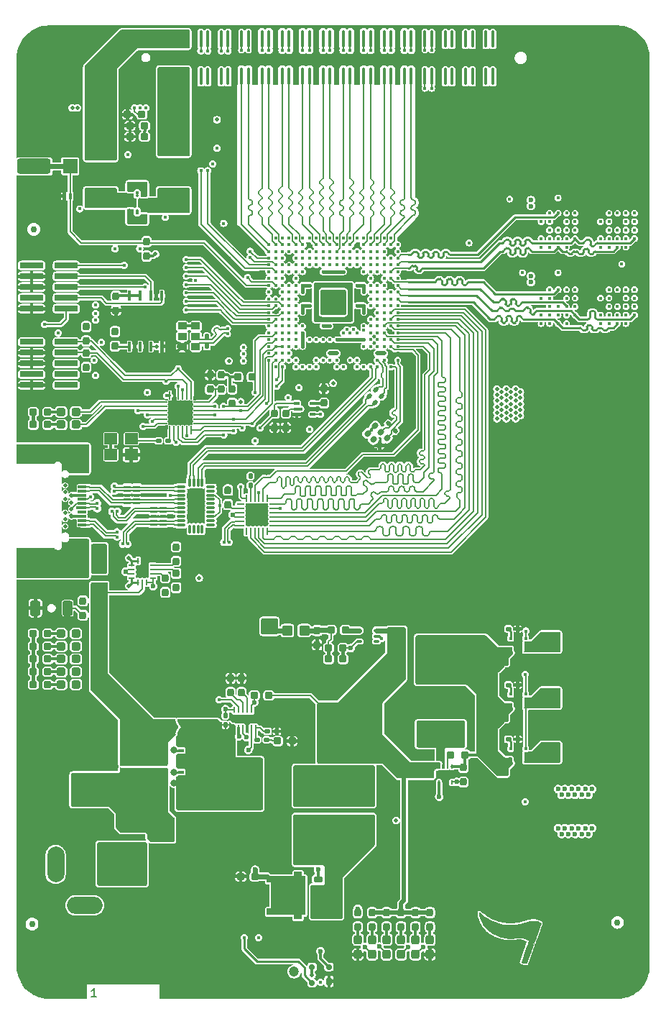
<source format=gtl>
%TF.GenerationSoftware,KiCad,Pcbnew,8.0.3*%
%TF.CreationDate,2024-06-20T21:56:16-07:00*%
%TF.ProjectId,squishy-main,73717569-7368-4792-9d6d-61696e2e6b69,2*%
%TF.SameCoordinates,PXb3c4820PY930e7c0*%
%TF.FileFunction,Copper,L1,Top*%
%TF.FilePolarity,Positive*%
%FSLAX46Y46*%
G04 Gerber Fmt 4.6, Leading zero omitted, Abs format (unit mm)*
G04 Created by KiCad (PCBNEW 8.0.3) date 2024-06-20 21:56:16*
%MOMM*%
%LPD*%
G01*
G04 APERTURE LIST*
G04 Aperture macros list*
%AMRoundRect*
0 Rectangle with rounded corners*
0 $1 Rounding radius*
0 $2 $3 $4 $5 $6 $7 $8 $9 X,Y pos of 4 corners*
0 Add a 4 corners polygon primitive as box body*
4,1,4,$2,$3,$4,$5,$6,$7,$8,$9,$2,$3,0*
0 Add four circle primitives for the rounded corners*
1,1,$1+$1,$2,$3*
1,1,$1+$1,$4,$5*
1,1,$1+$1,$6,$7*
1,1,$1+$1,$8,$9*
0 Add four rect primitives between the rounded corners*
20,1,$1+$1,$2,$3,$4,$5,0*
20,1,$1+$1,$4,$5,$6,$7,0*
20,1,$1+$1,$6,$7,$8,$9,0*
20,1,$1+$1,$8,$9,$2,$3,0*%
%AMFreePoly0*
4,1,18,-0.697500,2.280000,2.027500,2.280000,2.502500,2.280000,2.502500,1.530000,2.027500,1.530000,2.027500,-1.530000,2.502500,-1.530000,2.502500,-2.280000,-0.697500,-2.280000,-0.697500,-2.775000,-1.602500,-2.775000,-1.602500,-2.280000,-2.027500,-2.280000,-2.027500,2.280000,-1.602500,2.280000,-1.602500,2.775000,-0.697500,2.775000,-0.697500,2.280000,-0.697500,2.280000,$1*%
%AMFreePoly1*
4,1,6,1.000000,0.000000,0.500000,-0.750000,-0.500000,-0.750000,-0.500000,0.750000,0.500000,0.750000,1.000000,0.000000,1.000000,0.000000,$1*%
%AMFreePoly2*
4,1,6,0.500000,-0.750000,-0.650000,-0.750000,-0.150000,0.000000,-0.650000,0.750000,0.500000,0.750000,0.500000,-0.750000,0.500000,-0.750000,$1*%
G04 Aperture macros list end*
%ADD10C,0.200000*%
%TA.AperFunction,NonConductor*%
%ADD11C,0.200000*%
%TD*%
%TA.AperFunction,EtchedComponent*%
%ADD12C,0.010000*%
%TD*%
%TA.AperFunction,SMDPad,CuDef*%
%ADD13RoundRect,0.062500X-0.437500X-0.062500X0.437500X-0.062500X0.437500X0.062500X-0.437500X0.062500X0*%
%TD*%
%TA.AperFunction,SMDPad,CuDef*%
%ADD14RoundRect,0.062500X-0.062500X-0.437500X0.062500X-0.437500X0.062500X0.437500X-0.062500X0.437500X0*%
%TD*%
%TA.AperFunction,SMDPad,CuDef*%
%ADD15RoundRect,0.249600X-1.050400X-1.050400X1.050400X-1.050400X1.050400X1.050400X-1.050400X1.050400X0*%
%TD*%
%TA.AperFunction,SMDPad,CuDef*%
%ADD16RoundRect,0.050000X0.150000X0.300000X-0.150000X0.300000X-0.150000X-0.300000X0.150000X-0.300000X0*%
%TD*%
%TA.AperFunction,SMDPad,CuDef*%
%ADD17RoundRect,0.200000X-0.200000X0.250000X-0.200000X-0.250000X0.200000X-0.250000X0.200000X0.250000X0*%
%TD*%
%TA.AperFunction,ComponentPad*%
%ADD18C,6.400000*%
%TD*%
%TA.AperFunction,SMDPad,CuDef*%
%ADD19RoundRect,0.100000X-0.225000X-0.100000X0.225000X-0.100000X0.225000X0.100000X-0.225000X0.100000X0*%
%TD*%
%TA.AperFunction,SMDPad,CuDef*%
%ADD20RoundRect,0.062500X0.062500X-0.275000X0.062500X0.275000X-0.062500X0.275000X-0.062500X-0.275000X0*%
%TD*%
%TA.AperFunction,SMDPad,CuDef*%
%ADD21RoundRect,0.062500X0.275000X-0.062500X0.275000X0.062500X-0.275000X0.062500X-0.275000X-0.062500X0*%
%TD*%
%TA.AperFunction,HeatsinkPad*%
%ADD22R,1.450000X1.450000*%
%TD*%
%TA.AperFunction,SMDPad,CuDef*%
%ADD23RoundRect,0.250000X0.625000X-0.375000X0.625000X0.375000X-0.625000X0.375000X-0.625000X-0.375000X0*%
%TD*%
%TA.AperFunction,SMDPad,CuDef*%
%ADD24RoundRect,0.250000X2.417000X-0.956500X2.417000X0.956500X-2.417000X0.956500X-2.417000X-0.956500X0*%
%TD*%
%TA.AperFunction,SMDPad,CuDef*%
%ADD25RoundRect,0.125000X-0.125000X0.175000X-0.125000X-0.175000X0.125000X-0.175000X0.125000X0.175000X0*%
%TD*%
%TA.AperFunction,SMDPad,CuDef*%
%ADD26RoundRect,0.062500X-0.337500X0.062500X-0.337500X-0.062500X0.337500X-0.062500X0.337500X0.062500X0*%
%TD*%
%TA.AperFunction,SMDPad,CuDef*%
%ADD27RoundRect,0.087500X-0.312500X0.087500X-0.312500X-0.087500X0.312500X-0.087500X0.312500X0.087500X0*%
%TD*%
%TA.AperFunction,SMDPad,CuDef*%
%ADD28RoundRect,0.237500X0.237500X-0.287500X0.237500X0.287500X-0.237500X0.287500X-0.237500X-0.287500X0*%
%TD*%
%TA.AperFunction,SMDPad,CuDef*%
%ADD29RoundRect,0.125000X0.175000X0.125000X-0.175000X0.125000X-0.175000X-0.125000X0.175000X-0.125000X0*%
%TD*%
%TA.AperFunction,SMDPad,CuDef*%
%ADD30RoundRect,0.250000X0.550000X-1.500000X0.550000X1.500000X-0.550000X1.500000X-0.550000X-1.500000X0*%
%TD*%
%TA.AperFunction,SMDPad,CuDef*%
%ADD31RoundRect,0.200000X-0.250000X-0.200000X0.250000X-0.200000X0.250000X0.200000X-0.250000X0.200000X0*%
%TD*%
%TA.AperFunction,SMDPad,CuDef*%
%ADD32RoundRect,0.237500X0.287500X0.237500X-0.287500X0.237500X-0.287500X-0.237500X0.287500X-0.237500X0*%
%TD*%
%TA.AperFunction,SMDPad,CuDef*%
%ADD33RoundRect,0.250000X-0.625000X0.375000X-0.625000X-0.375000X0.625000X-0.375000X0.625000X0.375000X0*%
%TD*%
%TA.AperFunction,SMDPad,CuDef*%
%ADD34RoundRect,0.093750X0.093750X0.106250X-0.093750X0.106250X-0.093750X-0.106250X0.093750X-0.106250X0*%
%TD*%
%TA.AperFunction,HeatsinkPad*%
%ADD35R,1.000000X1.600000*%
%TD*%
%TA.AperFunction,SMDPad,CuDef*%
%ADD36C,0.400000*%
%TD*%
%TA.AperFunction,SMDPad,CuDef*%
%ADD37RoundRect,0.250000X-1.722500X-0.640000X1.722500X-0.640000X1.722500X0.640000X-1.722500X0.640000X0*%
%TD*%
%TA.AperFunction,SMDPad,CuDef*%
%ADD38RoundRect,0.260000X-1.712500X-1.072500X1.712500X-1.072500X1.712500X1.072500X-1.712500X1.072500X0*%
%TD*%
%TA.AperFunction,SMDPad,CuDef*%
%ADD39RoundRect,0.260000X-1.707500X-1.072500X1.707500X-1.072500X1.707500X1.072500X-1.707500X1.072500X0*%
%TD*%
%TA.AperFunction,SMDPad,CuDef*%
%ADD40RoundRect,0.062500X0.062500X-0.187500X0.062500X0.187500X-0.062500X0.187500X-0.062500X-0.187500X0*%
%TD*%
%TA.AperFunction,SMDPad,CuDef*%
%ADD41R,1.600000X0.900000*%
%TD*%
%TA.AperFunction,SMDPad,CuDef*%
%ADD42RoundRect,0.075000X-0.100000X0.075000X-0.100000X-0.075000X0.100000X-0.075000X0.100000X0.075000X0*%
%TD*%
%TA.AperFunction,SMDPad,CuDef*%
%ADD43RoundRect,0.180000X0.180000X0.345000X-0.180000X0.345000X-0.180000X-0.345000X0.180000X-0.345000X0*%
%TD*%
%TA.AperFunction,SMDPad,CuDef*%
%ADD44RoundRect,0.075000X-0.425000X-0.075000X0.425000X-0.075000X0.425000X0.075000X-0.425000X0.075000X0*%
%TD*%
%TA.AperFunction,SMDPad,CuDef*%
%ADD45RoundRect,0.075000X0.075000X-0.425000X0.075000X0.425000X-0.075000X0.425000X-0.075000X-0.425000X0*%
%TD*%
%TA.AperFunction,SMDPad,CuDef*%
%ADD46RoundRect,0.250000X-0.750000X-1.750000X0.750000X-1.750000X0.750000X1.750000X-0.750000X1.750000X0*%
%TD*%
%TA.AperFunction,SMDPad,CuDef*%
%ADD47C,0.750000*%
%TD*%
%TA.AperFunction,SMDPad,CuDef*%
%ADD48RoundRect,0.250600X-0.549400X-0.449400X0.549400X-0.449400X0.549400X0.449400X-0.549400X0.449400X0*%
%TD*%
%TA.AperFunction,SMDPad,CuDef*%
%ADD49RoundRect,0.250000X-2.000000X0.825000X-2.000000X-0.825000X2.000000X-0.825000X2.000000X0.825000X0*%
%TD*%
%TA.AperFunction,SMDPad,CuDef*%
%ADD50RoundRect,0.100000X-0.100000X-0.900000X0.100000X-0.900000X0.100000X0.900000X-0.100000X0.900000X0*%
%TD*%
%TA.AperFunction,SMDPad,CuDef*%
%ADD51RoundRect,0.249999X1.450001X-0.450001X1.450001X0.450001X-1.450001X0.450001X-1.450001X-0.450001X0*%
%TD*%
%TA.AperFunction,SMDPad,CuDef*%
%ADD52RoundRect,0.187500X0.312500X0.187500X-0.312500X0.187500X-0.312500X-0.187500X0.312500X-0.187500X0*%
%TD*%
%TA.AperFunction,SMDPad,CuDef*%
%ADD53FreePoly0,180.000000*%
%TD*%
%TA.AperFunction,SMDPad,CuDef*%
%ADD54RoundRect,0.200000X0.200000X-0.250000X0.200000X0.250000X-0.200000X0.250000X-0.200000X-0.250000X0*%
%TD*%
%TA.AperFunction,SMDPad,CuDef*%
%ADD55RoundRect,0.250000X2.150000X2.110000X-2.150000X2.110000X-2.150000X-2.110000X2.150000X-2.110000X0*%
%TD*%
%TA.AperFunction,SMDPad,CuDef*%
%ADD56RoundRect,0.250000X0.450000X0.385000X-0.450000X0.385000X-0.450000X-0.385000X0.450000X-0.385000X0*%
%TD*%
%TA.AperFunction,SMDPad,CuDef*%
%ADD57RoundRect,0.125000X-0.175000X-0.125000X0.175000X-0.125000X0.175000X0.125000X-0.175000X0.125000X0*%
%TD*%
%TA.AperFunction,SMDPad,CuDef*%
%ADD58RoundRect,0.087500X-0.462500X0.087500X-0.462500X-0.087500X0.462500X-0.087500X0.462500X0.087500X0*%
%TD*%
%TA.AperFunction,ComponentPad*%
%ADD59C,0.600000*%
%TD*%
%TA.AperFunction,ComponentPad*%
%ADD60C,0.500000*%
%TD*%
%TA.AperFunction,ComponentPad*%
%ADD61O,2.000000X1.000000*%
%TD*%
%TA.AperFunction,ComponentPad*%
%ADD62O,1.600000X1.000000*%
%TD*%
%TA.AperFunction,SMDPad,CuDef*%
%ADD63RoundRect,0.225000X-0.325000X0.225000X-0.325000X-0.225000X0.325000X-0.225000X0.325000X0.225000X0*%
%TD*%
%TA.AperFunction,SMDPad,CuDef*%
%ADD64RoundRect,0.200000X0.250000X0.200000X-0.250000X0.200000X-0.250000X-0.200000X0.250000X-0.200000X0*%
%TD*%
%TA.AperFunction,SMDPad,CuDef*%
%ADD65RoundRect,0.249600X-0.350400X-0.650400X0.350400X-0.650400X0.350400X0.650400X-0.350400X0.650400X0*%
%TD*%
%TA.AperFunction,SMDPad,CuDef*%
%ADD66RoundRect,0.200400X0.399600X0.399600X-0.399600X0.399600X-0.399600X-0.399600X0.399600X-0.399600X0*%
%TD*%
%TA.AperFunction,SMDPad,CuDef*%
%ADD67RoundRect,0.200000X-1.195000X0.170000X-1.195000X-0.170000X1.195000X-0.170000X1.195000X0.170000X0*%
%TD*%
%TA.AperFunction,SMDPad,CuDef*%
%ADD68RoundRect,0.125000X0.125000X-0.175000X0.125000X0.175000X-0.125000X0.175000X-0.125000X-0.175000X0*%
%TD*%
%TA.AperFunction,SMDPad,CuDef*%
%ADD69RoundRect,0.200400X-0.399600X-0.399600X0.399600X-0.399600X0.399600X0.399600X-0.399600X0.399600X0*%
%TD*%
%TA.AperFunction,SMDPad,CuDef*%
%ADD70FreePoly1,0.000000*%
%TD*%
%TA.AperFunction,SMDPad,CuDef*%
%ADD71FreePoly2,0.000000*%
%TD*%
%TA.AperFunction,SMDPad,CuDef*%
%ADD72RoundRect,0.125000X0.212132X-0.035355X-0.035355X0.212132X-0.212132X0.035355X0.035355X-0.212132X0*%
%TD*%
%TA.AperFunction,SMDPad,CuDef*%
%ADD73RoundRect,0.175000X0.175000X0.325000X-0.175000X0.325000X-0.175000X-0.325000X0.175000X-0.325000X0*%
%TD*%
%TA.AperFunction,SMDPad,CuDef*%
%ADD74RoundRect,0.150000X0.200000X0.150000X-0.200000X0.150000X-0.200000X-0.150000X0.200000X-0.150000X0*%
%TD*%
%TA.AperFunction,SMDPad,CuDef*%
%ADD75RoundRect,0.200000X0.035355X0.318198X-0.318198X-0.035355X-0.035355X-0.318198X0.318198X0.035355X0*%
%TD*%
%TA.AperFunction,SMDPad,CuDef*%
%ADD76RoundRect,0.125000X-0.035355X-0.212132X0.212132X0.035355X0.035355X0.212132X-0.212132X-0.035355X0*%
%TD*%
%TA.AperFunction,ComponentPad*%
%ADD77C,1.200000*%
%TD*%
%TA.AperFunction,SMDPad,CuDef*%
%ADD78RoundRect,0.075000X0.247500X0.075000X-0.247500X0.075000X-0.247500X-0.075000X0.247500X-0.075000X0*%
%TD*%
%TA.AperFunction,HeatsinkPad*%
%ADD79R,1.010000X1.700000*%
%TD*%
%TA.AperFunction,SMDPad,CuDef*%
%ADD80RoundRect,0.062500X0.062500X-0.287500X0.062500X0.287500X-0.062500X0.287500X-0.062500X-0.287500X0*%
%TD*%
%TA.AperFunction,SMDPad,CuDef*%
%ADD81RoundRect,0.250000X1.100000X-0.250000X1.100000X0.250000X-1.100000X0.250000X-1.100000X-0.250000X0*%
%TD*%
%TA.AperFunction,SMDPad,CuDef*%
%ADD82RoundRect,0.062500X-0.350000X-0.062500X0.350000X-0.062500X0.350000X0.062500X-0.350000X0.062500X0*%
%TD*%
%TA.AperFunction,SMDPad,CuDef*%
%ADD83RoundRect,0.062500X-0.062500X-0.350000X0.062500X-0.350000X0.062500X0.350000X-0.062500X0.350000X0*%
%TD*%
%TA.AperFunction,HeatsinkPad*%
%ADD84R,2.600000X2.600000*%
%TD*%
%TA.AperFunction,SMDPad,CuDef*%
%ADD85RoundRect,0.200400X0.399600X-0.399600X0.399600X0.399600X-0.399600X0.399600X-0.399600X-0.399600X0*%
%TD*%
%TA.AperFunction,ComponentPad*%
%ADD86R,1.700000X1.700000*%
%TD*%
%TA.AperFunction,ComponentPad*%
%ADD87O,1.700000X1.700000*%
%TD*%
%TA.AperFunction,ComponentPad*%
%ADD88RoundRect,0.250000X-0.750000X2.050000X-0.750000X-2.050000X0.750000X-2.050000X0.750000X2.050000X0*%
%TD*%
%TA.AperFunction,ComponentPad*%
%ADD89O,2.000000X4.200000*%
%TD*%
%TA.AperFunction,ComponentPad*%
%ADD90O,4.200000X2.000000*%
%TD*%
%TA.AperFunction,SMDPad,CuDef*%
%ADD91RoundRect,0.102500X0.257500X0.102500X-0.257500X0.102500X-0.257500X-0.102500X0.257500X-0.102500X0*%
%TD*%
%TA.AperFunction,SMDPad,CuDef*%
%ADD92R,0.510000X0.585000*%
%TD*%
%TA.AperFunction,SMDPad,CuDef*%
%ADD93R,3.990000X1.730000*%
%TD*%
%TA.AperFunction,SMDPad,CuDef*%
%ADD94R,0.410000X0.470000*%
%TD*%
%TA.AperFunction,SMDPad,CuDef*%
%ADD95RoundRect,0.100000X0.100000X-0.500000X0.100000X0.500000X-0.100000X0.500000X-0.100000X-0.500000X0*%
%TD*%
%TA.AperFunction,SMDPad,CuDef*%
%ADD96RoundRect,0.251600X1.748400X-1.448400X1.748400X1.448400X-1.748400X1.448400X-1.748400X-1.448400X0*%
%TD*%
%TA.AperFunction,SMDPad,CuDef*%
%ADD97RoundRect,0.175000X-0.282843X-0.035355X-0.035355X-0.282843X0.282843X0.035355X0.035355X0.282843X0*%
%TD*%
%TA.AperFunction,ViaPad*%
%ADD98C,0.600000*%
%TD*%
%TA.AperFunction,ViaPad*%
%ADD99C,0.450000*%
%TD*%
%TA.AperFunction,ViaPad*%
%ADD100C,0.400000*%
%TD*%
%TA.AperFunction,ViaPad*%
%ADD101C,0.500000*%
%TD*%
%TA.AperFunction,ViaPad*%
%ADD102C,0.800000*%
%TD*%
%TA.AperFunction,Conductor*%
%ADD103C,0.300000*%
%TD*%
%TA.AperFunction,Conductor*%
%ADD104C,0.200000*%
%TD*%
%TA.AperFunction,Conductor*%
%ADD105C,0.400000*%
%TD*%
%TA.AperFunction,Conductor*%
%ADD106C,0.600000*%
%TD*%
%TA.AperFunction,Conductor*%
%ADD107C,0.171700*%
%TD*%
%TA.AperFunction,Conductor*%
%ADD108C,0.500000*%
%TD*%
%TA.AperFunction,Conductor*%
%ADD109C,0.250000*%
%TD*%
%TA.AperFunction,Conductor*%
%ADD110C,0.152400*%
%TD*%
%TA.AperFunction,Conductor*%
%ADD111C,0.127000*%
%TD*%
%TA.AperFunction,Conductor*%
%ADD112C,0.186200*%
%TD*%
%TA.AperFunction,Conductor*%
%ADD113C,0.170000*%
%TD*%
G04 APERTURE END LIST*
D10*
D11*
X-65406518Y432781D02*
X-65977946Y432781D01*
X-65692232Y432781D02*
X-65692232Y1432781D01*
X-65692232Y1432781D02*
X-65787470Y1289924D01*
X-65787470Y1289924D02*
X-65882708Y1194686D01*
X-65882708Y1194686D02*
X-65977946Y1147067D01*
D12*
%TO.C,G1*%
X-20281184Y10347486D02*
X-20271281Y10339925D01*
X-20252552Y10325174D01*
X-20226999Y10304824D01*
X-20196622Y10280469D01*
X-20164620Y10254671D01*
X-20005796Y10129823D01*
X-19840403Y10006474D01*
X-19672305Y9887385D01*
X-19505367Y9775314D01*
X-19394622Y9704612D01*
X-19160256Y9564785D01*
X-18926781Y9438600D01*
X-18693555Y9325841D01*
X-18459936Y9226293D01*
X-18225282Y9139740D01*
X-17988949Y9065968D01*
X-17750297Y9004762D01*
X-17508682Y8955905D01*
X-17263462Y8919185D01*
X-17013995Y8894384D01*
X-16965036Y8890934D01*
X-16917290Y8888492D01*
X-16858355Y8886598D01*
X-16790971Y8885251D01*
X-16717881Y8884450D01*
X-16641824Y8884195D01*
X-16565542Y8884485D01*
X-16491775Y8885320D01*
X-16423265Y8886699D01*
X-16362752Y8888621D01*
X-16313307Y8891066D01*
X-16216368Y8898119D01*
X-16111439Y8907476D01*
X-16004040Y8918569D01*
X-15899692Y8930828D01*
X-15806363Y8943331D01*
X-15714632Y8957156D01*
X-15628169Y8971588D01*
X-15544934Y8987123D01*
X-15462884Y9004257D01*
X-15379977Y9023484D01*
X-15294172Y9045302D01*
X-15203425Y9070205D01*
X-15105696Y9098688D01*
X-14998942Y9131248D01*
X-14887868Y9166228D01*
X-14790138Y9197186D01*
X-14704018Y9224017D01*
X-14627941Y9247150D01*
X-14560342Y9267014D01*
X-14499656Y9284041D01*
X-14444316Y9298660D01*
X-14392757Y9311300D01*
X-14343413Y9322393D01*
X-14294720Y9332368D01*
X-14257050Y9339491D01*
X-14114368Y9360712D01*
X-13977252Y9370763D01*
X-13843878Y9369430D01*
X-13712418Y9356502D01*
X-13581048Y9331766D01*
X-13447941Y9295011D01*
X-13311271Y9246024D01*
X-13255582Y9223120D01*
X-13207831Y9202081D01*
X-13160575Y9179949D01*
X-13116575Y9158116D01*
X-13078592Y9137973D01*
X-13049385Y9120910D01*
X-13038775Y9113855D01*
X-13037520Y9112797D01*
X-13036535Y9111271D01*
X-13035962Y9108875D01*
X-13035944Y9105206D01*
X-13036622Y9099863D01*
X-13038139Y9092445D01*
X-13040639Y9082550D01*
X-13044262Y9069776D01*
X-13049152Y9053720D01*
X-13055450Y9033982D01*
X-13063300Y9010160D01*
X-13072843Y8981852D01*
X-13084223Y8948656D01*
X-13097580Y8910171D01*
X-13113059Y8865994D01*
X-13130801Y8815724D01*
X-13150948Y8758960D01*
X-13173643Y8695299D01*
X-13199029Y8624339D01*
X-13227247Y8545680D01*
X-13258441Y8458919D01*
X-13292752Y8363654D01*
X-13330323Y8259484D01*
X-13371297Y8146007D01*
X-13415815Y8022821D01*
X-13464020Y7889525D01*
X-13516055Y7745717D01*
X-13572061Y7590994D01*
X-13632182Y7424956D01*
X-13696560Y7247200D01*
X-13765336Y7057325D01*
X-13838654Y6854929D01*
X-13873814Y6757873D01*
X-13937069Y6583263D01*
X-13999114Y6411995D01*
X-14059780Y6244534D01*
X-14118898Y6081345D01*
X-14176300Y5922895D01*
X-14231818Y5769648D01*
X-14285282Y5622071D01*
X-14336524Y5480628D01*
X-14385375Y5345787D01*
X-14431666Y5218011D01*
X-14475229Y5097768D01*
X-14515895Y4985522D01*
X-14553495Y4881739D01*
X-14587861Y4786885D01*
X-14618823Y4701426D01*
X-14646214Y4625827D01*
X-14669865Y4560553D01*
X-14689606Y4506070D01*
X-14705270Y4462845D01*
X-14716687Y4431342D01*
X-14723689Y4412027D01*
X-14726103Y4405375D01*
X-14733952Y4402172D01*
X-14753069Y4399747D01*
X-14780804Y4398141D01*
X-14814503Y4397396D01*
X-14851514Y4397552D01*
X-14889185Y4398650D01*
X-14924864Y4400732D01*
X-14940145Y4402058D01*
X-14993888Y4408286D01*
X-15048416Y4416340D01*
X-15102033Y4425801D01*
X-15153040Y4436251D01*
X-15199738Y4447269D01*
X-15240428Y4458439D01*
X-15273412Y4469341D01*
X-15296992Y4479556D01*
X-15309468Y4488666D01*
X-15310911Y4493453D01*
X-15308495Y4500924D01*
X-15301830Y4520957D01*
X-15291135Y4552908D01*
X-15276627Y4596131D01*
X-15258523Y4649982D01*
X-15237041Y4713818D01*
X-15212396Y4786993D01*
X-15184808Y4868863D01*
X-15154492Y4958783D01*
X-15121667Y5056110D01*
X-15086549Y5160197D01*
X-15049356Y5270402D01*
X-15010305Y5386079D01*
X-14969613Y5506585D01*
X-14927497Y5631273D01*
X-14884175Y5759501D01*
X-14880491Y5770403D01*
X-14837091Y5898891D01*
X-14794901Y6023896D01*
X-14754136Y6144771D01*
X-14715012Y6260874D01*
X-14677746Y6371559D01*
X-14642554Y6476183D01*
X-14609651Y6574100D01*
X-14579255Y6664667D01*
X-14551581Y6747238D01*
X-14526845Y6821170D01*
X-14505264Y6885819D01*
X-14487053Y6940539D01*
X-14472428Y6984687D01*
X-14461607Y7017617D01*
X-14454804Y7038686D01*
X-14452236Y7047250D01*
X-14452220Y7047380D01*
X-14457585Y7055122D01*
X-14472100Y7068647D01*
X-14493395Y7085888D01*
X-14513211Y7100601D01*
X-14532128Y7113710D01*
X-14551098Y7125686D01*
X-14571923Y7137377D01*
X-14596403Y7149634D01*
X-14626336Y7163308D01*
X-14663525Y7179248D01*
X-14709768Y7198305D01*
X-14766867Y7221330D01*
X-14779827Y7226517D01*
X-14879876Y7266036D01*
X-14968918Y7300007D01*
X-15048554Y7328820D01*
X-15120389Y7352869D01*
X-15186025Y7372546D01*
X-15247067Y7388242D01*
X-15305116Y7400351D01*
X-15361777Y7409265D01*
X-15418652Y7415375D01*
X-15477345Y7419075D01*
X-15539459Y7420757D01*
X-15574448Y7420964D01*
X-15639721Y7420129D01*
X-15702478Y7417438D01*
X-15765778Y7412595D01*
X-15832679Y7405303D01*
X-15906241Y7395265D01*
X-15989522Y7382183D01*
X-16011437Y7378534D01*
X-16081227Y7367111D01*
X-16143395Y7357740D01*
X-16200524Y7350228D01*
X-16255199Y7344380D01*
X-16310000Y7340000D01*
X-16367513Y7336896D01*
X-16430319Y7334872D01*
X-16501002Y7333735D01*
X-16582145Y7333289D01*
X-16613032Y7333261D01*
X-16690424Y7333401D01*
X-16756471Y7333924D01*
X-16813769Y7334972D01*
X-16864913Y7336686D01*
X-16912496Y7339208D01*
X-16959113Y7342680D01*
X-17007359Y7347243D01*
X-17059829Y7353039D01*
X-17119116Y7360210D01*
X-17128839Y7361423D01*
X-17254815Y7379863D01*
X-17388832Y7404389D01*
X-17526870Y7434093D01*
X-17664910Y7468068D01*
X-17798933Y7505408D01*
X-17885701Y7532251D01*
X-18098843Y7607453D01*
X-18304735Y7692762D01*
X-18502898Y7787816D01*
X-18692851Y7892253D01*
X-18874111Y8005711D01*
X-19046199Y8127829D01*
X-19208634Y8258245D01*
X-19360935Y8396596D01*
X-19502620Y8542522D01*
X-19633210Y8695660D01*
X-19752223Y8855648D01*
X-19853709Y9012961D01*
X-19874780Y9049585D01*
X-19900482Y9096615D01*
X-19929671Y9151768D01*
X-19961204Y9212763D01*
X-19993938Y9277316D01*
X-20026728Y9343144D01*
X-20058433Y9407966D01*
X-20087909Y9469499D01*
X-20114011Y9525459D01*
X-20135598Y9573565D01*
X-20142262Y9589035D01*
X-20194381Y9728334D01*
X-20235995Y9875268D01*
X-20266658Y10027816D01*
X-20285922Y10183957D01*
X-20291058Y10261028D01*
X-20295700Y10357818D01*
X-20281184Y10347486D01*
%TA.AperFunction,EtchedComponent*%
G36*
X-20281184Y10347486D02*
G01*
X-20271281Y10339925D01*
X-20252552Y10325174D01*
X-20226999Y10304824D01*
X-20196622Y10280469D01*
X-20164620Y10254671D01*
X-20005796Y10129823D01*
X-19840403Y10006474D01*
X-19672305Y9887385D01*
X-19505367Y9775314D01*
X-19394622Y9704612D01*
X-19160256Y9564785D01*
X-18926781Y9438600D01*
X-18693555Y9325841D01*
X-18459936Y9226293D01*
X-18225282Y9139740D01*
X-17988949Y9065968D01*
X-17750297Y9004762D01*
X-17508682Y8955905D01*
X-17263462Y8919185D01*
X-17013995Y8894384D01*
X-16965036Y8890934D01*
X-16917290Y8888492D01*
X-16858355Y8886598D01*
X-16790971Y8885251D01*
X-16717881Y8884450D01*
X-16641824Y8884195D01*
X-16565542Y8884485D01*
X-16491775Y8885320D01*
X-16423265Y8886699D01*
X-16362752Y8888621D01*
X-16313307Y8891066D01*
X-16216368Y8898119D01*
X-16111439Y8907476D01*
X-16004040Y8918569D01*
X-15899692Y8930828D01*
X-15806363Y8943331D01*
X-15714632Y8957156D01*
X-15628169Y8971588D01*
X-15544934Y8987123D01*
X-15462884Y9004257D01*
X-15379977Y9023484D01*
X-15294172Y9045302D01*
X-15203425Y9070205D01*
X-15105696Y9098688D01*
X-14998942Y9131248D01*
X-14887868Y9166228D01*
X-14790138Y9197186D01*
X-14704018Y9224017D01*
X-14627941Y9247150D01*
X-14560342Y9267014D01*
X-14499656Y9284041D01*
X-14444316Y9298660D01*
X-14392757Y9311300D01*
X-14343413Y9322393D01*
X-14294720Y9332368D01*
X-14257050Y9339491D01*
X-14114368Y9360712D01*
X-13977252Y9370763D01*
X-13843878Y9369430D01*
X-13712418Y9356502D01*
X-13581048Y9331766D01*
X-13447941Y9295011D01*
X-13311271Y9246024D01*
X-13255582Y9223120D01*
X-13207831Y9202081D01*
X-13160575Y9179949D01*
X-13116575Y9158116D01*
X-13078592Y9137973D01*
X-13049385Y9120910D01*
X-13038775Y9113855D01*
X-13037520Y9112797D01*
X-13036535Y9111271D01*
X-13035962Y9108875D01*
X-13035944Y9105206D01*
X-13036622Y9099863D01*
X-13038139Y9092445D01*
X-13040639Y9082550D01*
X-13044262Y9069776D01*
X-13049152Y9053720D01*
X-13055450Y9033982D01*
X-13063300Y9010160D01*
X-13072843Y8981852D01*
X-13084223Y8948656D01*
X-13097580Y8910171D01*
X-13113059Y8865994D01*
X-13130801Y8815724D01*
X-13150948Y8758960D01*
X-13173643Y8695299D01*
X-13199029Y8624339D01*
X-13227247Y8545680D01*
X-13258441Y8458919D01*
X-13292752Y8363654D01*
X-13330323Y8259484D01*
X-13371297Y8146007D01*
X-13415815Y8022821D01*
X-13464020Y7889525D01*
X-13516055Y7745717D01*
X-13572061Y7590994D01*
X-13632182Y7424956D01*
X-13696560Y7247200D01*
X-13765336Y7057325D01*
X-13838654Y6854929D01*
X-13873814Y6757873D01*
X-13937069Y6583263D01*
X-13999114Y6411995D01*
X-14059780Y6244534D01*
X-14118898Y6081345D01*
X-14176300Y5922895D01*
X-14231818Y5769648D01*
X-14285282Y5622071D01*
X-14336524Y5480628D01*
X-14385375Y5345787D01*
X-14431666Y5218011D01*
X-14475229Y5097768D01*
X-14515895Y4985522D01*
X-14553495Y4881739D01*
X-14587861Y4786885D01*
X-14618823Y4701426D01*
X-14646214Y4625827D01*
X-14669865Y4560553D01*
X-14689606Y4506070D01*
X-14705270Y4462845D01*
X-14716687Y4431342D01*
X-14723689Y4412027D01*
X-14726103Y4405375D01*
X-14733952Y4402172D01*
X-14753069Y4399747D01*
X-14780804Y4398141D01*
X-14814503Y4397396D01*
X-14851514Y4397552D01*
X-14889185Y4398650D01*
X-14924864Y4400732D01*
X-14940145Y4402058D01*
X-14993888Y4408286D01*
X-15048416Y4416340D01*
X-15102033Y4425801D01*
X-15153040Y4436251D01*
X-15199738Y4447269D01*
X-15240428Y4458439D01*
X-15273412Y4469341D01*
X-15296992Y4479556D01*
X-15309468Y4488666D01*
X-15310911Y4493453D01*
X-15308495Y4500924D01*
X-15301830Y4520957D01*
X-15291135Y4552908D01*
X-15276627Y4596131D01*
X-15258523Y4649982D01*
X-15237041Y4713818D01*
X-15212396Y4786993D01*
X-15184808Y4868863D01*
X-15154492Y4958783D01*
X-15121667Y5056110D01*
X-15086549Y5160197D01*
X-15049356Y5270402D01*
X-15010305Y5386079D01*
X-14969613Y5506585D01*
X-14927497Y5631273D01*
X-14884175Y5759501D01*
X-14880491Y5770403D01*
X-14837091Y5898891D01*
X-14794901Y6023896D01*
X-14754136Y6144771D01*
X-14715012Y6260874D01*
X-14677746Y6371559D01*
X-14642554Y6476183D01*
X-14609651Y6574100D01*
X-14579255Y6664667D01*
X-14551581Y6747238D01*
X-14526845Y6821170D01*
X-14505264Y6885819D01*
X-14487053Y6940539D01*
X-14472428Y6984687D01*
X-14461607Y7017617D01*
X-14454804Y7038686D01*
X-14452236Y7047250D01*
X-14452220Y7047380D01*
X-14457585Y7055122D01*
X-14472100Y7068647D01*
X-14493395Y7085888D01*
X-14513211Y7100601D01*
X-14532128Y7113710D01*
X-14551098Y7125686D01*
X-14571923Y7137377D01*
X-14596403Y7149634D01*
X-14626336Y7163308D01*
X-14663525Y7179248D01*
X-14709768Y7198305D01*
X-14766867Y7221330D01*
X-14779827Y7226517D01*
X-14879876Y7266036D01*
X-14968918Y7300007D01*
X-15048554Y7328820D01*
X-15120389Y7352869D01*
X-15186025Y7372546D01*
X-15247067Y7388242D01*
X-15305116Y7400351D01*
X-15361777Y7409265D01*
X-15418652Y7415375D01*
X-15477345Y7419075D01*
X-15539459Y7420757D01*
X-15574448Y7420964D01*
X-15639721Y7420129D01*
X-15702478Y7417438D01*
X-15765778Y7412595D01*
X-15832679Y7405303D01*
X-15906241Y7395265D01*
X-15989522Y7382183D01*
X-16011437Y7378534D01*
X-16081227Y7367111D01*
X-16143395Y7357740D01*
X-16200524Y7350228D01*
X-16255199Y7344380D01*
X-16310000Y7340000D01*
X-16367513Y7336896D01*
X-16430319Y7334872D01*
X-16501002Y7333735D01*
X-16582145Y7333289D01*
X-16613032Y7333261D01*
X-16690424Y7333401D01*
X-16756471Y7333924D01*
X-16813769Y7334972D01*
X-16864913Y7336686D01*
X-16912496Y7339208D01*
X-16959113Y7342680D01*
X-17007359Y7347243D01*
X-17059829Y7353039D01*
X-17119116Y7360210D01*
X-17128839Y7361423D01*
X-17254815Y7379863D01*
X-17388832Y7404389D01*
X-17526870Y7434093D01*
X-17664910Y7468068D01*
X-17798933Y7505408D01*
X-17885701Y7532251D01*
X-18098843Y7607453D01*
X-18304735Y7692762D01*
X-18502898Y7787816D01*
X-18692851Y7892253D01*
X-18874111Y8005711D01*
X-19046199Y8127829D01*
X-19208634Y8258245D01*
X-19360935Y8396596D01*
X-19502620Y8542522D01*
X-19633210Y8695660D01*
X-19752223Y8855648D01*
X-19853709Y9012961D01*
X-19874780Y9049585D01*
X-19900482Y9096615D01*
X-19929671Y9151768D01*
X-19961204Y9212763D01*
X-19993938Y9277316D01*
X-20026728Y9343144D01*
X-20058433Y9407966D01*
X-20087909Y9469499D01*
X-20114011Y9525459D01*
X-20135598Y9573565D01*
X-20142262Y9589035D01*
X-20194381Y9728334D01*
X-20235995Y9875268D01*
X-20266658Y10027816D01*
X-20285922Y10183957D01*
X-20291058Y10261028D01*
X-20295700Y10357818D01*
X-20281184Y10347486D01*
G37*
%TD.AperFunction*%
%TD*%
D13*
%TO.P,U11,1,PA02*%
%TO.N,/SU_LED_G*%
X-57525000Y70450000D03*
%TO.P,U11,2,PA03*%
%TO.N,/SU_LED_R*%
X-57525000Y69950000D03*
%TO.P,U11,3,SC0_PAD0*%
%TO.N,/~{FLASH_CS}*%
X-57525000Y69450000D03*
%TO.P,U11,4,SC0_PAD1*%
%TO.N,/FLASH_CLK*%
X-57525000Y68950000D03*
%TO.P,U11,5,SC0_PAD2*%
%TO.N,/FLASH_COPI*%
X-57525000Y68450000D03*
%TO.P,U11,6,SC0_PAD3*%
%TO.N,/FLASH_CIPO*%
X-57525000Y67950000D03*
D14*
%TO.P,U11,7,XIN*%
%TO.N,/SU_CLK*%
X-56750000Y67175000D03*
%TO.P,U11,8,PA09*%
%TO.N,/DFU*%
X-56250000Y67175000D03*
%TO.P,U11,9,PA10*%
%TO.N,/~{FPGA_HOLD}*%
X-55750000Y67175000D03*
%TO.P,U11,10,EXTINT3*%
%TO.N,/~{DFU_TRIG}*%
X-55250000Y67175000D03*
%TO.P,U11,11,PA14*%
%TO.N,/UBIT_CS*%
X-54750000Y67175000D03*
%TO.P,U11,12,EXTINT1*%
%TO.N,/SU_ATTN*%
X-54250000Y67175000D03*
D13*
%TO.P,U11,13,SC1_PAD2*%
%TO.N,/FPGA_COPI*%
X-53475000Y67950000D03*
%TO.P,U11,14,SC1_PAD3*%
%TO.N,/FPGA_CIPO*%
X-53475000Y68450000D03*
%TO.P,U11,15,SC1_PAD0*%
%TO.N,/~{FPGA_CS}*%
X-53475000Y68950000D03*
%TO.P,U11,16,SC1_PAD1*%
%TO.N,/FPGA_CCLK*%
X-53475000Y69450000D03*
%TO.P,U11,17,PA27*%
%TO.N,/FPGA_DONE*%
X-53475000Y69950000D03*
%TO.P,U11,18,~{RST}*%
%TO.N,/~{SU_RST}*%
X-53475000Y70450000D03*
D14*
%TO.P,U11,19,SWCLK*%
%TO.N,/SU_SWCLK*%
X-54250000Y71225000D03*
%TO.P,U11,20,SWDIO*%
%TO.N,/SU_SWDIO*%
X-54750000Y71225000D03*
%TO.P,U11,21,PA24*%
%TO.N,/~{FPGA_INIT}*%
X-55250000Y71225000D03*
%TO.P,U11,22,PA25*%
%TO.N,/~{FPGA_PROG}*%
X-55750000Y71225000D03*
%TO.P,U11,23,GND*%
%TO.N,GND*%
X-56250000Y71225000D03*
%TO.P,U11,24,VDD*%
%TO.N,+3V3*%
X-56750000Y71225000D03*
D15*
%TO.P,U11,25,GND*%
%TO.N,GND*%
X-55500000Y69200000D03*
%TD*%
D16*
%TO.P,D17,1,A1*%
%TO.N,/~{TRIGGER}*%
X-68500001Y94700000D03*
%TO.P,D17,2,A2*%
%TO.N,GND*%
X-69199999Y94700000D03*
%TD*%
D17*
%TO.P,R39,1*%
%TO.N,/UBIT_CS*%
X-44400000Y69150000D03*
%TO.P,R39,2*%
%TO.N,GND*%
X-44400000Y67450000D03*
%TD*%
D18*
%TO.P,H2,1,1*%
%TO.N,GND*%
X-71000000Y111000000D03*
%TD*%
D19*
%TO.P,U24,1*%
%TO.N,/UBIT_CS*%
X-41800000Y70300000D03*
%TO.P,U24,2*%
%TO.N,/FBIT_CS*%
X-41800000Y69650000D03*
%TO.P,U24,3,GND*%
%TO.N,GND*%
X-41800000Y69000000D03*
%TO.P,U24,4*%
%TO.N,/~{BITRAM_CS}*%
X-39900000Y69000000D03*
%TO.P,U24,5,VCC*%
%TO.N,+3V3*%
X-39900000Y70300000D03*
%TD*%
D20*
%TO.P,U10,1,CC2*%
%TO.N,/USB Frontend/CC2*%
X-60500001Y49237500D03*
%TO.P,U10,2,VBUS*%
%TO.N,VBUS*%
X-60000001Y49237500D03*
%TO.P,U10,3,VDD*%
%TO.N,+3V3*%
X-59500001Y49237500D03*
D21*
%TO.P,U10,4,VDD*%
X-58737501Y49750000D03*
%TO.P,U10,5,~{INT}*%
%TO.N,/USB Frontend/~{PD_INT}*%
X-58737501Y50250000D03*
%TO.P,U10,6,SCL*%
%TO.N,/USB Frontend/PD_SCL*%
X-58737501Y50750000D03*
%TO.P,U10,7,SDA*%
%TO.N,/USB Frontend/PD_SDA*%
X-58737501Y51250000D03*
D20*
%TO.P,U10,8,GND*%
%TO.N,GND*%
X-59500001Y51762500D03*
%TO.P,U10,9,GND*%
X-60000001Y51762500D03*
%TO.P,U10,10,CC1*%
%TO.N,/USB Frontend/CC1*%
X-60500001Y51762500D03*
D21*
%TO.P,U10,11,CC1*%
X-61262501Y51250000D03*
%TO.P,U10,12,VCONN*%
%TO.N,+5V*%
X-61262501Y50750000D03*
%TO.P,U10,13,VCONN*%
X-61262501Y50250000D03*
%TO.P,U10,14,CC2*%
%TO.N,/USB Frontend/CC2*%
X-61262501Y49750000D03*
D22*
%TO.P,U10,15,GND*%
%TO.N,GND*%
X-60000001Y50500000D03*
%TD*%
D17*
%TO.P,R9,1*%
%TO.N,+5V*%
X-49900000Y60075000D03*
%TO.P,R9,2*%
%TO.N,/USB Frontend/VBUS_S*%
X-49900000Y58375000D03*
%TD*%
D23*
%TO.P,F1,1*%
%TO.N,Net-(F1-Pad1)*%
X-60600000Y17750000D03*
%TO.P,F1,2*%
%TO.N,VDC*%
X-60600000Y20550000D03*
%TD*%
D24*
%TO.P,L3,1,1*%
%TO.N,Net-(U23-SW)*%
X-24800000Y31380500D03*
%TO.P,L3,2,2*%
%TO.N,+3V3*%
X-24800000Y38619500D03*
%TD*%
D25*
%TO.P,R30,1*%
%TO.N,Net-(X2-OUT)*%
X-47250001Y61750000D03*
%TO.P,R30,2*%
%TO.N,/USB Frontend/PHY_CLK*%
X-47250001Y60650000D03*
%TD*%
D26*
%TO.P,U6,1,IO1*%
%TO.N,/USB Frontend/RX1+*%
X-61750000Y60500000D03*
%TO.P,U6,2,IO2*%
%TO.N,/USB Frontend/RX1-*%
X-61750000Y60000000D03*
D27*
%TO.P,U6,3,G*%
%TO.N,GND*%
X-61750000Y59500000D03*
D26*
%TO.P,U6,4,IO3*%
%TO.N,/USB Frontend/TX1+*%
X-61750000Y59000000D03*
%TO.P,U6,5,IO4*%
%TO.N,/USB Frontend/TX1-*%
X-61750000Y58500000D03*
%TO.P,U6,6,NC*%
X-60650000Y58500000D03*
%TO.P,U6,7,NC*%
%TO.N,/USB Frontend/TX1+*%
X-60650000Y59000000D03*
D27*
%TO.P,U6,8,G*%
%TO.N,GND*%
X-60650000Y59500000D03*
D26*
%TO.P,U6,9,NC*%
%TO.N,/USB Frontend/RX1-*%
X-60650000Y60000000D03*
%TO.P,U6,10,NC*%
%TO.N,/USB Frontend/RX1+*%
X-60650000Y60500000D03*
%TD*%
D28*
%TO.P,D9,1,K*%
%TO.N,Net-(D9-K)*%
X-32900002Y5425000D03*
%TO.P,D9,2,A*%
%TO.N,Net-(D9-A)*%
X-32900002Y7175000D03*
%TD*%
D29*
%TO.P,C26,1*%
%TO.N,Net-(C26-Pad1)*%
X-45350000Y30700000D03*
%TO.P,C26,2*%
%TO.N,Net-(U13-COMP)*%
X-46450000Y30700000D03*
%TD*%
D30*
%TO.P,C94,1*%
%TO.N,VDC*%
X-67300000Y24800000D03*
%TO.P,C94,2*%
%TO.N,GND*%
X-67300000Y30200000D03*
%TD*%
D31*
%TO.P,C43,1*%
%TO.N,+3V3*%
X-17450000Y27050000D03*
%TO.P,C43,2*%
%TO.N,GND*%
X-15750000Y27050000D03*
%TD*%
D32*
%TO.P,D16,1,K*%
%TO.N,/SU_LED_G*%
X-67825000Y69300000D03*
%TO.P,D16,2,A*%
%TO.N,Net-(D16-A)*%
X-69575000Y69300000D03*
%TD*%
D33*
%TO.P,F2,1*%
%TO.N,Net-(F2-Pad1)*%
X-65100000Y51150000D03*
%TO.P,F2,2*%
%TO.N,VBUS*%
X-65100000Y48350000D03*
%TD*%
D18*
%TO.P,H1,1,1*%
%TO.N,GND*%
X-4000000Y111000000D03*
%TD*%
D17*
%TO.P,R38,1*%
%TO.N,/FBIT_CS*%
X-43100000Y69150000D03*
%TO.P,R38,2*%
%TO.N,GND*%
X-43100000Y67450000D03*
%TD*%
%TO.P,R79,1*%
%TO.N,+5V*%
X-29500000Y10350000D03*
%TO.P,R79,2*%
%TO.N,Net-(D10-A)*%
X-29500000Y8650000D03*
%TD*%
D34*
%TO.P,U16,1,VOUT*%
%TO.N,+1V2A*%
X-14812500Y34750000D03*
%TO.P,U16,2,NC*%
X-14812500Y35400000D03*
%TO.P,U16,3,EN*%
%TO.N,+1V8*%
X-14812500Y36050000D03*
%TO.P,U16,4,BIAS*%
%TO.N,Net-(U16-BIAS)*%
X-16587500Y36050000D03*
%TO.P,U16,5,GND*%
%TO.N,GND*%
X-16587500Y35400000D03*
%TO.P,U16,6,VIN*%
%TO.N,+3V3*%
X-16587500Y34750000D03*
D35*
%TO.P,U16,7,GND*%
%TO.N,GND*%
X-15700000Y35400000D03*
%TD*%
D36*
%TO.P,U3,A2,RFU*%
%TO.N,unconnected-(U3B-RFU-PadA2)*%
X-5000001Y92700000D03*
%TO.P,U3,A3,~{CS}*%
%TO.N,/RAM.~{CS2}*%
X-4000001Y92700001D03*
%TO.P,U3,A4,~{RST}*%
%TO.N,/RAM.~{RST}*%
X-3000001Y92700000D03*
%TO.P,U3,A5,RFU*%
%TO.N,unconnected-(U3B-RFU-PadA5)*%
X-2000001Y92700000D03*
%TO.P,U3,B1,~{CLK}*%
%TO.N,/RAM.CLK0-*%
X-6000001Y91700000D03*
%TO.P,U3,B2,CLK*%
%TO.N,/RAM.CLK0+*%
X-5000001Y91700000D03*
%TO.P,U3,B3,GND*%
%TO.N,GND*%
X-4000001Y91700000D03*
%TO.P,U3,B4,VCC*%
%TO.N,+1V8*%
X-3000001Y91700000D03*
%TO.P,U3,B5,RFU*%
%TO.N,unconnected-(U3B-RFU-PadB5)*%
X-2000001Y91700000D03*
%TO.P,U3,C1,GNDQ*%
%TO.N,GND*%
X-6000002Y90700000D03*
%TO.P,U3,C2,RFU*%
%TO.N,unconnected-(U3B-RFU-PadC2)*%
X-5000001Y90700000D03*
%TO.P,U3,C3,RWDS*%
%TO.N,/RAM.RWDS*%
X-4000001Y90700000D03*
%TO.P,U3,C4,DQ2*%
%TO.N,/RAM.DQE2*%
X-3000001Y90700000D03*
%TO.P,U3,C5,RFU*%
%TO.N,unconnected-(U3B-RFU-PadC5)*%
X-2000000Y90700000D03*
%TO.P,U3,D1,VCCQ*%
%TO.N,+1V8*%
X-6000001Y89700000D03*
%TO.P,U3,D2,DQ1*%
%TO.N,/RAM.DQE1*%
X-5000001Y89700000D03*
%TO.P,U3,D3,DQ0*%
%TO.N,/RAM.DQE0*%
X-4000001Y89700000D03*
%TO.P,U3,D4,DQ3*%
%TO.N,/RAM.DQE3*%
X-3000001Y89700000D03*
%TO.P,U3,D5,DQ4*%
%TO.N,/RAM.DQE4*%
X-2000001Y89700000D03*
%TO.P,U3,E1,DQ7*%
%TO.N,/RAM.DQE7*%
X-6000001Y88700000D03*
%TO.P,U3,E2,DQ6*%
%TO.N,/RAM.DQE6*%
X-5000001Y88700000D03*
%TO.P,U3,E3,DQ5*%
%TO.N,/RAM.DQE5*%
X-4000001Y88699999D03*
%TO.P,U3,E4,VCCQ*%
%TO.N,+1V8*%
X-3000001Y88700000D03*
%TO.P,U3,E5,GNDQ*%
%TO.N,GND*%
X-2000001Y88700000D03*
%TD*%
D34*
%TO.P,U17,1,VOUT*%
%TO.N,+2V5*%
X-14812500Y28350000D03*
%TO.P,U17,2,NC*%
X-14812500Y29000000D03*
%TO.P,U17,3,EN*%
%TO.N,+1V2A*%
X-14812500Y29650000D03*
%TO.P,U17,4,BIAS*%
%TO.N,Net-(U17-BIAS)*%
X-16587500Y29650000D03*
%TO.P,U17,5,GND*%
%TO.N,GND*%
X-16587500Y29000000D03*
%TO.P,U17,6,VIN*%
%TO.N,+3V3*%
X-16587500Y28350000D03*
D35*
%TO.P,U17,7,GND*%
%TO.N,GND*%
X-15700000Y29000000D03*
%TD*%
D37*
%TO.P,J2,1,In*%
%TO.N,/~{TRIGGER}*%
X-72752500Y98200000D03*
D38*
%TO.P,J2,2,Ext*%
%TO.N,GND*%
X-72752500Y94700000D03*
D39*
X-72757500Y101692500D03*
%TD*%
D28*
%TO.P,D10,1,K*%
%TO.N,Net-(D10-K)*%
X-29500002Y5425000D03*
%TO.P,D10,2,A*%
%TO.N,Net-(D10-A)*%
X-29500002Y7175000D03*
%TD*%
D40*
%TO.P,U23,1,EN*%
%TO.N,/Power & Mechanical/PSU_EN*%
X-25050000Y25680500D03*
%TO.P,U23,2,GND*%
%TO.N,GND*%
X-24550000Y25680500D03*
%TO.P,U23,3,GND*%
X-24050000Y25680500D03*
%TO.P,U23,4,FB*%
%TO.N,Net-(U23-FB)*%
X-23550000Y25680500D03*
%TO.P,U23,5,VOS*%
%TO.N,+3V3*%
X-23550000Y27580500D03*
%TO.P,U23,6,PG*%
%TO.N,Net-(U23-PG)*%
X-24050000Y27580500D03*
%TO.P,U23,7,SW*%
%TO.N,Net-(U23-SW)*%
X-24550000Y27580500D03*
%TO.P,U23,8,VIN*%
%TO.N,+5V*%
X-25050000Y27580500D03*
D41*
%TO.P,U23,9,GND*%
%TO.N,GND*%
X-24300000Y26630500D03*
%TD*%
D17*
%TO.P,R20,1*%
%TO.N,+3V3*%
X-66600000Y79350000D03*
%TO.P,R20,2*%
%TO.N,/SU_SWCLK*%
X-66600000Y77650000D03*
%TD*%
D42*
%TO.P,Q7,1,S*%
%TO.N,+3V3*%
X-59950000Y94775000D03*
%TO.P,Q7,2,G*%
%TO.N,Net-(Q7A-G)*%
X-60600000Y94774999D03*
D43*
%TO.P,Q7,3,D*%
%TO.N,/Power & Mechanical/PHY_5v0_SW*%
X-61090000Y93900000D03*
D42*
X-61250000Y94775000D03*
%TO.P,Q7,4,S*%
%TO.N,+5V*%
X-61250000Y93025000D03*
%TO.P,Q7,5,G*%
%TO.N,Net-(Q7A-G)*%
X-60600000Y93025001D03*
%TO.P,Q7,6,D*%
%TO.N,/Power & Mechanical/PHY_3v3_SW*%
X-59950000Y93025000D03*
D43*
X-60110000Y93900000D03*
%TD*%
D32*
%TO.P,D4,1,K*%
%TO.N,/FPGA_LED2*%
X-67825000Y40200001D03*
%TO.P,D4,2,A*%
%TO.N,Net-(D4-A)*%
X-69575000Y40200001D03*
%TD*%
%TO.P,D15,1,K*%
%TO.N,/SU_LED_R*%
X-67825000Y67800001D03*
%TO.P,D15,2,A*%
%TO.N,Net-(D15-A)*%
X-69575000Y67800001D03*
%TD*%
D31*
%TO.P,R24,1*%
%TO.N,+3V3*%
X-72850000Y38699999D03*
%TO.P,R24,2*%
%TO.N,Net-(D3-A)*%
X-71150000Y38699999D03*
%TD*%
D44*
%TO.P,U5,1,CRX1*%
%TO.N,/USB Frontend/RX1+*%
X-55440361Y60500001D03*
%TO.P,U5,2,~{CRX1}*%
%TO.N,/USB Frontend/RX1-*%
X-55440361Y60000001D03*
%TO.P,U5,3,POL*%
%TO.N,/USB Frontend/PLUG_POL*%
X-55440361Y59500001D03*
%TO.P,U5,4,CTX1*%
%TO.N,/USB Frontend/TX1+*%
X-55440361Y59000001D03*
%TO.P,U5,5,~{CTX1}*%
%TO.N,/USB Frontend/TX1-*%
X-55440361Y58500001D03*
%TO.P,U5,6,CTX2*%
%TO.N,/USB Frontend/TX2+*%
X-55440361Y58000001D03*
%TO.P,U5,7,~{CTX2}*%
%TO.N,/USB Frontend/TX2-*%
X-55440361Y57500001D03*
%TO.P,U5,8,AMSEL*%
%TO.N,unconnected-(U5-AMSEL-Pad8)*%
X-55440361Y57000001D03*
%TO.P,U5,9,CRX2*%
%TO.N,/USB Frontend/RX2+*%
X-55440361Y56500001D03*
%TO.P,U5,10,~{CRX2}*%
%TO.N,/USB Frontend/RX2-*%
X-55440361Y56000001D03*
D45*
%TO.P,U5,11,CSBU1*%
%TO.N,unconnected-(U5-CSBU1-Pad11)*%
X-54440361Y55500001D03*
%TO.P,U5,12,CSBU2*%
%TO.N,unconnected-(U5-CSBU2-Pad12)*%
X-53940361Y55500001D03*
%TO.P,U5,13,SBU1*%
%TO.N,unconnected-(U5-SBU1-Pad13)*%
X-53440361Y55500001D03*
%TO.P,U5,14,SBU2*%
%TO.N,unconnected-(U5-SBU2-Pad14)*%
X-52940361Y55500001D03*
D44*
%TO.P,U5,15,~{LnA}*%
%TO.N,unconnected-(U5-~{LnA}-Pad15)*%
X-51940361Y56000001D03*
%TO.P,U5,16,LnA*%
%TO.N,unconnected-(U5-LnA-Pad16)*%
X-51940361Y56500001D03*
%TO.P,U5,17,EN*%
%TO.N,+3V3*%
X-51940361Y57000001D03*
%TO.P,U5,18,~{LnB}*%
%TO.N,unconnected-(U5-~{LnB}-Pad18)*%
X-51940361Y57500001D03*
%TO.P,U5,19,LnB*%
%TO.N,unconnected-(U5-LnB-Pad19)*%
X-51940361Y58000001D03*
%TO.P,U5,20,~{LnC}*%
%TO.N,unconnected-(U5-~{LnC}-Pad20)*%
X-51940361Y58500001D03*
%TO.P,U5,21,LnC*%
%TO.N,unconnected-(U5-LnC-Pad21)*%
X-51940361Y59000001D03*
%TO.P,U5,22,VCC*%
%TO.N,+3V3*%
X-51940361Y59500001D03*
%TO.P,U5,23,~{LnD}*%
%TO.N,unconnected-(U5-~{LnD}-Pad23)*%
X-51940361Y60000001D03*
%TO.P,U5,24,LnD*%
%TO.N,unconnected-(U5-LnD-Pad24)*%
X-51940361Y60500001D03*
D45*
%TO.P,U5,25,~{SSTX}*%
%TO.N,/USB Frontend/TX-*%
X-52940361Y61000001D03*
%TO.P,U5,26,SSTX*%
%TO.N,/USB Frontend/TX+*%
X-53440361Y61000001D03*
%TO.P,U5,27,~{SSRX}*%
%TO.N,/USB Frontend/SSRX-*%
X-53940361Y61000001D03*
%TO.P,U5,28,SSRX*%
%TO.N,/USB Frontend/SSRX+*%
X-54440361Y61000001D03*
D46*
%TO.P,U5,29,GND*%
%TO.N,GND*%
X-53690361Y58250001D03*
%TD*%
D47*
%TO.P,FID5,*%
%TO.N,*%
X-4000000Y9200000D03*
%TD*%
D48*
%TO.P,X4,1,EN*%
%TO.N,+3V3*%
X-63700000Y64250000D03*
%TO.P,X4,2,GND*%
%TO.N,GND*%
X-61300000Y64250000D03*
%TO.P,X4,3,OUT*%
%TO.N,Net-(X4-OUT)*%
X-61300000Y66150000D03*
%TO.P,X4,4,Vdd*%
%TO.N,+3V3*%
X-63700000Y66150000D03*
%TD*%
D31*
%TO.P,R16,1*%
%TO.N,GND*%
X-48400000Y14600000D03*
%TO.P,R16,2*%
%TO.N,Net-(Q1-S)*%
X-46700000Y14600000D03*
%TD*%
D49*
%TO.P,L1,1,1*%
%TO.N,VCC*%
X-48300000Y24065001D03*
%TO.P,L1,2,2*%
%TO.N,GND*%
X-48300000Y20635001D03*
%TO.P,L1,3,3*%
%TO.N,/Power & Mechanical/SEPIC_SW*%
X-39800000Y20635001D03*
%TO.P,L1,4,4*%
%TO.N,/Power & Mechanical/SEPIC_OUT*%
X-39800000Y24065001D03*
%TD*%
D50*
%TO.P,J7,1,Pin_1*%
%TO.N,/PWR_PHY_5v0*%
X-57100000Y113200000D03*
%TO.P,J7,2,Pin_2*%
%TO.N,/PWR_PHY_3v3*%
X-57100000Y108800000D03*
%TO.P,J7,3,Pin_3*%
%TO.N,/PWR_PHY_5v0*%
X-56300000Y113200000D03*
%TO.P,J7,4,Pin_4*%
%TO.N,/PWR_PHY_3v3*%
X-56300000Y108800000D03*
%TO.P,J7,5,Pin_5*%
%TO.N,/PWR_PHY_5v0*%
X-55500000Y113200000D03*
%TO.P,J7,6,Pin_6*%
%TO.N,/PWR_PHY_3v3*%
X-55500000Y108800000D03*
%TO.P,J7,7,Pin_7*%
%TO.N,/PWR_PHY_5v0*%
X-54700000Y113200000D03*
%TO.P,J7,8,Pin_8*%
%TO.N,/PWR_PHY_3v3*%
X-54700000Y108800000D03*
%TO.P,J7,9,Pin_9*%
%TO.N,GND*%
X-53900000Y113200000D03*
%TO.P,J7,10,Pin_10*%
X-53900000Y108800000D03*
%TO.P,J7,11,Pin_11*%
%TO.N,/PHY.ID_SCL*%
X-53100000Y113200000D03*
%TO.P,J7,12,Pin_12*%
%TO.N,unconnected-(J7-Pin_12-Pad12)*%
X-53100000Y108800000D03*
%TO.P,J7,13,Pin_13*%
%TO.N,/PHY.ID_SDA*%
X-52300000Y113200000D03*
%TO.P,J7,14,Pin_14*%
%TO.N,unconnected-(J7-Pin_14-Pad14)*%
X-52300000Y108800000D03*
%TO.P,J7,15,Pin_15*%
%TO.N,GND*%
X-51500000Y113200000D03*
%TO.P,J7,16,Pin_16*%
X-51500000Y108800000D03*
%TO.P,J7,17,Pin_17*%
%TO.N,/PHY.~{PHY_PRSNT}*%
X-50700000Y113200000D03*
%TO.P,J7,18,Pin_18*%
%TO.N,unconnected-(J7-Pin_18-Pad18)*%
X-50700000Y108800000D03*
%TO.P,J7,19,Pin_19*%
%TO.N,/PHY.TERMPW_EN*%
X-49900000Y113200000D03*
%TO.P,J7,20,Pin_20*%
%TO.N,unconnected-(J7-Pin_20-Pad20)*%
X-49900000Y108800000D03*
%TO.P,J7,21,Pin_21*%
%TO.N,GND*%
X-49100000Y113200000D03*
%TO.P,J7,22,Pin_22*%
X-49100000Y108800000D03*
%TO.P,J7,23,Pin_23*%
%TO.N,/PHY.LS_CTRL0*%
X-48300000Y113200000D03*
%TO.P,J7,24,Pin_24*%
%TO.N,/PHY.DBH_DIR*%
X-48300000Y108800000D03*
%TO.P,J7,25,Pin_25*%
%TO.N,/PHY.LS_CTRL1*%
X-47500000Y113200000D03*
%TO.P,J7,26,Pin_26*%
%TO.N,/PHY.DB13*%
X-47500000Y108800000D03*
%TO.P,J7,27,Pin_27*%
%TO.N,GND*%
X-46700000Y113200000D03*
%TO.P,J7,28,Pin_28*%
X-46700000Y108800000D03*
%TO.P,J7,29,Pin_29*%
%TO.N,/PHY.DB12*%
X-45900000Y113200000D03*
%TO.P,J7,30,Pin_30*%
%TO.N,/PHY.DB15*%
X-45900000Y108800000D03*
%TO.P,J7,31,Pin_31*%
%TO.N,/PHY.DB14*%
X-45100000Y113200000D03*
%TO.P,J7,32,Pin_32*%
%TO.N,/PHY.DBL_DIR*%
X-45100000Y108800000D03*
%TO.P,J7,33,Pin_33*%
%TO.N,GND*%
X-44300000Y113200000D03*
%TO.P,J7,34,Pin_34*%
X-44300000Y108800000D03*
%TO.P,J7,35,Pin_35*%
%TO.N,/PHY.DP1*%
X-43500000Y113200000D03*
%TO.P,J7,36,Pin_36*%
%TO.N,/PHY.DB0*%
X-43500000Y108800000D03*
%TO.P,J7,37,Pin_37*%
%TO.N,/PHY.DB1*%
X-42700000Y113200000D03*
%TO.P,J7,38,Pin_38*%
%TO.N,/PHY.DB2*%
X-42700000Y108800000D03*
%TO.P,J7,39,Pin_39*%
%TO.N,GND*%
X-41900000Y113200000D03*
%TO.P,J7,40,Pin_40*%
X-41900000Y108800000D03*
%TO.P,J7,41,Pin_41*%
%TO.N,/PHY.DB3*%
X-41100000Y113200000D03*
%TO.P,J7,42,Pin_42*%
%TO.N,/PHY.DB4*%
X-41100000Y108800000D03*
%TO.P,J7,43,Pin_43*%
%TO.N,/PHY.DB5*%
X-40300000Y113200000D03*
%TO.P,J7,44,Pin_44*%
%TO.N,/PHY.DB6*%
X-40300000Y108800000D03*
%TO.P,J7,45,Pin_45*%
%TO.N,GND*%
X-39500000Y113200000D03*
%TO.P,J7,46,Pin_46*%
X-39500000Y108800000D03*
%TO.P,J7,47,Pin_47*%
%TO.N,/PHY.DB7*%
X-38700000Y113200000D03*
%TO.P,J7,48,Pin_48*%
%TO.N,/PHY.DP0*%
X-38700000Y108800000D03*
%TO.P,J7,49,Pin_49*%
%TO.N,/PHY.BSY*%
X-37900000Y113200000D03*
%TO.P,J7,50,Pin_50*%
%TO.N,/PHY.ATN*%
X-37900000Y108800000D03*
%TO.P,J7,51,Pin_51*%
%TO.N,GND*%
X-37100000Y113200000D03*
%TO.P,J7,52,Pin_52*%
X-37100000Y108800000D03*
%TO.P,J7,53,Pin_53*%
%TO.N,/PHY.BSY_DIR*%
X-36300000Y113200000D03*
%TO.P,J7,54,Pin_54*%
%TO.N,/PHY.ACK*%
X-36300000Y108800000D03*
%TO.P,J7,55,Pin_55*%
%TO.N,/PHY.RST*%
X-35500000Y113200000D03*
%TO.P,J7,56,Pin_56*%
%TO.N,/PHY.INIT_DIR*%
X-35500000Y108800000D03*
%TO.P,J7,57,Pin_57*%
%TO.N,GND*%
X-34700000Y113200000D03*
%TO.P,J7,58,Pin_58*%
X-34700000Y108800000D03*
%TO.P,J7,59,Pin_59*%
%TO.N,/PHY.RST_DIR*%
X-33900000Y113200000D03*
%TO.P,J7,60,Pin_60*%
%TO.N,/PHY.MSG*%
X-33900000Y108800000D03*
%TO.P,J7,61,Pin_61*%
%TO.N,/PHY.SEL*%
X-33100000Y113200000D03*
%TO.P,J7,62,Pin_62*%
%TO.N,/PHY.C{slash}D*%
X-33100000Y108800000D03*
%TO.P,J7,63,Pin_63*%
%TO.N,GND*%
X-32300000Y113200000D03*
%TO.P,J7,64,Pin_64*%
X-32300000Y108800000D03*
%TO.P,J7,65,Pin_65*%
%TO.N,/PHY.SEL_DIR*%
X-31500000Y113200000D03*
%TO.P,J7,66,Pin_66*%
%TO.N,/PHY.I{slash}O*%
X-31500000Y108800000D03*
%TO.P,J7,67,Pin_67*%
%TO.N,/PHY.REQ*%
X-30700000Y113200000D03*
%TO.P,J7,68,Pin_68*%
%TO.N,/PHY.TRGT_DIR*%
X-30700000Y108800000D03*
%TO.P,J7,69,Pin_69*%
%TO.N,GND*%
X-29900000Y113200000D03*
%TO.P,J7,70,Pin_70*%
X-29900000Y108800000D03*
%TO.P,J7,71,Pin_71*%
%TO.N,/PHY.DB8*%
X-29100000Y113200000D03*
%TO.P,J7,72,Pin_72*%
%TO.N,/PHY.DB9*%
X-29100000Y108800000D03*
%TO.P,J7,73,Pin_73*%
%TO.N,/PHY.DB10*%
X-28300000Y113200000D03*
%TO.P,J7,74,Pin_74*%
%TO.N,/PHY.DB11*%
X-28300000Y108800000D03*
%TO.P,J7,75,Pin_75*%
%TO.N,GND*%
X-27500000Y113200000D03*
%TO.P,J7,76,Pin_76*%
X-27500000Y108800000D03*
%TO.P,J7,77,Pin_77*%
%TO.N,/PHY.LS_CTRL4*%
X-26700000Y113200000D03*
%TO.P,J7,78,Pin_78*%
%TO.N,/PHY.LS_CTRL2*%
X-26700000Y108800000D03*
%TO.P,J7,79,Pin_79*%
%TO.N,/PHY.LS_CTRL5*%
X-25900000Y113200000D03*
%TO.P,J7,80,Pin_80*%
%TO.N,/PHY.LS_CTRL3*%
X-25900000Y108800000D03*
%TO.P,J7,81,Pin_81*%
%TO.N,GND*%
X-25100000Y113200000D03*
%TO.P,J7,82,Pin_82*%
X-25100000Y108800000D03*
%TO.P,J7,83,Pin_83*%
%TO.N,unconnected-(J7-Pin_83-Pad83)*%
X-24300000Y113200000D03*
%TO.P,J7,84,Pin_84*%
%TO.N,unconnected-(J7-Pin_84-Pad84)*%
X-24300000Y108800000D03*
%TO.P,J7,85,Pin_85*%
%TO.N,unconnected-(J7-Pin_85-Pad85)*%
X-23500000Y113200000D03*
%TO.P,J7,86,Pin_86*%
%TO.N,unconnected-(J7-Pin_86-Pad86)*%
X-23500000Y108800000D03*
%TO.P,J7,87,Pin_87*%
%TO.N,GND*%
X-22700000Y113200000D03*
%TO.P,J7,88,Pin_88*%
X-22700000Y108800000D03*
%TO.P,J7,89,Pin_89*%
%TO.N,unconnected-(J7-Pin_89-Pad89)*%
X-21900000Y113200000D03*
%TO.P,J7,90,Pin_90*%
%TO.N,unconnected-(J7-Pin_90-Pad90)*%
X-21900000Y108800000D03*
%TO.P,J7,91,Pin_91*%
%TO.N,unconnected-(J7-Pin_91-Pad91)*%
X-21100000Y113200000D03*
%TO.P,J7,92,Pin_92*%
%TO.N,unconnected-(J7-Pin_92-Pad92)*%
X-21100000Y108800000D03*
%TO.P,J7,93,Pin_93*%
%TO.N,GND*%
X-20300000Y113200000D03*
%TO.P,J7,94,Pin_94*%
X-20300000Y108800000D03*
%TO.P,J7,95,Pin_95*%
%TO.N,unconnected-(J7-Pin_95-Pad95)*%
X-19500000Y113200000D03*
%TO.P,J7,96,Pin_96*%
%TO.N,unconnected-(J7-Pin_96-Pad96)*%
X-19500000Y108800000D03*
%TO.P,J7,97,Pin_97*%
%TO.N,unconnected-(J7-Pin_97-Pad97)*%
X-18700000Y113200000D03*
%TO.P,J7,98,Pin_98*%
%TO.N,unconnected-(J7-Pin_98-Pad98)*%
X-18700000Y108800000D03*
%TO.P,J7,99,Pin_99*%
%TO.N,GND*%
X-17900000Y113200000D03*
%TO.P,J7,100,Pin_100*%
X-17900000Y108800000D03*
%TD*%
D31*
%TO.P,R74,1*%
%TO.N,+3V3*%
X-48750000Y73400000D03*
%TO.P,R74,2*%
%TO.N,/~{FPGA_HOLD}*%
X-47050000Y73400000D03*
%TD*%
%TO.P,R27,1*%
%TO.N,+3V3*%
X-72850000Y43200000D03*
%TO.P,R27,2*%
%TO.N,Net-(D6-A)*%
X-71150000Y43200000D03*
%TD*%
D17*
%TO.P,R4,1*%
%TO.N,GND*%
X-49600000Y37950000D03*
%TO.P,R4,2*%
%TO.N,Net-(U13-RT)*%
X-49600000Y36250000D03*
%TD*%
%TO.P,C48,1*%
%TO.N,+1V8*%
X-44400000Y43550000D03*
%TO.P,C48,2*%
%TO.N,GND*%
X-44400000Y41850000D03*
%TD*%
%TO.P,C87,1*%
%TO.N,+1V2*%
X-13700001Y41600000D03*
%TO.P,C87,2*%
%TO.N,GND*%
X-13700001Y39900000D03*
%TD*%
D51*
%TO.P,C28,1*%
%TO.N,/Power & Mechanical/SEPIC_SW*%
X-35050000Y20300001D03*
%TO.P,C28,2*%
%TO.N,/Power & Mechanical/SEPIC_OUT*%
X-35050000Y24400001D03*
%TD*%
D52*
%TO.P,Q1,1,G*%
%TO.N,Net-(Q1-G)*%
X-39302750Y14255000D03*
%TO.P,Q1,2,D*%
%TO.N,/Power & Mechanical/SEPIC_SW*%
X-39302750Y10445000D03*
X-39302750Y11715000D03*
X-39302750Y12985000D03*
D53*
%TO.P,Q1,3,S*%
%TO.N,Net-(Q1-S)*%
X-42795000Y12350000D03*
%TD*%
D54*
%TO.P,R8,1*%
%TO.N,GND*%
X-67000000Y48900000D03*
%TO.P,R8,2*%
%TO.N,/USB Frontend/USB_SHIELD*%
X-67000000Y50600000D03*
%TD*%
D55*
%TO.P,D1,1,K*%
%TO.N,+5V*%
X-34550000Y30539999D03*
D56*
%TO.P,D1,2,A*%
%TO.N,/Power & Mechanical/SEPIC_OUT*%
X-33510000Y26734999D03*
X-35590000Y26734999D03*
%TD*%
D17*
%TO.P,R71,1*%
%TO.N,+3V3*%
X-63200000Y78750000D03*
%TO.P,R71,2*%
%TO.N,/~{FLASH_CS}*%
X-63200000Y77050000D03*
%TD*%
D57*
%TO.P,C44,1*%
%TO.N,Net-(U17-BIAS)*%
X-16850000Y30750000D03*
%TO.P,C44,2*%
%TO.N,GND*%
X-15750000Y30750000D03*
%TD*%
D58*
%TO.P,J3,A1,GND*%
%TO.N,GND*%
X-67100000Y61000001D03*
%TO.P,J3,A2,TX1+*%
%TO.N,/USB Frontend/TX1+*%
X-67100000Y60500001D03*
%TO.P,J3,A3,TX1-*%
%TO.N,/USB Frontend/TX1-*%
X-67100000Y60000001D03*
%TO.P,J3,A4,VBUS*%
%TO.N,Net-(F2-Pad1)*%
X-67100000Y59500001D03*
%TO.P,J3,A5,CC1*%
%TO.N,/USB Frontend/CC1*%
X-67100000Y59000001D03*
%TO.P,J3,A6,D+*%
%TO.N,/USB Frontend/D+*%
X-67100000Y58500001D03*
%TO.P,J3,A7,D-*%
%TO.N,/USB Frontend/D-*%
X-67100000Y58000001D03*
%TO.P,J3,A8,SBU1*%
%TO.N,unconnected-(J3-SBU1-PadA8)*%
X-67100000Y57500001D03*
%TO.P,J3,A9,VBUS*%
%TO.N,Net-(F2-Pad1)*%
X-67100000Y57000001D03*
%TO.P,J3,A10,RX2-*%
%TO.N,/USB Frontend/RX2-*%
X-67100000Y56500001D03*
%TO.P,J3,A11,RX2+*%
%TO.N,/USB Frontend/RX2+*%
X-67100000Y56000001D03*
%TO.P,J3,A12,GND*%
%TO.N,GND*%
X-67100000Y55500001D03*
D59*
%TO.P,J3,B1,GND*%
X-68400000Y55200001D03*
D60*
%TO.P,J3,B2,TX2+*%
%TO.N,/USB Frontend/TX2+*%
X-69100000Y55850001D03*
%TO.P,J3,B3,TX2-*%
%TO.N,/USB Frontend/TX2-*%
X-69100000Y56650001D03*
%TO.P,J3,B4,VBUS*%
%TO.N,Net-(F2-Pad1)*%
X-68400000Y57050001D03*
%TO.P,J3,B5,CC2*%
%TO.N,/USB Frontend/CC2*%
X-69100000Y57450001D03*
%TO.P,J3,B6,D+*%
%TO.N,/USB Frontend/D+*%
X-68400000Y57850001D03*
%TO.P,J3,B7,D-*%
%TO.N,/USB Frontend/D-*%
X-68400000Y58650001D03*
%TO.P,J3,B8,SBU2*%
%TO.N,unconnected-(J3-SBU2-PadB8)*%
X-69100000Y59050001D03*
%TO.P,J3,B9,VBUS*%
%TO.N,Net-(F2-Pad1)*%
X-68400000Y59450001D03*
%TO.P,J3,B10,RX1-*%
%TO.N,/USB Frontend/RX1-*%
X-69100000Y59850001D03*
%TO.P,J3,B11,RX1+*%
%TO.N,/USB Frontend/RX1+*%
X-69100000Y60650001D03*
D59*
%TO.P,J3,B12,GND*%
%TO.N,GND*%
X-68400000Y61300001D03*
D61*
%TO.P,J3,S1,SHIELD*%
%TO.N,/USB Frontend/USB_SHIELD*%
X-73100000Y64250001D03*
D62*
X-67600000Y62750001D03*
X-67600000Y53750001D03*
D61*
X-73100000Y52250001D03*
%TD*%
D63*
%TO.P,X1,1,EN*%
%TO.N,+3V3*%
X-55300000Y79400001D03*
%TO.P,X1,2,NC*%
%TO.N,unconnected-(X1-NC-Pad2)*%
X-55299999Y78200000D03*
%TO.P,X1,3,GND*%
%TO.N,GND*%
X-55300000Y76999999D03*
%TO.P,X1,4,OUT*%
%TO.N,/SYSCLK+*%
X-53700000Y76999999D03*
%TO.P,X1,5,~{OUT}*%
%TO.N,/SYSCLK-*%
X-53700001Y78200000D03*
%TO.P,X1,6,Vdd*%
%TO.N,+3V3*%
X-53700000Y79400001D03*
%TD*%
D64*
%TO.P,R15,1*%
%TO.N,GND*%
X-42350000Y30550000D03*
%TO.P,R15,2*%
%TO.N,Net-(C26-Pad1)*%
X-44050000Y30550000D03*
%TD*%
D65*
%TO.P,SW2,1,1*%
%TO.N,GND*%
X-72600000Y46200000D03*
%TO.P,SW2,2,2*%
%TO.N,/DFU*%
X-68800000Y46200000D03*
%TD*%
D28*
%TO.P,D8,1,K*%
%TO.N,GND*%
X-34600003Y5424997D03*
%TO.P,D8,2,A*%
%TO.N,Net-(D8-A)*%
X-34600003Y7174997D03*
%TD*%
D36*
%TO.P,U15,A2,RFU*%
%TO.N,unconnected-(U15B-RFU-PadA2)*%
X-5000001Y83700000D03*
%TO.P,U15,A3,~{CS}*%
%TO.N,/RAM.~{CS3}*%
X-4000001Y83700001D03*
%TO.P,U15,A4,~{RST}*%
%TO.N,/RAM.~{RST}*%
X-3000001Y83700000D03*
%TO.P,U15,A5,RFU*%
%TO.N,unconnected-(U15B-RFU-PadA5)*%
X-2000001Y83700000D03*
%TO.P,U15,B1,~{CLK}*%
%TO.N,/RAM.CLK1+*%
X-6000001Y82700000D03*
%TO.P,U15,B2,CLK*%
%TO.N,/RAM.CLK1-*%
X-5000001Y82700000D03*
%TO.P,U15,B3,GND*%
%TO.N,GND*%
X-4000001Y82700000D03*
%TO.P,U15,B4,VCC*%
%TO.N,+1V8*%
X-3000001Y82700000D03*
%TO.P,U15,B5,RFU*%
%TO.N,unconnected-(U15B-RFU-PadB5)*%
X-2000001Y82700000D03*
%TO.P,U15,C1,GNDQ*%
%TO.N,GND*%
X-6000002Y81700000D03*
%TO.P,U15,C2,RFU*%
%TO.N,unconnected-(U15B-RFU-PadC2)*%
X-5000001Y81700000D03*
%TO.P,U15,C3,RWDS*%
%TO.N,/RAM.RWDS*%
X-4000001Y81700000D03*
%TO.P,U15,C4,DQ2*%
%TO.N,/RAM.DQO2*%
X-3000001Y81700000D03*
%TO.P,U15,C5,RFU*%
%TO.N,unconnected-(U15B-RFU-PadC5)*%
X-2000000Y81700000D03*
%TO.P,U15,D1,VCCQ*%
%TO.N,+1V8*%
X-6000001Y80700000D03*
%TO.P,U15,D2,DQ1*%
%TO.N,/RAM.DQO1*%
X-5000001Y80700000D03*
%TO.P,U15,D3,DQ0*%
%TO.N,/RAM.DQO0*%
X-4000001Y80700000D03*
%TO.P,U15,D4,DQ3*%
%TO.N,/RAM.DQO3*%
X-3000001Y80700000D03*
%TO.P,U15,D5,DQ4*%
%TO.N,/RAM.DQO4*%
X-2000001Y80700000D03*
%TO.P,U15,E1,DQ7*%
%TO.N,/RAM.DQO7*%
X-6000001Y79700000D03*
%TO.P,U15,E2,DQ6*%
%TO.N,/RAM.DQO6*%
X-5000001Y79700000D03*
%TO.P,U15,E3,DQ5*%
%TO.N,/RAM.DQO5*%
X-4000001Y79699999D03*
%TO.P,U15,E4,VCCQ*%
%TO.N,+1V8*%
X-3000001Y79700000D03*
%TO.P,U15,E5,GNDQ*%
%TO.N,GND*%
X-2000001Y79700000D03*
%TD*%
D66*
%TO.P,FB2,1*%
%TO.N,Net-(C89-Pad1)*%
X-40900001Y43549999D03*
%TO.P,FB2,2*%
%TO.N,+1V8*%
X-42900001Y43549999D03*
%TD*%
D67*
%TO.P,J4,1,Pin_1*%
%TO.N,+3V3*%
X-73035000Y77540000D03*
%TO.P,J4,2,Pin_2*%
%TO.N,/SU_SWCLK*%
X-68965000Y77540000D03*
%TO.P,J4,3,Pin_3*%
%TO.N,GND*%
X-73035000Y76270000D03*
%TO.P,J4,4,Pin_4*%
%TO.N,/SU_SWDIO*%
X-68965000Y76270000D03*
%TO.P,J4,5,Pin_5*%
%TO.N,GND*%
X-73035000Y75000000D03*
%TO.P,J4,6,Pin_6*%
%TO.N,unconnected-(J4-Pin_6-Pad6)*%
X-68965000Y75000000D03*
%TO.P,J4,7,Pin_7*%
%TO.N,unconnected-(J4-Pin_7-Pad7)*%
X-73035000Y73730000D03*
%TO.P,J4,8,Pin_8*%
%TO.N,unconnected-(J4-Pin_8-Pad8)*%
X-68965000Y73730000D03*
%TO.P,J4,9,Pin_9*%
%TO.N,GND*%
X-73035000Y72460000D03*
%TO.P,J4,10,Pin_10*%
%TO.N,/~{SU_RST}*%
X-68965000Y72460000D03*
%TD*%
D26*
%TO.P,U8,1,IO1*%
%TO.N,/USB Frontend/TX2+*%
X-58690361Y58000000D03*
%TO.P,U8,2,IO2*%
%TO.N,/USB Frontend/TX2-*%
X-58690361Y57500000D03*
D27*
%TO.P,U8,3,G*%
%TO.N,GND*%
X-58690361Y57000000D03*
D26*
%TO.P,U8,4,IO3*%
%TO.N,/USB Frontend/RX2+*%
X-58690361Y56500000D03*
%TO.P,U8,5,IO4*%
%TO.N,/USB Frontend/RX2-*%
X-58690361Y56000000D03*
%TO.P,U8,6,NC*%
X-57590361Y56000000D03*
%TO.P,U8,7,NC*%
%TO.N,/USB Frontend/RX2+*%
X-57590361Y56500000D03*
D27*
%TO.P,U8,8,G*%
%TO.N,GND*%
X-57590361Y57000000D03*
D26*
%TO.P,U8,9,NC*%
%TO.N,/USB Frontend/TX2-*%
X-57590361Y57500000D03*
%TO.P,U8,10,NC*%
%TO.N,/USB Frontend/TX2+*%
X-57590361Y58000000D03*
%TD*%
D68*
%TO.P,R13,1*%
%TO.N,/SYSCLK+*%
X-52400000Y77050000D03*
%TO.P,R13,2*%
%TO.N,/SYSCLK-*%
X-52400000Y78150000D03*
%TD*%
D17*
%TO.P,C89,1*%
%TO.N,Net-(C89-Pad1)*%
X-39400000Y43550000D03*
%TO.P,C89,2*%
%TO.N,GND*%
X-39400000Y41850000D03*
%TD*%
D69*
%TO.P,C29,1*%
%TO.N,GND*%
X-40550000Y30349999D03*
%TO.P,C29,2*%
%TO.N,+5V*%
X-38550000Y30349999D03*
%TD*%
D31*
%TO.P,R23,1*%
%TO.N,+3V3*%
X-72850000Y37200000D03*
%TO.P,R23,2*%
%TO.N,Net-(D2-A)*%
X-71150000Y37200000D03*
%TD*%
%TO.P,R7,1*%
%TO.N,+3V3*%
X-72850000Y67800001D03*
%TO.P,R7,2*%
%TO.N,Net-(D15-A)*%
X-71150000Y67800001D03*
%TD*%
D17*
%TO.P,R22,1*%
%TO.N,+3V3*%
X-56000000Y53400000D03*
%TO.P,R22,2*%
%TO.N,/USB Frontend/PD_SDA*%
X-56000000Y51700000D03*
%TD*%
D28*
%TO.P,D11,1,K*%
%TO.N,Net-(D11-K)*%
X-31200000Y5425000D03*
%TO.P,D11,2,A*%
%TO.N,Net-(D11-A)*%
X-31200000Y7175000D03*
%TD*%
D17*
%TO.P,R54,1*%
%TO.N,+3V3*%
X-67000000Y47050000D03*
%TO.P,R54,2*%
%TO.N,/DFU*%
X-67000000Y45350000D03*
%TD*%
%TO.P,C42,1*%
%TO.N,+1V2A*%
X-13700000Y35000000D03*
%TO.P,C42,2*%
%TO.N,GND*%
X-13700000Y33300000D03*
%TD*%
D31*
%TO.P,R18,1*%
%TO.N,Net-(U13-FB)*%
X-46800000Y35900000D03*
%TO.P,R18,2*%
%TO.N,+5V*%
X-45100000Y35900000D03*
%TD*%
D47*
%TO.P,FID6,*%
%TO.N,*%
X-73000000Y9000000D03*
%TD*%
D54*
%TO.P,R19,1*%
%TO.N,+3V3*%
X-66600000Y74550000D03*
%TO.P,R19,2*%
%TO.N,/SU_SWDIO*%
X-66600000Y76250000D03*
%TD*%
D64*
%TO.P,R57,1*%
%TO.N,+3V3*%
X-21949998Y28930500D03*
%TO.P,R57,2*%
%TO.N,Net-(U23-PG)*%
X-23649998Y28930500D03*
%TD*%
D17*
%TO.P,R80,1*%
%TO.N,+5V*%
X-27800000Y10350000D03*
%TO.P,R80,2*%
%TO.N,Net-(D12-A)*%
X-27800000Y8650000D03*
%TD*%
D29*
%TO.P,C38,1*%
%TO.N,GND*%
X-44150000Y31700000D03*
%TO.P,C38,2*%
%TO.N,Net-(U13-COMP)*%
X-45250000Y31700000D03*
%TD*%
D17*
%TO.P,C45,1*%
%TO.N,+2V5*%
X-13700000Y28600000D03*
%TO.P,C45,2*%
%TO.N,GND*%
X-13700000Y26900000D03*
%TD*%
D70*
%TO.P,JP1,1,A*%
%TO.N,VBUS*%
X-56675000Y32200000D03*
D71*
%TO.P,JP1,2,B*%
%TO.N,VCC*%
X-55225000Y32200000D03*
%TD*%
D31*
%TO.P,C40,1*%
%TO.N,+3V3*%
X-17450000Y33450000D03*
%TO.P,C40,2*%
%TO.N,GND*%
X-15750000Y33450000D03*
%TD*%
D72*
%TO.P,R11,1*%
%TO.N,/USB Frontend/REFCLK+*%
X-30211091Y67111091D03*
%TO.P,R11,2*%
%TO.N,/USB Frontend/REFCLK-*%
X-30988909Y67888909D03*
%TD*%
D73*
%TO.P,U4,1,GND*%
%TO.N,GND*%
X-38000000Y2250000D03*
D74*
%TO.P,U4,2,~{RST}*%
%TO.N,/Power & Mechanical/PSU_EN*%
X-38000000Y3950000D03*
%TO.P,U4,3,~{MR}*%
%TO.N,Net-(U4-~{MR})*%
X-40000000Y3950000D03*
%TO.P,U4,4,VCC*%
%TO.N,/Power & Mechanical/SEPIC_GOOD*%
X-40000000Y2050000D03*
%TD*%
D54*
%TO.P,R60,1*%
%TO.N,+3V3*%
X-59500000Y87650000D03*
%TO.P,R60,2*%
%TO.N,/~{TRIGGER}*%
X-59500000Y89350000D03*
%TD*%
%TO.P,C8,1*%
%TO.N,GND*%
X-68350000Y48900000D03*
%TO.P,C8,2*%
%TO.N,/USB Frontend/USB_SHIELD*%
X-68350000Y50600000D03*
%TD*%
D75*
%TO.P,C101,1*%
%TO.N,+3V3*%
X-19198959Y28401041D03*
%TO.P,C101,2*%
%TO.N,GND*%
X-20401041Y27198959D03*
%TD*%
D64*
%TO.P,C99,1*%
%TO.N,+3V3*%
X-59750000Y101700000D03*
%TO.P,C99,2*%
%TO.N,GND*%
X-61450000Y101700000D03*
%TD*%
D57*
%TO.P,C86,1*%
%TO.N,Net-(U20-BIAS)*%
X-16850000Y43750000D03*
%TO.P,C86,2*%
%TO.N,GND*%
X-15750000Y43750000D03*
%TD*%
D32*
%TO.P,D2,1,K*%
%TO.N,/FPGA_LED4*%
X-67825000Y37200000D03*
%TO.P,D2,2,A*%
%TO.N,Net-(D2-A)*%
X-69575000Y37200000D03*
%TD*%
D76*
%TO.P,C10,1*%
%TO.N,/USB Frontend/TX-*%
X-32581802Y70403984D03*
%TO.P,C10,2*%
%TO.N,/USB Frontend/SSTX-*%
X-31803984Y71181802D03*
%TD*%
%TO.P,C9,1*%
%TO.N,/USB Frontend/TX+*%
X-33288909Y71111091D03*
%TO.P,C9,2*%
%TO.N,/USB Frontend/SSTX+*%
X-32511091Y71888909D03*
%TD*%
D54*
%TO.P,C47,1*%
%TO.N,+3V3*%
X-38600000Y70350000D03*
%TO.P,C47,2*%
%TO.N,GND*%
X-38600000Y72050000D03*
%TD*%
D18*
%TO.P,H4,1,1*%
%TO.N,GND*%
X-4000000Y4000000D03*
%TD*%
D17*
%TO.P,R34,1*%
%TO.N,+5V*%
X-32900000Y10350000D03*
%TO.P,R34,2*%
%TO.N,Net-(D9-A)*%
X-32900000Y8650000D03*
%TD*%
D77*
%TO.P,SW1,1,1*%
%TO.N,Net-(U4-~{MR})*%
X-42100000Y3400000D03*
%TO.P,SW1,2,2*%
%TO.N,GND*%
X-45100000Y3400000D03*
%TO.P,SW1,3,3*%
X-43600000Y1550000D03*
%TD*%
D31*
%TO.P,R25,1*%
%TO.N,+3V3*%
X-72850000Y40200001D03*
%TO.P,R25,2*%
%TO.N,Net-(D4-A)*%
X-71150000Y40200001D03*
%TD*%
%TO.P,C39,1*%
%TO.N,+3V3*%
X-17450000Y40050000D03*
%TO.P,C39,2*%
%TO.N,GND*%
X-15750000Y40050000D03*
%TD*%
D78*
%TO.P,U21,1,NC*%
%TO.N,unconnected-(U21-NC-Pad1)*%
X-32400000Y42250000D03*
%TO.P,U21,2,EN*%
%TO.N,+3V3*%
X-32400000Y42900000D03*
%TO.P,U21,3,VIN*%
%TO.N,+5V*%
X-32400000Y43550000D03*
%TO.P,U21,4,LX*%
%TO.N,Net-(U21-LX)*%
X-34455000Y43550000D03*
%TO.P,U21,5,GND*%
%TO.N,GND*%
X-34455000Y42900000D03*
%TO.P,U21,6,FB*%
%TO.N,Net-(U21-FB)*%
X-34455000Y42250000D03*
D79*
%TO.P,U21,7,GND*%
%TO.N,GND*%
X-33427500Y42900000D03*
%TD*%
D54*
%TO.P,R45,1*%
%TO.N,+3V3*%
X-57300000Y48050000D03*
%TO.P,R45,2*%
%TO.N,/USB Frontend/~{PD_INT}*%
X-57300000Y49750000D03*
%TD*%
D32*
%TO.P,D6,1,K*%
%TO.N,/FPGA_LED0*%
X-67825000Y43200000D03*
%TO.P,D6,2,A*%
%TO.N,Net-(D6-A)*%
X-69575000Y43200000D03*
%TD*%
D28*
%TO.P,D12,1,K*%
%TO.N,Net-(D12-K)*%
X-27800000Y5425000D03*
%TO.P,D12,2,A*%
%TO.N,Net-(D12-A)*%
X-27800000Y7175000D03*
%TD*%
D80*
%TO.P,U13,1,BIAS*%
%TO.N,VCC*%
X-49150000Y32100000D03*
%TO.P,U13,2,VCC*%
%TO.N,Net-(U13-VCC)*%
X-48650000Y32100000D03*
%TO.P,U13,3,GATE*%
%TO.N,Net-(Q1-G)*%
X-48150000Y32100000D03*
%TO.P,U13,4,PGND*%
%TO.N,GND*%
X-47650000Y32100000D03*
%TO.P,U13,5,CS*%
%TO.N,Net-(Q1-S)*%
X-47150000Y32100000D03*
%TO.P,U13,6,COMP*%
%TO.N,Net-(U13-COMP)*%
X-46650000Y32100000D03*
%TO.P,U13,7,AGND*%
%TO.N,GND*%
X-46650000Y34200000D03*
%TO.P,U13,8,FB*%
%TO.N,Net-(U13-FB)*%
X-47150000Y34200000D03*
%TO.P,U13,9,SS*%
%TO.N,Net-(U13-SS)*%
X-47650000Y34200000D03*
%TO.P,U13,10,RT*%
%TO.N,Net-(U13-RT)*%
X-48150000Y34200000D03*
%TO.P,U13,11,PGOOD*%
%TO.N,/Power & Mechanical/SEPIC_GOOD*%
X-48650000Y34200000D03*
%TO.P,U13,12,UVLO/EN/SYNC*%
%TO.N,Net-(U13-UVLO{slash}EN{slash}SYNC)*%
X-49150000Y34200000D03*
D81*
%TO.P,U13,13,AGND*%
%TO.N,GND*%
X-47900000Y33150000D03*
%TD*%
D17*
%TO.P,C25,1*%
%TO.N,GND*%
X-48300000Y37950000D03*
%TO.P,C25,2*%
%TO.N,Net-(U13-SS)*%
X-48300000Y36250000D03*
%TD*%
D36*
%TO.P,U2,A2,RFU*%
%TO.N,unconnected-(U2B-RFU-PadA2)*%
X-12000000Y92700000D03*
%TO.P,U2,A3,~{CS}*%
%TO.N,/RAM.~{CS0}*%
X-11000000Y92700001D03*
%TO.P,U2,A4,~{RST}*%
%TO.N,/RAM.~{RST}*%
X-10000000Y92700000D03*
%TO.P,U2,A5,RFU*%
%TO.N,unconnected-(U2B-RFU-PadA5)*%
X-9000000Y92700000D03*
%TO.P,U2,B1,~{CLK}*%
%TO.N,/RAM.CLK0-*%
X-13000000Y91700000D03*
%TO.P,U2,B2,CLK*%
%TO.N,/RAM.CLK0+*%
X-12000000Y91700000D03*
%TO.P,U2,B3,GND*%
%TO.N,GND*%
X-11000000Y91700000D03*
%TO.P,U2,B4,VCC*%
%TO.N,+1V8*%
X-10000000Y91700000D03*
%TO.P,U2,B5,RFU*%
%TO.N,unconnected-(U2B-RFU-PadB5)*%
X-9000000Y91700000D03*
%TO.P,U2,C1,GNDQ*%
%TO.N,GND*%
X-13000001Y90700000D03*
%TO.P,U2,C2,RFU*%
%TO.N,unconnected-(U2B-RFU-PadC2)*%
X-12000000Y90700000D03*
%TO.P,U2,C3,RWDS*%
%TO.N,/RAM.RWDS*%
X-11000000Y90700000D03*
%TO.P,U2,C4,DQ2*%
%TO.N,/RAM.DQE2*%
X-10000000Y90700000D03*
%TO.P,U2,C5,RFU*%
%TO.N,unconnected-(U2B-RFU-PadC5)*%
X-8999999Y90700000D03*
%TO.P,U2,D1,VCCQ*%
%TO.N,+1V8*%
X-13000000Y89700000D03*
%TO.P,U2,D2,DQ1*%
%TO.N,/RAM.DQE1*%
X-12000000Y89700000D03*
%TO.P,U2,D3,DQ0*%
%TO.N,/RAM.DQE0*%
X-11000000Y89700000D03*
%TO.P,U2,D4,DQ3*%
%TO.N,/RAM.DQE3*%
X-10000000Y89700000D03*
%TO.P,U2,D5,DQ4*%
%TO.N,/RAM.DQE4*%
X-9000000Y89700000D03*
%TO.P,U2,E1,DQ7*%
%TO.N,/RAM.DQE7*%
X-13000000Y88700000D03*
%TO.P,U2,E2,DQ6*%
%TO.N,/RAM.DQE6*%
X-12000000Y88700000D03*
%TO.P,U2,E3,DQ5*%
%TO.N,/RAM.DQE5*%
X-11000000Y88699999D03*
%TO.P,U2,E4,VCCQ*%
%TO.N,+1V8*%
X-10000000Y88700000D03*
%TO.P,U2,E5,GNDQ*%
%TO.N,GND*%
X-9000000Y88700000D03*
%TD*%
D54*
%TO.P,R44,1*%
%TO.N,+3V3*%
X-56000000Y48600000D03*
%TO.P,R44,2*%
%TO.N,/USB Frontend/PD_SCL*%
X-56000000Y50300000D03*
%TD*%
D82*
%TO.P,U9,1,ID*%
%TO.N,unconnected-(U9-ID-Pad1)*%
X-48437500Y58437501D03*
%TO.P,U9,2,VBUS*%
%TO.N,/USB Frontend/VBUS_S*%
X-48437500Y57937501D03*
%TO.P,U9,3,VBAT*%
%TO.N,+3V3*%
X-48437500Y57437501D03*
%TO.P,U9,4,VDD33*%
X-48437500Y56937501D03*
%TO.P,U9,5,DM*%
%TO.N,/USB Frontend/D-*%
X-48437500Y56437501D03*
%TO.P,U9,6,DP*%
%TO.N,/USB Frontend/D+*%
X-48437500Y55937501D03*
D83*
%TO.P,U9,7,CPEN*%
%TO.N,unconnected-(U9-CPEN-Pad7)*%
X-47750000Y55250001D03*
%TO.P,U9,8,DATA7*%
%TO.N,/USB Frontend/PHY_BUS.D7*%
X-47250000Y55250001D03*
%TO.P,U9,9,DATA6*%
%TO.N,/USB Frontend/PHY_BUS.D6*%
X-46750000Y55250001D03*
%TO.P,U9,10,DATA5*%
%TO.N,/USB Frontend/PHY_BUS.D5*%
X-46250000Y55250001D03*
%TO.P,U9,11,DATA4*%
%TO.N,/USB Frontend/PHY_BUS.D4*%
X-45750000Y55250001D03*
%TO.P,U9,12,CLKOUT*%
%TO.N,/USB Frontend/PHY_BUS.CLK*%
X-45250000Y55250001D03*
D82*
%TO.P,U9,13,DATA3*%
%TO.N,/USB Frontend/PHY_BUS.D3*%
X-44562500Y55937501D03*
%TO.P,U9,14,DATA2*%
%TO.N,/USB Frontend/PHY_BUS.D2*%
X-44562500Y56437501D03*
%TO.P,U9,15,DATA1*%
%TO.N,/USB Frontend/PHY_BUS.D1*%
X-44562500Y56937501D03*
%TO.P,U9,16,DATA0*%
%TO.N,/USB Frontend/PHY_BUS.D0*%
X-44562500Y57437501D03*
%TO.P,U9,17,VDDIO*%
%TO.N,+3V3*%
X-44562500Y57937501D03*
%TO.P,U9,18,NXT*%
%TO.N,/USB Frontend/PHY_BUS.NXT*%
X-44562500Y58437501D03*
D83*
%TO.P,U9,19,DIR*%
%TO.N,/USB Frontend/PHY_BUS.DIR*%
X-45250000Y59125001D03*
%TO.P,U9,20,STP*%
%TO.N,/USB Frontend/PHY_BUS.STP*%
X-45750000Y59125001D03*
%TO.P,U9,21,VDD18*%
%TO.N,+1V8*%
X-46250000Y59125001D03*
%TO.P,U9,22,~{RESET}*%
%TO.N,/USB Frontend/~{PHY_RST}*%
X-46750000Y59125001D03*
%TO.P,U9,23,REFCLK*%
%TO.N,/USB Frontend/PHY_CLK*%
X-47250000Y59125001D03*
%TO.P,U9,24,RBIAS*%
%TO.N,Net-(U9-RBIAS)*%
X-47750000Y59125001D03*
D84*
%TO.P,U9,25,GND*%
%TO.N,GND*%
X-46500000Y57187501D03*
%TD*%
D32*
%TO.P,D5,1,K*%
%TO.N,/FPGA_LED1*%
X-67825000Y41700000D03*
%TO.P,D5,2,A*%
%TO.N,Net-(D5-A)*%
X-69575000Y41700000D03*
%TD*%
D54*
%TO.P,C21,1*%
%TO.N,/~{SU_RST}*%
X-52000000Y71950000D03*
%TO.P,C21,2*%
%TO.N,GND*%
X-52000000Y73650000D03*
%TD*%
D64*
%TO.P,L2,1*%
%TO.N,Net-(U21-LX)*%
X-36050000Y43600000D03*
%TO.P,L2,2*%
%TO.N,Net-(C89-Pad1)*%
X-37750000Y43600000D03*
%TD*%
D36*
%TO.P,U14,A2,RFU*%
%TO.N,unconnected-(U14B-RFU-PadA2)*%
X-12000000Y83700000D03*
%TO.P,U14,A3,~{CS}*%
%TO.N,/RAM.~{CS1}*%
X-11000000Y83700001D03*
%TO.P,U14,A4,~{RST}*%
%TO.N,/RAM.~{RST}*%
X-10000000Y83700000D03*
%TO.P,U14,A5,RFU*%
%TO.N,unconnected-(U14B-RFU-PadA5)*%
X-9000000Y83700000D03*
%TO.P,U14,B1,~{CLK}*%
%TO.N,/RAM.CLK1+*%
X-13000000Y82700000D03*
%TO.P,U14,B2,CLK*%
%TO.N,/RAM.CLK1-*%
X-12000000Y82700000D03*
%TO.P,U14,B3,GND*%
%TO.N,GND*%
X-11000000Y82700000D03*
%TO.P,U14,B4,VCC*%
%TO.N,+1V8*%
X-10000000Y82700000D03*
%TO.P,U14,B5,RFU*%
%TO.N,unconnected-(U14B-RFU-PadB5)*%
X-9000000Y82700000D03*
%TO.P,U14,C1,GNDQ*%
%TO.N,GND*%
X-13000001Y81700000D03*
%TO.P,U14,C2,RFU*%
%TO.N,unconnected-(U14B-RFU-PadC2)*%
X-12000000Y81700000D03*
%TO.P,U14,C3,RWDS*%
%TO.N,/RAM.RWDS*%
X-11000000Y81700000D03*
%TO.P,U14,C4,DQ2*%
%TO.N,/RAM.DQO2*%
X-10000000Y81700000D03*
%TO.P,U14,C5,RFU*%
%TO.N,unconnected-(U14B-RFU-PadC5)*%
X-8999999Y81700000D03*
%TO.P,U14,D1,VCCQ*%
%TO.N,+1V8*%
X-13000000Y80700000D03*
%TO.P,U14,D2,DQ1*%
%TO.N,/RAM.DQO1*%
X-12000000Y80700000D03*
%TO.P,U14,D3,DQ0*%
%TO.N,/RAM.DQO0*%
X-11000000Y80700000D03*
%TO.P,U14,D4,DQ3*%
%TO.N,/RAM.DQO3*%
X-10000000Y80700000D03*
%TO.P,U14,D5,DQ4*%
%TO.N,/RAM.DQO4*%
X-9000000Y80700000D03*
%TO.P,U14,E1,DQ7*%
%TO.N,/RAM.DQO7*%
X-13000000Y79700000D03*
%TO.P,U14,E2,DQ6*%
%TO.N,/RAM.DQO6*%
X-12000000Y79700000D03*
%TO.P,U14,E3,DQ5*%
%TO.N,/RAM.DQO5*%
X-11000000Y79699999D03*
%TO.P,U14,E4,VCCQ*%
%TO.N,+1V8*%
X-10000000Y79700000D03*
%TO.P,U14,E5,GNDQ*%
%TO.N,GND*%
X-9000000Y79700000D03*
%TD*%
D31*
%TO.P,R33,1*%
%TO.N,Net-(C89-Pad1)*%
X-38050000Y41500001D03*
%TO.P,R33,2*%
%TO.N,Net-(U21-FB)*%
X-36350000Y41500001D03*
%TD*%
%TO.P,C30,1*%
%TO.N,GND*%
X-40400000Y34100000D03*
%TO.P,C30,2*%
%TO.N,+5V*%
X-38700000Y34100000D03*
%TD*%
D28*
%TO.P,D7,1,K*%
%TO.N,GND*%
X-26100000Y5425001D03*
%TO.P,D7,2,A*%
%TO.N,Net-(D7-A)*%
X-26100000Y7175001D03*
%TD*%
D64*
%TO.P,R59,1*%
%TO.N,/ADC_CH*%
X-60050000Y104300000D03*
%TO.P,R59,2*%
%TO.N,GND*%
X-61750000Y104300000D03*
%TD*%
D67*
%TO.P,J8,1,Pin_1*%
%TO.N,+3V3*%
X-73035000Y86540000D03*
%TO.P,J8,2,Pin_2*%
%TO.N,/~{FLASH_CS}*%
X-68965000Y86540000D03*
%TO.P,J8,3,Pin_3*%
%TO.N,GND*%
X-73035000Y85270000D03*
%TO.P,J8,4,Pin_4*%
%TO.N,/FLASH_CLK*%
X-68965000Y85270000D03*
%TO.P,J8,5,Pin_5*%
%TO.N,GND*%
X-73035000Y84000000D03*
%TO.P,J8,6,Pin_6*%
%TO.N,/FLASH_CIPO*%
X-68965000Y84000000D03*
%TO.P,J8,7,Pin_7*%
%TO.N,unconnected-(J8-Pin_7-Pad7)*%
X-73035000Y82730000D03*
%TO.P,J8,8,Pin_8*%
%TO.N,/FLASH_COPI*%
X-68965000Y82730000D03*
%TO.P,J8,9,Pin_9*%
%TO.N,GND*%
X-73035000Y81460000D03*
%TO.P,J8,10,Pin_10*%
%TO.N,/~{SU_RST}*%
X-68965000Y81460000D03*
%TD*%
D18*
%TO.P,H3,1,1*%
%TO.N,GND*%
X-71000000Y4000000D03*
%TD*%
D85*
%TO.P,C33,1*%
%TO.N,GND*%
X-54650000Y21300000D03*
%TO.P,C33,2*%
%TO.N,VCC*%
X-54650000Y23300000D03*
%TD*%
D36*
%TO.P,U1,A2,PL23A*%
%TO.N,/PHY.DB12*%
X-44300000Y89800000D03*
%TO.P,U1,A3,PL14C*%
%TO.N,/PHY.DB14*%
X-43500000Y89800000D03*
%TO.P,U1,A4,PL11A*%
%TO.N,unconnected-(U1G-PL11A-PadA4)*%
X-42700000Y89800000D03*
%TO.P,U1,A5,PL11B*%
%TO.N,/PHY.DP1*%
X-41900000Y89800000D03*
%TO.P,U1,A6,PT4A*%
%TO.N,/PHY.DB1*%
X-41100000Y89800000D03*
%TO.P,U1,A7,PT18A*%
%TO.N,unconnected-(U1B-PT18A-PadA7)*%
X-40300000Y89800000D03*
%TO.P,U1,A8,PT18B*%
%TO.N,/PHY.DB3*%
X-39500000Y89800000D03*
%TO.P,U1,A9,PT33A*%
%TO.N,/PHY.DB5*%
X-38700000Y89800000D03*
%TO.P,U1,A10,PT36A*%
%TO.N,/PHY.DB7*%
X-37900000Y89800000D03*
%TO.P,U1,A11,PT36B*%
%TO.N,/PHY.BSY*%
X-37100000Y89800000D03*
%TO.P,U1,A12,PT49A*%
%TO.N,/PHY.BSY_DIR*%
X-36300000Y89800000D03*
%TO.P,U1,A13,PT49B*%
%TO.N,/PHY.RST*%
X-35500000Y89800000D03*
%TO.P,U1,A14,PT56A*%
%TO.N,/PHY.RST_DIR*%
X-34700000Y89800000D03*
%TO.P,U1,A15,PT67A*%
%TO.N,/PHY.SEL*%
X-33900000Y89800000D03*
%TO.P,U1,A16,PT74A*%
%TO.N,/PHY.SEL_DIR*%
X-33100000Y89800000D03*
%TO.P,U1,A17,PT80A*%
%TO.N,/PHY.REQ*%
X-32300000Y89800000D03*
%TO.P,U1,A18,PT83A*%
%TO.N,/PHY.DB8*%
X-31500000Y89800000D03*
%TO.P,U1,A19,PT85A*%
%TO.N,/PHY.DB10*%
X-30700000Y89800000D03*
%TO.P,U1,B1,PL23B*%
%TO.N,/PHY.DB13*%
X-45100000Y89000000D03*
%TO.P,U1,B2,PL23C*%
%TO.N,/PHY.DB15*%
X-44300000Y89000000D03*
%TO.P,U1,B3,PL14D*%
%TO.N,/PHY.DBL_DIR*%
X-43500000Y89000000D03*
%TO.P,U1,B4,PL14B*%
%TO.N,unconnected-(U1G-PL14B-PadB4)*%
X-42700000Y89000000D03*
%TO.P,U1,B5,PL11C*%
%TO.N,/PHY.DB0*%
X-41900000Y89000000D03*
%TO.P,U1,B6,PT4B*%
%TO.N,/PHY.DB2*%
X-41100000Y89000000D03*
%TO.P,U1,B7,GND*%
%TO.N,GND*%
X-40300000Y89000000D03*
%TO.P,U1,B8,PT15B*%
%TO.N,/PHY.DB4*%
X-39500000Y89000000D03*
%TO.P,U1,B9,PT31A*%
%TO.N,/PHY.DB6*%
X-38700000Y89000000D03*
%TO.P,U1,B10,PT33B*%
%TO.N,/PHY.DP0*%
X-37900000Y89000000D03*
%TO.P,U1,B11,PT38A*%
%TO.N,/PHY.ATN*%
X-37100000Y89000000D03*
%TO.P,U1,B12,PT44A*%
%TO.N,/PHY.INIT_DIR*%
X-36300000Y89000000D03*
%TO.P,U1,B13,PT51A*%
%TO.N,/PHY.MSG*%
X-35500000Y89000000D03*
%TO.P,U1,B14,GND*%
%TO.N,GND*%
X-34700000Y89000000D03*
%TO.P,U1,B15,PT69A*%
%TO.N,/PHY.C{slash}D*%
X-33900000Y89000000D03*
%TO.P,U1,B16,PT74B*%
%TO.N,/PHY.I{slash}O*%
X-33100000Y89000000D03*
%TO.P,U1,B17,PT78A*%
%TO.N,/PHY.TRGT_DIR*%
X-32300000Y89000000D03*
%TO.P,U1,B18,PT80B*%
%TO.N,/PHY.DB9*%
X-31500000Y89000000D03*
%TO.P,U1,B19,PT83B*%
%TO.N,/PHY.DB11*%
X-30700000Y89000000D03*
%TO.P,U1,B20,PT85B*%
%TO.N,unconnected-(U1C-PT85B-PadB20)*%
X-29900000Y89000000D03*
%TO.P,U1,C1,PL26A*%
%TO.N,/PHY.DBH_DIR*%
X-45100000Y88200000D03*
%TO.P,U1,C2,PL23D*%
%TO.N,/PHY.LS_CTRL0*%
X-44300000Y88200000D03*
%TO.P,U1,C3,PL17C*%
%TO.N,/PHY.LS_CTRL1*%
X-43500000Y88200000D03*
%TO.P,U1,C4,PL14A*%
%TO.N,unconnected-(U1G-PL14A-PadC4)*%
X-42700000Y88200000D03*
%TO.P,U1,C5,PL11D*%
%TO.N,unconnected-(U1G-PL11D-PadC5)*%
X-41900000Y88200000D03*
%TO.P,U1,C6,PT11A*%
%TO.N,unconnected-(U1B-PT11A-PadC6)*%
X-41100000Y88200000D03*
%TO.P,U1,C7,PT11B*%
%TO.N,unconnected-(U1B-PT11B-PadC7)*%
X-40300000Y88200000D03*
%TO.P,U1,C8,PT15A*%
%TO.N,unconnected-(U1B-PT15A-PadC8)*%
X-39500000Y88200000D03*
%TO.P,U1,C9,PT27A*%
%TO.N,unconnected-(U1B-PT27A-PadC9)*%
X-38700000Y88200000D03*
%TO.P,U1,C10,PT31B*%
%TO.N,unconnected-(U1B-PT31B-PadC10)*%
X-37900000Y88200000D03*
%TO.P,U1,C11,PT38B*%
%TO.N,/PHY.ACK*%
X-37100000Y88200000D03*
%TO.P,U1,C12,PT44B*%
%TO.N,unconnected-(U1C-PT44B-PadC12)*%
X-36300000Y88200000D03*
%TO.P,U1,C13,PT51B*%
%TO.N,unconnected-(U1C-PT51B-PadC13)*%
X-35500000Y88200000D03*
%TO.P,U1,C14,PT56B*%
%TO.N,/PHY.LS_CTRL4*%
X-34700000Y88200000D03*
%TO.P,U1,C15,PT69B*%
%TO.N,/PHY.LS_CTRL5*%
X-33900000Y88200000D03*
%TO.P,U1,C16,PT76A*%
%TO.N,/PHY.LS_CTRL2*%
X-33100000Y88200000D03*
%TO.P,U1,C17,PT78B*%
%TO.N,/PHY.LS_CTRL3*%
X-32300000Y88200000D03*
%TO.P,U1,C18,PR11A*%
%TO.N,/RAM.~{CS2}*%
X-31500000Y88200000D03*
%TO.P,U1,C19,GND*%
%TO.N,GND*%
X-30700000Y88200000D03*
%TO.P,U1,C20,PR23A*%
%TO.N,/RAM.CLK0+*%
X-29900000Y88200000D03*
%TO.P,U1,D1,PL26B*%
%TO.N,/PHY.TERMPW_EN*%
X-45100000Y87400000D03*
%TO.P,U1,D2,PL26C*%
%TO.N,unconnected-(U1G-PL26C-PadD2)*%
X-44300000Y87400000D03*
%TO.P,U1,D3,PL17D*%
%TO.N,unconnected-(U1G-PL17D-PadD3)*%
X-43500000Y87400000D03*
%TO.P,U1,D4,GND*%
%TO.N,GND*%
X-42700000Y87400000D03*
%TO.P,U1,D5,PL17B*%
%TO.N,unconnected-(U1G-PL17B-PadD5)*%
X-41900000Y87400000D03*
%TO.P,U1,D6,PT6B*%
%TO.N,unconnected-(U1B-PT6B-PadD6)*%
X-41100000Y87400000D03*
%TO.P,U1,D7,PT9B*%
%TO.N,unconnected-(U1B-PT9B-PadD7)*%
X-40300000Y87400000D03*
%TO.P,U1,D8,PT13B*%
%TO.N,unconnected-(U1B-PT13B-PadD8)*%
X-39500000Y87400000D03*
%TO.P,U1,D9,PT20A*%
%TO.N,unconnected-(U1B-PT20A-PadD9)*%
X-38700000Y87400000D03*
%TO.P,U1,D10,PT29A*%
%TO.N,unconnected-(U1B-PT29A-PadD10)*%
X-37900000Y87400000D03*
%TO.P,U1,D11,PT42A*%
%TO.N,unconnected-(U1C-PT42A-PadD11)*%
X-37100000Y87400000D03*
%TO.P,U1,D12,PT47A*%
%TO.N,unconnected-(U1C-PT47A-PadD12)*%
X-36300000Y87400000D03*
%TO.P,U1,D13,PT53A*%
%TO.N,unconnected-(U1C-PT53A-PadD13)*%
X-35500000Y87400000D03*
%TO.P,U1,D14,PT58A*%
%TO.N,unconnected-(U1C-PT58A-PadD14)*%
X-34700000Y87400000D03*
%TO.P,U1,D15,PT71A*%
%TO.N,unconnected-(U1C-PT71A-PadD15)*%
X-33900000Y87400000D03*
%TO.P,U1,D16,PT76B*%
%TO.N,unconnected-(U1C-PT76B-PadD16)*%
X-33100000Y87400000D03*
%TO.P,U1,D17,PR11B*%
%TO.N,/RAM.~{RST}*%
X-32300000Y87400000D03*
%TO.P,U1,D18,PR14A*%
%TO.N,/RAM.DQE2*%
X-31500000Y87400000D03*
%TO.P,U1,D19,PR23B*%
%TO.N,/RAM.CLK0-*%
X-30700000Y87400000D03*
%TO.P,U1,D20,PR23C*%
%TO.N,/RAM.~{CS0}*%
X-29900000Y87400000D03*
%TO.P,U1,E1,PL26D*%
%TO.N,/PHY.ID_SDA*%
X-45100000Y86600000D03*
%TO.P,U1,E2,PL32D*%
%TO.N,/PHY.~{PHY_PRSNT}*%
X-44300000Y86600000D03*
%TO.P,U1,E3,PL20B*%
%TO.N,unconnected-(U1G-PL20B-PadE3)*%
X-43500000Y86600000D03*
%TO.P,U1,E4,PL17A*%
%TO.N,unconnected-(U1G-PL17A-PadE4)*%
X-42700000Y86600000D03*
%TO.P,U1,E5,PL20C*%
%TO.N,unconnected-(U1G-PL20C-PadE5)*%
X-41900000Y86600000D03*
%TO.P,U1,E6,PT6A*%
%TO.N,unconnected-(U1B-PT6A-PadE6)*%
X-41100000Y86600000D03*
%TO.P,U1,E7,PT9A*%
%TO.N,unconnected-(U1B-PT9A-PadE7)*%
X-40300000Y86600000D03*
%TO.P,U1,E8,PT13A*%
%TO.N,unconnected-(U1B-PT13A-PadE8)*%
X-39500000Y86600000D03*
%TO.P,U1,E9,PT20B*%
%TO.N,unconnected-(U1B-PT20B-PadE9)*%
X-38700000Y86600000D03*
%TO.P,U1,E10,PT29B*%
%TO.N,unconnected-(U1B-PT29B-PadE10)*%
X-37900000Y86600000D03*
%TO.P,U1,E11,PT42B*%
%TO.N,unconnected-(U1C-PT42B-PadE11)*%
X-37100000Y86600000D03*
%TO.P,U1,E12,PT47B*%
%TO.N,unconnected-(U1C-PT47B-PadE12)*%
X-36300000Y86600000D03*
%TO.P,U1,E13,PT53B*%
%TO.N,unconnected-(U1C-PT53B-PadE13)*%
X-35500000Y86600000D03*
%TO.P,U1,E14,PT58B*%
%TO.N,unconnected-(U1C-PT58B-PadE14)*%
X-34700000Y86600000D03*
%TO.P,U1,E15,PT71B*%
%TO.N,unconnected-(U1C-PT71B-PadE15)*%
X-33900000Y86600000D03*
%TO.P,U1,E16,PR11C*%
%TO.N,unconnected-(U1D-PR11C-PadE16)*%
X-33100000Y86600000D03*
%TO.P,U1,E17,PR14B*%
%TO.N,/RAM.DQE1*%
X-32300000Y86600000D03*
%TO.P,U1,E18,PR14C*%
%TO.N,/RAM.DQE0*%
X-31500000Y86600000D03*
%TO.P,U1,E19,PR23D*%
%TO.N,/RAM.DQE3*%
X-30700000Y86600000D03*
%TO.P,U1,E20,PR26A*%
%TO.N,/RAM.DQE4*%
X-29900000Y86600000D03*
%TO.P,U1,F1,PL35B*%
%TO.N,/ADC_CLK*%
X-45100000Y85800000D03*
%TO.P,U1,F2,PL32C*%
%TO.N,/PHY.ID_SCL*%
X-44300000Y85800000D03*
%TO.P,U1,F3,PL32B*%
%TO.N,unconnected-(U1G-PL32B-PadF3)*%
X-43500000Y85800000D03*
%TO.P,U1,F4,PL20A*%
%TO.N,unconnected-(U1G-PL20A-PadF4)*%
X-42700000Y85800000D03*
%TO.P,U1,F5,PL20D*%
%TO.N,unconnected-(U1G-PL20D-PadF5)*%
X-41900000Y85800000D03*
%TO.P,U1,F6,VCCAUX*%
%TO.N,+2V5*%
X-41100000Y85800000D03*
%TO.P,U1,F7,GND*%
%TO.N,GND*%
X-40300000Y85800000D03*
%TO.P,U1,F8,GND*%
X-39500000Y85800000D03*
%TO.P,U1,F9,VCCIO0*%
%TO.N,+3V3*%
X-38700000Y85800000D03*
%TO.P,U1,F10,VCCIO0*%
X-37900000Y85800000D03*
%TO.P,U1,F11,VCCIO1*%
X-37100000Y85800000D03*
%TO.P,U1,F12,VCCIO1*%
X-36300000Y85800000D03*
%TO.P,U1,F13,GND*%
%TO.N,GND*%
X-35500000Y85800000D03*
%TO.P,U1,F14,GND*%
X-34700000Y85800000D03*
%TO.P,U1,F15,VCCAUX*%
%TO.N,+2V5*%
X-33900000Y85800000D03*
%TO.P,U1,F16,PR11D*%
%TO.N,unconnected-(U1D-PR11D-PadF16)*%
X-33100000Y85800000D03*
%TO.P,U1,F17,PR17A*%
%TO.N,/RAM.DQE7*%
X-32300000Y85800000D03*
%TO.P,U1,F18,PR14D*%
%TO.N,/RAM.DQE6*%
X-31500000Y85800000D03*
%TO.P,U1,F19,PR26B*%
%TO.N,/RAM.DQE5*%
X-30700000Y85800000D03*
%TO.P,U1,F20,PR26C*%
%TO.N,/RAM.CLK1-*%
X-29900000Y85800000D03*
%TO.P,U1,G1,PL35D*%
%TO.N,/ADC_CH*%
X-45100000Y85000000D03*
%TO.P,U1,G2,PL35A*%
%TO.N,/ADC_DAT*%
X-44300000Y85000000D03*
%TO.P,U1,G3,PL32A*%
%TO.N,unconnected-(U1G-PL32A-PadG3)*%
X-43500000Y85000000D03*
%TO.P,U1,G4,GND*%
%TO.N,GND*%
X-42700000Y85000000D03*
%TO.P,U1,G5,PL29B*%
%TO.N,unconnected-(U1G-PL29B-PadG5)*%
X-41900000Y85000000D03*
%TO.P,U1,G6,GND*%
%TO.N,GND*%
X-41100000Y85000000D03*
%TO.P,U1,G7,GND*%
X-40300000Y85000000D03*
%TO.P,U1,G8,GND*%
X-39500000Y85000000D03*
%TO.P,U1,G9,GND*%
X-38700000Y85000000D03*
%TO.P,U1,G10,GND*%
X-37900000Y85000000D03*
%TO.P,U1,G11,GND*%
X-37100000Y85000000D03*
%TO.P,U1,G12,GND*%
X-36300000Y85000000D03*
%TO.P,U1,G13,GND*%
X-35500000Y85000000D03*
%TO.P,U1,G14,GND*%
X-34700000Y85000000D03*
%TO.P,U1,G15,GND*%
X-33900000Y85000000D03*
%TO.P,U1,G16,PR17C*%
%TO.N,unconnected-(U1D-PR17C-PadG16)*%
X-33100000Y85000000D03*
%TO.P,U1,G17,GND*%
%TO.N,GND*%
X-32300000Y85000000D03*
%TO.P,U1,G18,PR17B*%
%TO.N,/RAM.~{CS3}*%
X-31500000Y85000000D03*
%TO.P,U1,G19,PR29A*%
%TO.N,/RAM.~{CS1}*%
X-30700000Y85000000D03*
%TO.P,U1,G20,PR26D*%
%TO.N,/RAM.CLK1+*%
X-29900000Y85000000D03*
%TO.P,U1,H1,PL41C*%
%TO.N,/~{TRIGGER}*%
X-45100000Y84200000D03*
%TO.P,U1,H2,PL35C*%
%TO.N,/~{PHY_PWR_EN}*%
X-44300000Y84200000D03*
%TO.P,U1,H3,PL29D*%
%TO.N,unconnected-(U1G-PL29D-PadH3)*%
X-43500000Y84200000D03*
%TO.P,U1,H4,PL29A*%
%TO.N,unconnected-(U1G-PL29A-PadH4)*%
X-42700000Y84200000D03*
%TO.P,U1,H5,PL29C*%
%TO.N,unconnected-(U1G-PL29C-PadH5)*%
X-41900000Y84200000D03*
%TO.P,U1,H6,VCCIO7*%
%TO.N,+3V3*%
X-41100000Y84200000D03*
%TO.P,U1,H7,VCCIO7*%
X-40300000Y84200000D03*
%TO.P,U1,H8,VCC*%
%TO.N,+1V2*%
X-39500000Y84200000D03*
%TO.P,U1,H9,VCC*%
X-38700000Y84200000D03*
%TO.P,U1,H10,VCC*%
X-37900000Y84200000D03*
%TO.P,U1,H11,VCC*%
X-37100000Y84200000D03*
%TO.P,U1,H12,VCC*%
X-36300000Y84200000D03*
%TO.P,U1,H13,VCC*%
X-35500000Y84200000D03*
%TO.P,U1,H14,VCCIO2*%
%TO.N,+1V8*%
X-34700000Y84200000D03*
%TO.P,U1,H15,VCCIO2*%
X-33900000Y84200000D03*
%TO.P,U1,H16,PR17D*%
%TO.N,unconnected-(U1D-PR17D-PadH16)*%
X-33100000Y84200000D03*
%TO.P,U1,H17,PR20B*%
%TO.N,unconnected-(U1D-PR20B-PadH17)*%
X-32300000Y84200000D03*
%TO.P,U1,H18,PR20A*%
%TO.N,/RAM.RWDS*%
X-31500000Y84200000D03*
%TO.P,U1,H19,GND*%
%TO.N,GND*%
X-30700000Y84200000D03*
%TO.P,U1,H20,PR29B*%
%TO.N,/RAM.DQO2*%
X-29900000Y84200000D03*
%TO.P,U1,J1,PL41B*%
%TO.N,unconnected-(U1F-PL41B-PadJ1)*%
X-45100000Y83400000D03*
%TO.P,U1,J2,GND*%
%TO.N,GND*%
X-44300000Y83400000D03*
%TO.P,U1,J3,PL38C*%
%TO.N,unconnected-(U1F-PL38C-PadJ3)*%
X-43500000Y83400000D03*
%TO.P,U1,J4,PL38A*%
%TO.N,unconnected-(U1F-PL38A-PadJ4)*%
X-42700000Y83400000D03*
%TO.P,U1,J5,PL38B*%
%TO.N,unconnected-(U1F-PL38B-PadJ5)*%
X-41900000Y83400000D03*
%TO.P,U1,J6,VCCIO7*%
%TO.N,+3V3*%
X-41100000Y83400000D03*
%TO.P,U1,J7,GND*%
%TO.N,GND*%
X-40300000Y83400000D03*
%TO.P,U1,J8,VCC*%
%TO.N,+1V2*%
X-39500000Y83400000D03*
%TO.P,U1,J9,GND*%
%TO.N,GND*%
X-38700000Y83400000D03*
%TO.P,U1,J10,GND*%
X-37900000Y83400000D03*
%TO.P,U1,J11,GND*%
X-37100000Y83400000D03*
%TO.P,U1,J12,GND*%
X-36300000Y83400000D03*
%TO.P,U1,J13,VCC*%
%TO.N,+1V2*%
X-35500000Y83400000D03*
%TO.P,U1,J14,GND*%
%TO.N,GND*%
X-34700000Y83400000D03*
%TO.P,U1,J15,VCCIO2*%
%TO.N,+1V8*%
X-33900000Y83400000D03*
%TO.P,U1,J16,PR20D*%
%TO.N,unconnected-(U1D-PR20D-PadJ16)*%
X-33100000Y83400000D03*
%TO.P,U1,J17,PR20C*%
%TO.N,/RAM.DQO1*%
X-32300000Y83400000D03*
%TO.P,U1,J18,PR29C*%
%TO.N,/RAM.DQO0*%
X-31500000Y83400000D03*
%TO.P,U1,J19,PR32A*%
%TO.N,/RAM.DQO3*%
X-30700000Y83400000D03*
%TO.P,U1,J20,PR32C*%
%TO.N,/RAM.DQO4*%
X-29900000Y83400000D03*
%TO.P,U1,K1,PL41D*%
%TO.N,unconnected-(U1F-PL41D-PadK1)*%
X-45100000Y82600000D03*
%TO.P,U1,K2,PL41A*%
%TO.N,unconnected-(U1F-PL41A-PadK2)*%
X-44300000Y82600000D03*
%TO.P,U1,K3,PL38D*%
%TO.N,unconnected-(U1F-PL38D-PadK3)*%
X-43500000Y82600000D03*
%TO.P,U1,K4,PL44A*%
%TO.N,/FPGA_LED0*%
X-42700000Y82600000D03*
%TO.P,U1,K5,PL44B*%
%TO.N,/FPGA_LED1*%
X-41900000Y82600000D03*
%TO.P,U1,K6,GND*%
%TO.N,GND*%
X-41100000Y82600000D03*
%TO.P,U1,K7,GND*%
X-40300000Y82600000D03*
%TO.P,U1,K8,VCC*%
%TO.N,+1V2*%
X-39500000Y82600000D03*
%TO.P,U1,K9,GND*%
%TO.N,GND*%
X-38700000Y82600000D03*
%TO.P,U1,K10,GND*%
X-37900000Y82600000D03*
%TO.P,U1,K11,GND*%
X-37100000Y82600000D03*
%TO.P,U1,K12,GND*%
X-36300000Y82600000D03*
%TO.P,U1,K13,VCC*%
%TO.N,+1V2*%
X-35500000Y82600000D03*
%TO.P,U1,K14,GND*%
%TO.N,GND*%
X-34700000Y82600000D03*
%TO.P,U1,K15,GND*%
X-33900000Y82600000D03*
%TO.P,U1,K16,NC*%
%TO.N,unconnected-(U1A-NC-PadK16)*%
X-33100000Y82600000D03*
%TO.P,U1,K17,NC*%
%TO.N,unconnected-(U1A-NC-PadK17)*%
X-32300000Y82600000D03*
%TO.P,U1,K18,PR29D*%
%TO.N,/RAM.DQO7*%
X-31500000Y82600000D03*
%TO.P,U1,K19,PR32B*%
%TO.N,/RAM.DQO6*%
X-30700000Y82600000D03*
%TO.P,U1,K20,PR32D*%
%TO.N,/RAM.DQO5*%
X-29900000Y82600000D03*
%TO.P,U1,L1,PL65C*%
%TO.N,/SDCARD.D3*%
X-45100000Y81800000D03*
%TO.P,U1,L2,PL62D*%
%TO.N,/SDCARD.CMD*%
X-44300000Y81800000D03*
%TO.P,U1,L3,PL62C*%
%TO.N,/SDCARD.D2*%
X-43500000Y81800000D03*
%TO.P,U1,L4,PL44C*%
%TO.N,/FPGA_LED2*%
X-42700000Y81800000D03*
%TO.P,U1,L5,PL44D*%
%TO.N,/FPGA_LED3*%
X-41900000Y81800000D03*
%TO.P,U1,L6,VCCIO6*%
%TO.N,+3V3*%
X-41100000Y81800000D03*
%TO.P,U1,L7,VCCIO6*%
X-40300000Y81800000D03*
%TO.P,U1,L8,VCC*%
%TO.N,+1V2*%
X-39500000Y81800000D03*
%TO.P,U1,L9,GND*%
%TO.N,GND*%
X-38700000Y81800000D03*
%TO.P,U1,L10,GND*%
X-37900000Y81800000D03*
%TO.P,U1,L11,GND*%
X-37100000Y81800000D03*
%TO.P,U1,L12,GND*%
X-36300000Y81800000D03*
%TO.P,U1,L13,VCC*%
%TO.N,+1V2*%
X-35500000Y81800000D03*
%TO.P,U1,L14,VCCIO3*%
%TO.N,+3V3*%
X-34700000Y81800000D03*
%TO.P,U1,L15,VCCIO3*%
X-33900000Y81800000D03*
%TO.P,U1,L16,PR38A*%
%TO.N,unconnected-(U1E-PR38A-PadL16)*%
X-33100000Y81800000D03*
%TO.P,U1,L17,PR38B*%
%TO.N,unconnected-(U1E-PR38B-PadL17)*%
X-32300000Y81800000D03*
%TO.P,U1,L18,PR38C*%
%TO.N,unconnected-(U1E-PR38C-PadL18)*%
X-31500000Y81800000D03*
%TO.P,U1,L19,PR35C*%
%TO.N,unconnected-(U1E-PR35C-PadL19)*%
X-30700000Y81800000D03*
%TO.P,U1,L20,PR35A*%
%TO.N,unconnected-(U1E-PR35A-PadL20)*%
X-29900000Y81800000D03*
%TO.P,U1,M1,PL65B*%
%TO.N,/SDCARD.CLK*%
X-45100000Y81000000D03*
%TO.P,U1,M2,GND*%
%TO.N,GND*%
X-44300000Y81000000D03*
%TO.P,U1,M3,PL62B*%
%TO.N,/SDCARD.D0*%
X-43500000Y81000000D03*
%TO.P,U1,M4,PL59A*%
%TO.N,unconnected-(U1F-PL59A-PadM4)*%
X-42700000Y81000000D03*
%TO.P,U1,M5,PL53A*%
%TO.N,/FPGA_LED4*%
X-41900000Y81000000D03*
%TO.P,U1,M6,VCCIO6*%
%TO.N,+3V3*%
X-41100000Y81000000D03*
%TO.P,U1,M7,GND*%
%TO.N,GND*%
X-40300000Y81000000D03*
%TO.P,U1,M8,VCC*%
%TO.N,+1V2*%
X-39500000Y81000000D03*
%TO.P,U1,M9,GND*%
%TO.N,GND*%
X-38700000Y81000000D03*
%TO.P,U1,M10,GND*%
X-37900000Y81000000D03*
%TO.P,U1,M11,GND*%
X-37100000Y81000000D03*
%TO.P,U1,M12,GND*%
X-36300000Y81000000D03*
%TO.P,U1,M13,VCC*%
%TO.N,+1V2*%
X-35500000Y81000000D03*
%TO.P,U1,M14,GND*%
%TO.N,GND*%
X-34700000Y81000000D03*
%TO.P,U1,M15,VCCIO3*%
%TO.N,+3V3*%
X-33900000Y81000000D03*
%TO.P,U1,M16,GND*%
%TO.N,GND*%
X-33100000Y81000000D03*
%TO.P,U1,M17,PR41B*%
%TO.N,/USB Frontend/~{PD_INT}*%
X-32300000Y81000000D03*
%TO.P,U1,M18,PR38D*%
%TO.N,/USB Frontend/PD_SCL*%
X-31500000Y81000000D03*
%TO.P,U1,M19,PR35D*%
%TO.N,/USB Frontend/PHY_BUS.D7*%
X-30700000Y81000000D03*
%TO.P,U1,M20,PR35B*%
%TO.N,/USB Frontend/PHY_BUS.D6*%
X-29900000Y81000000D03*
%TO.P,U1,N1,PL65D*%
%TO.N,/SDCARD.D1*%
X-45100000Y80200000D03*
%TO.P,U1,N2,PL65A*%
%TO.N,/SDCARD.DET*%
X-44300000Y80200000D03*
%TO.P,U1,N3,PL62A*%
%TO.N,unconnected-(U1F-PL62A-PadN3)*%
X-43500000Y80200000D03*
%TO.P,U1,N4,PL59C*%
%TO.N,unconnected-(U1F-PL59C-PadN4)*%
X-42700000Y80200000D03*
%TO.P,U1,N5,PL59B*%
%TO.N,unconnected-(U1F-PL59B-PadN5)*%
X-41900000Y80200000D03*
%TO.P,U1,N6,GND*%
%TO.N,GND*%
X-41100000Y80200000D03*
%TO.P,U1,N7,GND*%
X-40300000Y80200000D03*
%TO.P,U1,N8,VCC*%
%TO.N,+1V2*%
X-39500000Y80200000D03*
%TO.P,U1,N9,VCC*%
X-38700000Y80200000D03*
%TO.P,U1,N10,VCC*%
X-37900000Y80200000D03*
%TO.P,U1,N11,VCC*%
X-37100000Y80200000D03*
%TO.P,U1,N12,VCC*%
X-36300000Y80200000D03*
%TO.P,U1,N13,VCC*%
X-35500000Y80200000D03*
%TO.P,U1,N14,GND*%
%TO.N,GND*%
X-34700000Y80200000D03*
%TO.P,U1,N15,GND*%
X-33900000Y80200000D03*
%TO.P,U1,N16,PR41A*%
%TO.N,unconnected-(U1E-PR41A-PadN16)*%
X-33100000Y80200000D03*
%TO.P,U1,N17,PR44A*%
%TO.N,/USB Frontend/PD_SDA*%
X-32300000Y80200000D03*
%TO.P,U1,N18,PR41C*%
%TO.N,/USB Frontend/PLUG_POL*%
X-31500000Y80200000D03*
%TO.P,U1,N19,PR59A*%
%TO.N,/USB Frontend/PHY_BUS.D5*%
X-30700000Y80200000D03*
%TO.P,U1,N20,PR59B*%
%TO.N,/USB Frontend/PHY_BUS.D4*%
X-29900000Y80200000D03*
%TO.P,U1,P1,PL68A*%
%TO.N,unconnected-(U1F-PL68A-PadP1)*%
X-45100000Y79400000D03*
%TO.P,U1,P2,PL68B*%
%TO.N,unconnected-(U1F-PL68B-PadP2)*%
X-44300000Y79400000D03*
%TO.P,U1,P3,PL68C*%
%TO.N,/SYSCLK-*%
X-43500000Y79400000D03*
%TO.P,U1,P4,PL68D*%
%TO.N,/SYSCLK+*%
X-42700000Y79400000D03*
%TO.P,U1,P5,PL59D*%
%TO.N,unconnected-(U1F-PL59D-PadP5)*%
X-41900000Y79400000D03*
%TO.P,U1,P6,VCCAUX*%
%TO.N,+2V5*%
X-41100000Y79400000D03*
%TO.P,U1,P7,GND*%
%TO.N,GND*%
X-40300000Y79400000D03*
%TO.P,U1,P8,GND*%
X-39500000Y79400000D03*
%TO.P,U1,P9,VCCIO8*%
%TO.N,+3V3*%
X-38700000Y79400000D03*
%TO.P,U1,P10,VCCIO8*%
X-37900000Y79400000D03*
%TO.P,U1,P11,GND*%
%TO.N,GND*%
X-37100000Y79400000D03*
%TO.P,U1,P12,GND*%
X-36300000Y79400000D03*
%TO.P,U1,P13,GND*%
X-35500000Y79400000D03*
%TO.P,U1,P14,GND*%
X-34700000Y79400000D03*
%TO.P,U1,P15,VCCAUX*%
%TO.N,+2V5*%
X-33900000Y79400000D03*
%TO.P,U1,P16,PR44B*%
%TO.N,unconnected-(U1E-PR44B-PadP16)*%
X-33100000Y79400000D03*
%TO.P,U1,P17,PR41D*%
%TO.N,unconnected-(U1E-PR41D-PadP17)*%
X-32300000Y79400000D03*
%TO.P,U1,P18,PR59D*%
%TO.N,/USB Frontend/PHY_BUS.CLK*%
X-31500000Y79400000D03*
%TO.P,U1,P19,PR59C*%
%TO.N,/USB Frontend/PHY_BUS.D2*%
X-30700000Y79400000D03*
%TO.P,U1,P20,PR62A*%
%TO.N,/USB Frontend/PHY_BUS.D3*%
X-29900000Y79400000D03*
%TO.P,U1,R1,PB4A/D7/IO7*%
%TO.N,unconnected-(U1H-PB4A{slash}D7{slash}IO7-PadR1)*%
X-45100000Y78600000D03*
%TO.P,U1,R2,PB15A/HOLDN/DI/BUSY/~{CSSPI}/~{CE}*%
%TO.N,/~{FPGA_HOLD}*%
X-44300000Y78600000D03*
%TO.P,U1,R3,PB15B/DOUT/~{CSO}*%
%TO.N,unconnected-(U1H-PB15B{slash}DOUT{slash}~{CSO}-PadR3)*%
X-43500000Y78600000D03*
%TO.P,U1,R4,CFG2*%
%TO.N,/FPGA_CFG2*%
X-42700000Y78600000D03*
%TO.P,U1,R5,TDI*%
%TO.N,/FPGA_TDI*%
X-41900000Y78600000D03*
%TO.P,U1,R16,PR44C*%
%TO.N,unconnected-(U1E-PR44C-PadR16)*%
X-33100000Y78600000D03*
%TO.P,U1,R17,PR44D*%
%TO.N,unconnected-(U1E-PR44D-PadR17)*%
X-32300000Y78600000D03*
%TO.P,U1,R18,PR65B*%
%TO.N,/USB Frontend/PHY_BUS.D0*%
X-31500000Y78600000D03*
%TO.P,U1,R19,GND*%
%TO.N,GND*%
X-30700000Y78600000D03*
%TO.P,U1,R20,PR62B*%
%TO.N,/USB Frontend/PHY_BUS.D1*%
X-29900000Y78600000D03*
%TO.P,U1,T1,PB4B/D6/IO6*%
%TO.N,unconnected-(U1H-PB4B{slash}D6{slash}IO6-PadT1)*%
X-45100000Y77800000D03*
%TO.P,U1,T2,PB13A/SN/~{CS}*%
%TO.N,/~{FPGA_CS}*%
X-44300000Y77800000D03*
%TO.P,U1,T3,PB18A/~{WRITE}*%
%TO.N,unconnected-(U1H-PB18A{slash}~{WRITE}-PadT3)*%
X-43500000Y77800000D03*
%TO.P,U1,T4,CFG1*%
%TO.N,/FPGA_CFG1*%
X-42700000Y77800000D03*
%TO.P,U1,T5,TCK*%
%TO.N,/FPGA_TCK*%
X-41900000Y77800000D03*
%TO.P,U1,T6,VCCA0*%
%TO.N,+1V2A*%
X-41100000Y77800000D03*
%TO.P,U1,T7,VCCTX0*%
%TO.N,unconnected-(U1I-VCCTX0-PadT7)*%
X-40300000Y77800000D03*
%TO.P,U1,T8,VCCRX0*%
%TO.N,unconnected-(U1I-VCCRX0-PadT8)*%
X-39500000Y77800000D03*
%TO.P,U1,T9,VCCRX1*%
%TO.N,unconnected-(U1I-VCCRX1-PadT9)*%
X-38700000Y77800000D03*
%TO.P,U1,T10,VCCTX1*%
%TO.N,unconnected-(U1I-VCCTX1-PadT10)*%
X-37900000Y77800000D03*
%TO.P,U1,T11,VCCTX0*%
%TO.N,+1V2A*%
X-37100000Y77800000D03*
%TO.P,U1,T12,VCCRX0*%
X-36300000Y77800000D03*
%TO.P,U1,T13,VCCRX1*%
X-35500000Y77800000D03*
%TO.P,U1,T14,VCCTX1*%
X-34700000Y77800000D03*
%TO.P,U1,T15,VCCA1*%
X-33900000Y77800000D03*
%TO.P,U1,T16,PR53A*%
%TO.N,unconnected-(U1E-PR53A-PadT16)*%
X-33100000Y77800000D03*
%TO.P,U1,T17,PR68D*%
%TO.N,unconnected-(U1E-PR68D-PadT17)*%
X-32300000Y77800000D03*
%TO.P,U1,T18,PR65D*%
%TO.N,unconnected-(U1E-PR65D-PadT18)*%
X-31500000Y77800000D03*
%TO.P,U1,T19,PR65A*%
%TO.N,/USB Frontend/PHY_BUS.DIR*%
X-30700000Y77800000D03*
%TO.P,U1,T20,PR62C*%
%TO.N,/USB Frontend/PHY_BUS.NXT*%
X-29900000Y77800000D03*
%TO.P,U1,U1,PB6A/D5/MISO2/IO5*%
%TO.N,unconnected-(U1H-PB6A{slash}D5{slash}MISO2{slash}IO5-PadU1)*%
X-45100000Y77000000D03*
%TO.P,U1,U2,PB13B/~{CS1}*%
%TO.N,/FPGA_CCLK*%
X-44300000Y77000000D03*
%TO.P,U1,U3,CCLK/MCLK/SCK*%
X-43500000Y77000000D03*
%TO.P,U1,U4,CFG0*%
%TO.N,/FPGA_CFG0*%
X-42700000Y77000000D03*
%TO.P,U1,U5,TMS*%
%TO.N,/FPGA_TMS*%
X-41900000Y77000000D03*
%TO.P,U1,U6,VCCA0*%
%TO.N,+1V2A*%
X-41100000Y77000000D03*
%TO.P,U1,U7,GND*%
%TO.N,GND*%
X-40300000Y77000000D03*
%TO.P,U1,U8,GND*%
X-39500000Y77000000D03*
%TO.P,U1,U9,GND*%
X-38700000Y77000000D03*
%TO.P,U1,U10,GND*%
X-37900000Y77000000D03*
%TO.P,U1,U11,GND*%
X-37100000Y77000000D03*
%TO.P,U1,U12,GND*%
X-36300000Y77000000D03*
%TO.P,U1,U13,GND*%
X-35500000Y77000000D03*
%TO.P,U1,U14,GND*%
X-34700000Y77000000D03*
%TO.P,U1,U15,VCCA1*%
%TO.N,+1V2A*%
X-33900000Y77000000D03*
%TO.P,U1,U16,PR68C*%
%TO.N,unconnected-(U1E-PR68C-PadU16)*%
X-33100000Y77000000D03*
%TO.P,U1,U17,PR68B*%
%TO.N,unconnected-(U1E-PR68B-PadU17)*%
X-32300000Y77000000D03*
%TO.P,U1,U18,PR68A*%
%TO.N,unconnected-(U1E-PR68A-PadU18)*%
X-31500000Y77000000D03*
%TO.P,U1,U19,PR65C*%
%TO.N,/USB Frontend/~{PHY_RST}*%
X-30700000Y77000000D03*
%TO.P,U1,U20,PR62D*%
%TO.N,/USB Frontend/PHY_BUS.STP*%
X-29900000Y77000000D03*
%TO.P,U1,V1,PB6B/D4/MOSI2/IO4*%
%TO.N,/~{DFU_TRIG}*%
X-45100000Y76200000D03*
%TO.P,U1,V2,PB11A/D1/MISO/IO1*%
%TO.N,/FPGA_CIPO*%
X-44300000Y76200000D03*
%TO.P,U1,V3,~{INIT}*%
%TO.N,/~{FPGA_INIT}*%
X-43500000Y76200000D03*
%TO.P,U1,V4,TDO*%
%TO.N,/FPGA_TDO*%
X-42700000Y76200000D03*
%TO.P,U1,V5,GND*%
%TO.N,GND*%
X-41900000Y76200000D03*
%TO.P,U1,V6,GND*%
X-41100000Y76200000D03*
%TO.P,U1,V7,GND*%
X-40300000Y76200000D03*
%TO.P,U1,V8,GND*%
X-39500000Y76200000D03*
%TO.P,U1,V9,GND*%
X-38700000Y76200000D03*
%TO.P,U1,V10,VCCAUXA0*%
%TO.N,+2V5*%
X-37900000Y76200000D03*
%TO.P,U1,V11,VCCAUXA0*%
X-37100000Y76200000D03*
%TO.P,U1,V12,GND*%
%TO.N,GND*%
X-36300000Y76200000D03*
%TO.P,U1,V13,GND*%
X-35500000Y76200000D03*
%TO.P,U1,V14,GND*%
X-34700000Y76200000D03*
%TO.P,U1,V15,GND*%
X-33900000Y76200000D03*
%TO.P,U1,V16,GND*%
X-33100000Y76200000D03*
%TO.P,U1,V17,VCCAUXA1*%
%TO.N,+2V5*%
X-32300000Y76200000D03*
%TO.P,U1,V18,VCCAUXA1*%
X-31500000Y76200000D03*
%TO.P,U1,V19,GND*%
%TO.N,GND*%
X-30700000Y76200000D03*
%TO.P,U1,V20,GND*%
X-29900000Y76200000D03*
%TO.P,U1,W1,PB9A/D3/IO3*%
%TO.N,/SU_ATTN*%
X-45100000Y75400000D03*
%TO.P,U1,W2,PB11B/D0/MOSI/IO0*%
%TO.N,/FPGA_COPI*%
X-44300000Y75400000D03*
%TO.P,U1,W3,~{PROGRAM}*%
%TO.N,/~{FPGA_PROG}*%
X-43500000Y75400000D03*
%TO.P,U1,W4,TX0*%
%TO.N,unconnected-(U1I-TX0-PadW4)*%
X-42700000Y75400000D03*
%TO.P,U1,W5,~{TX0}*%
%TO.N,unconnected-(U1I-~{TX0}-PadW5)*%
X-41900000Y75400000D03*
%TO.P,U1,W6,GND*%
%TO.N,GND*%
X-41100000Y75400000D03*
%TO.P,U1,W7,GND*%
X-40300000Y75400000D03*
%TO.P,U1,W8,TX1*%
%TO.N,unconnected-(U1I-TX1-PadW8)*%
X-39500000Y75400000D03*
%TO.P,U1,W9,~{TX1}*%
%TO.N,unconnected-(U1I-~{TX1}-PadW9)*%
X-38700000Y75400000D03*
%TO.P,U1,W10,RESERVED*%
%TO.N,unconnected-(U1A-RESERVED-PadW10)*%
X-37900000Y75400000D03*
%TO.P,U1,W11,RESERVED*%
%TO.N,unconnected-(U1A-RESERVED-PadW11)*%
X-37100000Y75400000D03*
%TO.P,U1,W12,GND*%
%TO.N,GND*%
X-36300000Y75400000D03*
%TO.P,U1,W13,TX0*%
%TO.N,unconnected-(U1J-TX0-PadW13)*%
X-35500000Y75400000D03*
%TO.P,U1,W14,~{TX0}*%
%TO.N,unconnected-(U1J-~{TX0}-PadW14)*%
X-34700000Y75400000D03*
%TO.P,U1,W15,GND*%
%TO.N,GND*%
X-33900000Y75400000D03*
%TO.P,U1,W16,GND*%
X-33100000Y75400000D03*
%TO.P,U1,W17,TX1*%
%TO.N,/USB Frontend/SSTX+*%
X-32300000Y75400000D03*
%TO.P,U1,W18,~{TX1}*%
%TO.N,/USB Frontend/SSTX-*%
X-31500000Y75400000D03*
%TO.P,U1,W19,GND*%
%TO.N,GND*%
X-30700000Y75400000D03*
%TO.P,U1,W20,~{REFCLK}*%
%TO.N,/USB Frontend/REFCLK+*%
X-29900000Y75400000D03*
%TO.P,U1,Y2,PB9B/D2/IO2*%
%TO.N,/FBIT_CS*%
X-44300000Y74600000D03*
%TO.P,U1,Y3,DONE*%
%TO.N,/FPGA_DONE*%
X-43500000Y74600000D03*
%TO.P,U1,Y5,RX0*%
%TO.N,unconnected-(U1I-RX0-PadY5)*%
X-41900000Y74600000D03*
%TO.P,U1,Y6,~{RX0}*%
%TO.N,unconnected-(U1I-~{RX0}-PadY6)*%
X-41100000Y74600000D03*
%TO.P,U1,Y7,RX1*%
%TO.N,unconnected-(U1I-RX1-PadY7)*%
X-40300000Y74600000D03*
%TO.P,U1,Y8,~{RX1}*%
%TO.N,unconnected-(U1I-~{RX1}-PadY8)*%
X-39500000Y74600000D03*
%TO.P,U1,Y11,REFCLK*%
%TO.N,unconnected-(U1I-REFCLK-PadY11)*%
X-37100000Y74600000D03*
%TO.P,U1,Y12,~{REFCLK}*%
%TO.N,unconnected-(U1I-~{REFCLK}-PadY12)*%
X-36300000Y74600000D03*
%TO.P,U1,Y14,RX0*%
%TO.N,unconnected-(U1J-RX0-PadY14)*%
X-34700000Y74600000D03*
%TO.P,U1,Y15,~{RX0}*%
%TO.N,unconnected-(U1J-~{RX0}-PadY15)*%
X-33900000Y74600000D03*
%TO.P,U1,Y16,RX1*%
%TO.N,/USB Frontend/SSRX+*%
X-33100000Y74600000D03*
%TO.P,U1,Y17,~{RX1}*%
%TO.N,/USB Frontend/SSRX-*%
X-32300000Y74600000D03*
%TO.P,U1,Y19,REFCLK*%
%TO.N,/USB Frontend/REFCLK-*%
X-30700000Y74600000D03*
%TD*%
D86*
%TO.P,J1,1,Pin_1*%
%TO.N,/~{TRIGGER}*%
X-68500000Y98225000D03*
D87*
%TO.P,J1,2,Pin_2*%
%TO.N,GND*%
X-68500000Y100765000D03*
%TD*%
D64*
%TO.P,C98,1*%
%TO.N,+3V3*%
X-59750000Y103000000D03*
%TO.P,C98,2*%
%TO.N,GND*%
X-61450000Y103000000D03*
%TD*%
D31*
%TO.P,R21,1*%
%TO.N,+3V3*%
X-72850000Y69300000D03*
%TO.P,R21,2*%
%TO.N,Net-(D16-A)*%
X-71150000Y69300000D03*
%TD*%
D17*
%TO.P,C23,1*%
%TO.N,+3V3*%
X-63100000Y82950000D03*
%TO.P,C23,2*%
%TO.N,GND*%
X-63100000Y81250000D03*
%TD*%
D32*
%TO.P,D3,1,K*%
%TO.N,/FPGA_LED3*%
X-67825000Y38699999D03*
%TO.P,D3,2,A*%
%TO.N,Net-(D3-A)*%
X-69575000Y38699999D03*
%TD*%
D17*
%TO.P,R78,1*%
%TO.N,+5V*%
X-31200000Y10350000D03*
%TO.P,R78,2*%
%TO.N,Net-(D11-A)*%
X-31200000Y8650000D03*
%TD*%
D34*
%TO.P,U20,1,VOUT*%
%TO.N,+1V2*%
X-14812500Y41350000D03*
%TO.P,U20,2,NC*%
X-14812500Y42000000D03*
%TO.P,U20,3,EN*%
%TO.N,+1V8*%
X-14812500Y42650000D03*
%TO.P,U20,4,BIAS*%
%TO.N,Net-(U20-BIAS)*%
X-16587500Y42650000D03*
%TO.P,U20,5,GND*%
%TO.N,GND*%
X-16587500Y42000000D03*
%TO.P,U20,6,VIN*%
%TO.N,+3V3*%
X-16587500Y41350000D03*
D35*
%TO.P,U20,7,GND*%
%TO.N,GND*%
X-15700000Y42000000D03*
%TD*%
D69*
%TO.P,C32,1*%
%TO.N,GND*%
X-40550000Y32350000D03*
%TO.P,C32,2*%
%TO.N,+5V*%
X-38550000Y32350000D03*
%TD*%
D88*
%TO.P,J5,1*%
%TO.N,Net-(F1-Pad1)*%
X-63900000Y16000000D03*
D89*
%TO.P,J5,2*%
%TO.N,Net-(Q6-D)*%
X-70200000Y16000000D03*
D90*
%TO.P,J5,3*%
X-66800000Y11200000D03*
%TD*%
D17*
%TO.P,R31,1*%
%TO.N,+5V*%
X-26100002Y10350000D03*
%TO.P,R31,2*%
%TO.N,Net-(D7-A)*%
X-26100002Y8650000D03*
%TD*%
D47*
%TO.P,FID4,*%
%TO.N,*%
X-72800000Y90800000D03*
%TD*%
D68*
%TO.P,C31,1*%
%TO.N,GND*%
X-51550000Y21750000D03*
%TO.P,C31,2*%
%TO.N,VCC*%
X-51550000Y22850000D03*
%TD*%
D91*
%TO.P,Q10,1,S*%
%TO.N,VCC*%
X-55450000Y25630000D03*
%TO.P,Q10,2,G*%
%TO.N,Net-(Q10A-G)*%
X-55450000Y26900000D03*
%TO.P,Q10,3,S*%
%TO.N,VCC*%
X-55450000Y28170000D03*
%TO.P,Q10,4,G*%
%TO.N,Net-(Q10B-G)*%
X-55450000Y29440000D03*
D92*
%TO.P,Q10,5,D*%
%TO.N,VBUS*%
X-58165000Y29807500D03*
D93*
X-59245000Y28650000D03*
D94*
X-61035000Y29750000D03*
D92*
%TO.P,Q10,6,D*%
%TO.N,VDC*%
X-58165000Y25262500D03*
D93*
X-59245000Y26420000D03*
D94*
X-61035000Y25320000D03*
%TD*%
D31*
%TO.P,C90,1*%
%TO.N,Net-(C89-Pad1)*%
X-38050000Y40200000D03*
%TO.P,C90,2*%
%TO.N,Net-(U21-FB)*%
X-36350000Y40200000D03*
%TD*%
D17*
%TO.P,R12,1*%
%TO.N,+3V3*%
X-50700000Y73650000D03*
%TO.P,R12,2*%
%TO.N,/~{SU_RST}*%
X-50700000Y71950000D03*
%TD*%
D54*
%TO.P,R55,1*%
%TO.N,Net-(U23-FB)*%
X-22150000Y25730499D03*
%TO.P,R55,2*%
%TO.N,+3V3*%
X-22150000Y27430499D03*
%TD*%
D57*
%TO.P,R29,1*%
%TO.N,Net-(X4-OUT)*%
X-58050000Y65900000D03*
%TO.P,R29,2*%
%TO.N,/SU_CLK*%
X-56950000Y65900000D03*
%TD*%
D95*
%TO.P,U12,1,~{CS}*%
%TO.N,/~{FLASH_CS}*%
X-61505000Y77000000D03*
%TO.P,U12,2,DO/IO1*%
%TO.N,/FLASH_CIPO*%
X-60235000Y77000000D03*
%TO.P,U12,3,~{WP}/IO2*%
%TO.N,+3V3*%
X-58965000Y77000000D03*
%TO.P,U12,4,GND*%
%TO.N,GND*%
X-57695000Y77000000D03*
%TO.P,U12,5,DI/IO0*%
%TO.N,/FLASH_COPI*%
X-57695000Y83000000D03*
%TO.P,U12,6,CLK*%
%TO.N,/FLASH_CLK*%
X-58965000Y83000000D03*
%TO.P,U12,7,~{HOLD}/IO3*%
%TO.N,+3V3*%
X-60235000Y83000000D03*
%TO.P,U12,8,VCC*%
X-61505000Y83000000D03*
D96*
%TO.P,U12,9,GND*%
%TO.N,GND*%
X-59600000Y80000000D03*
%TD*%
D17*
%TO.P,R42,1*%
%TO.N,+3V3*%
X-34600003Y10350000D03*
%TO.P,R42,2*%
%TO.N,Net-(D8-A)*%
X-34600003Y8650000D03*
%TD*%
D97*
%TO.P,X3,1,EN*%
%TO.N,+3V3*%
X-33449049Y66765165D03*
%TO.P,X3,2,NC*%
%TO.N,unconnected-(X3-NC-Pad2)*%
X-32741942Y66058058D03*
%TO.P,X3,3,GND*%
%TO.N,GND*%
X-32034835Y65350951D03*
%TO.P,X3,4,OUT*%
%TO.N,/USB Frontend/REFCLK+*%
X-31150951Y66234835D03*
%TO.P,X3,5,~{OUT}*%
%TO.N,/USB Frontend/REFCLK-*%
X-31858058Y66941942D03*
%TO.P,X3,6,Vdd*%
%TO.N,+3V3*%
X-32565165Y67649049D03*
%TD*%
D31*
%TO.P,R26,1*%
%TO.N,+3V3*%
X-72850000Y41700000D03*
%TO.P,R26,2*%
%TO.N,Net-(D5-A)*%
X-71150000Y41700000D03*
%TD*%
D17*
%TO.P,R5,1*%
%TO.N,+3V3*%
X-49400000Y72000000D03*
%TO.P,R5,2*%
%TO.N,/~{FPGA_CS}*%
X-49400000Y70300000D03*
%TD*%
D68*
%TO.P,R2,1*%
%TO.N,VCC*%
X-50200000Y32449999D03*
%TO.P,R2,2*%
%TO.N,Net-(U13-UVLO{slash}EN{slash}SYNC)*%
X-50200000Y33549999D03*
%TD*%
D57*
%TO.P,C41,1*%
%TO.N,Net-(U16-BIAS)*%
X-16850000Y37150000D03*
%TO.P,C41,2*%
%TO.N,GND*%
X-15750000Y37150000D03*
%TD*%
D85*
%TO.P,C27,1*%
%TO.N,GND*%
X-52900000Y21300000D03*
%TO.P,C27,2*%
%TO.N,VCC*%
X-52900000Y23300000D03*
%TD*%
D98*
%TO.N,+3V3*%
X-7800000Y20300000D03*
X-8200000Y24200000D03*
D99*
X-57150000Y71200000D03*
D98*
X-20300000Y42600000D03*
X-24300000Y42600000D03*
D100*
X-37900000Y79400000D03*
D98*
X-9800000Y24200000D03*
D100*
X-38700000Y85800000D03*
D98*
X-8600000Y24900000D03*
D99*
X-61500000Y96150000D03*
D98*
X-49350000Y57200000D03*
D101*
X-37500000Y72700000D03*
D98*
X-26300000Y41900000D03*
X-9400000Y20300000D03*
X-10600000Y19600000D03*
D99*
X-61700000Y99600000D03*
X-56000000Y48600000D03*
D98*
X-9000000Y24200000D03*
X-25100000Y42600000D03*
D99*
X-60150000Y95800001D03*
D98*
X-25900000Y41200000D03*
D101*
X-58450000Y87900000D03*
D98*
X-25100000Y41200000D03*
X-22700000Y42600000D03*
X-7000000Y24900000D03*
D101*
X-38600000Y70400000D03*
D100*
X-41100000Y83400000D03*
D98*
X-10600000Y24200000D03*
D99*
X-46700000Y65900000D03*
D100*
X-41100000Y81800000D03*
D101*
X-66600000Y79400000D03*
D100*
X-41100000Y81000000D03*
X-41100000Y84200000D03*
D98*
X-22700000Y41200000D03*
D99*
X-33000000Y67200000D03*
D101*
X-66600000Y74600000D03*
D99*
X-67000000Y47100000D03*
D101*
X-68250000Y105100000D03*
D99*
X-59650000Y103000000D03*
X-31800000Y42600000D03*
D98*
X-7400000Y24200000D03*
D99*
X-59700000Y95450000D03*
X-63200000Y79000000D03*
X-71900000Y86500000D03*
X-57300000Y92200000D03*
D98*
X-8200000Y19600000D03*
D101*
X-58350000Y77000000D03*
D98*
X-26700000Y41200000D03*
X-21900000Y42600000D03*
D99*
X-59700000Y96150000D03*
X-61500000Y95450000D03*
D98*
X-21900000Y41200000D03*
X-23500000Y42600000D03*
X-27500000Y41200000D03*
X-58700000Y48775000D03*
D101*
X-50700000Y73700000D03*
D98*
X-20300000Y41200000D03*
D99*
X-50899999Y58250000D03*
D98*
X-26700000Y42600000D03*
X-24300000Y41200000D03*
D101*
X-67650000Y105100000D03*
D100*
X-40300000Y81800000D03*
X-33900000Y81000000D03*
D98*
X-19900000Y41900000D03*
D100*
X-34700000Y81800000D03*
D98*
X-27500000Y42600000D03*
D99*
X-63200000Y88500000D03*
X-61050000Y95800000D03*
D100*
X-36300000Y85800000D03*
D99*
X-54500000Y79400000D03*
X-72850000Y43200000D03*
D98*
X-22300000Y41900000D03*
D101*
X-51200000Y103700000D03*
D98*
X-7800000Y24900000D03*
X-9800000Y19600000D03*
X-34600000Y10800000D03*
D101*
X-48400000Y70500000D03*
D98*
X-25900000Y42600000D03*
D99*
X-57300000Y48000000D03*
D98*
X-11000000Y24900000D03*
X-9400000Y24900000D03*
X-21100000Y42600000D03*
X-10200000Y20300000D03*
D100*
X-33900000Y81800000D03*
D98*
X-21100000Y41200000D03*
X-23100000Y41900000D03*
X-20700000Y41900000D03*
X-63100000Y83000000D03*
X-27100000Y41900000D03*
X-24700000Y41900000D03*
D100*
X-40300000Y84200000D03*
D99*
X-56000000Y53400000D03*
D98*
X-23500000Y41200000D03*
D100*
X-37900000Y85800000D03*
D98*
X-11000000Y20300000D03*
D100*
X-37100000Y85800000D03*
D99*
X-69900000Y78600000D03*
D98*
X-7000000Y20300000D03*
D99*
X-73000000Y77500000D03*
D98*
X-25500000Y41900000D03*
D99*
X-72900000Y40200000D03*
X-60600000Y96150000D03*
D98*
X-7400000Y19600000D03*
D100*
X-38700000Y79400000D03*
D98*
X-23900000Y41900000D03*
D99*
X-43775000Y57925000D03*
X-63700000Y66200000D03*
D98*
X-9000000Y19600000D03*
D99*
X-72850000Y68550000D03*
X-53700000Y84752000D03*
D98*
X-10200000Y24900000D03*
D101*
X-49800000Y75300000D03*
D99*
X-72850000Y37200000D03*
D98*
X-21500000Y41900000D03*
X-8600000Y20300000D03*
D100*
%TO.N,GND*%
X-30700000Y75400000D03*
D98*
X-42499999Y31700000D03*
D100*
X-37900000Y81800000D03*
X-44300000Y83400000D03*
X-37100000Y81800000D03*
X-37100000Y85000000D03*
X-30700000Y76200000D03*
D99*
X-54500000Y83800000D03*
D100*
X-41100000Y82600000D03*
D98*
X-24300000Y24700001D03*
D100*
X-37100000Y83400000D03*
D99*
X-66600000Y37900000D03*
D100*
X-37100000Y81000000D03*
X-38700000Y82600000D03*
X-36300000Y79400000D03*
X-42700000Y87400000D03*
X-33900000Y82600000D03*
D99*
X-65349999Y57200000D03*
D100*
X-34700000Y80200000D03*
X-37900000Y78600000D03*
D99*
X-55800000Y77000000D03*
D98*
X-31000000Y16400000D03*
D99*
X-65500000Y79500000D03*
D101*
X-52000000Y73700000D03*
D98*
X-17300000Y29400000D03*
X-45700001Y33100000D03*
D100*
X-35500000Y76200000D03*
D101*
X-45400000Y62100000D03*
D100*
X-36300000Y85000000D03*
D98*
X-13700000Y31100000D03*
D99*
X-32500000Y64900000D03*
X-66600000Y42400000D03*
D98*
X-52800000Y4500000D03*
D100*
X-28500000Y64200000D03*
X-50300000Y78000000D03*
X-37100000Y82600000D03*
X-36300000Y76200000D03*
D99*
X-46900000Y33150000D03*
X-47900000Y33150000D03*
D100*
X-35500000Y77000000D03*
D98*
X-63550000Y27900000D03*
D99*
X-55500000Y69200000D03*
D100*
X-4000000Y91700000D03*
D99*
X-54200000Y50300000D03*
D98*
X-45700000Y57200000D03*
D100*
X-39500000Y79400000D03*
D98*
X-51900000Y6500000D03*
D101*
X-61350000Y80000000D03*
D100*
X-62975000Y55925000D03*
X-37900000Y81000000D03*
X-40300000Y89000000D03*
D98*
X-15700000Y42000000D03*
X-44450000Y40350000D03*
X-44100000Y32700000D03*
X-46600000Y56300000D03*
X-51900000Y5500000D03*
D100*
X-37100000Y77000000D03*
X-14200000Y94900000D03*
D101*
X-37500000Y64200000D03*
D100*
X-36300000Y75400000D03*
X-40300000Y78600000D03*
D99*
X-62225000Y57600000D03*
D100*
X-35500000Y85800000D03*
X-38700000Y81800000D03*
X-38700000Y83400000D03*
D99*
X-60500000Y36300000D03*
D100*
X-50300000Y79600000D03*
D98*
X-17300000Y35800000D03*
D99*
X-60000001Y50500000D03*
D98*
X-54200000Y59800000D03*
D100*
X-49100000Y53975000D03*
D98*
X-39400000Y40450000D03*
X-30999999Y22400000D03*
X-22950000Y26650000D03*
D100*
X-40300000Y76200000D03*
X-41100000Y80200000D03*
D98*
X-63550000Y28700000D03*
D100*
X-29900000Y76200000D03*
D99*
X-57400000Y59500000D03*
X-61300000Y64200000D03*
D98*
X-68800000Y29600000D03*
D99*
X-48900000Y33150000D03*
D98*
X-48300000Y38950000D03*
D99*
X-60500000Y42400000D03*
D101*
X-31600000Y70100000D03*
D100*
X-44300000Y81000000D03*
D99*
X-65500000Y73000000D03*
X-60500000Y43800000D03*
D100*
X-39500000Y85000000D03*
D98*
X-56200000Y5500000D03*
X-55300000Y6500000D03*
D100*
X-42700000Y85000000D03*
X-34700000Y79400000D03*
D101*
X-45400000Y65900000D03*
X-26950000Y13950000D03*
D100*
X-34700000Y85000000D03*
X-33100000Y76200000D03*
X-9000000Y88700000D03*
D99*
X-54500000Y86800000D03*
D98*
X-36900000Y42600001D03*
X-49600000Y14600001D03*
D100*
X-38700000Y77000000D03*
D101*
X-51800000Y64000000D03*
X-23950000Y12700000D03*
D99*
X-65900000Y81400000D03*
D101*
X-35100000Y66000000D03*
D98*
X-52800000Y6500000D03*
D99*
X-66600000Y36300000D03*
D100*
X-9000000Y79700000D03*
X-30700000Y84200000D03*
X-2000000Y88699999D03*
X-40300000Y83400000D03*
D99*
X-49800000Y87400000D03*
D100*
X-40300000Y85800000D03*
D98*
X-52800000Y5500000D03*
D99*
X-54500000Y68200000D03*
D100*
X-2000000Y79699999D03*
D99*
X-60500000Y37900000D03*
D100*
X-33900000Y75400000D03*
X-14200000Y92900000D03*
X-40300000Y80200000D03*
D98*
X-55300000Y5500000D03*
D100*
X-35500000Y79400000D03*
X-36300000Y83400000D03*
X-39500000Y76200000D03*
D101*
X-41100000Y64000000D03*
D100*
X-32300000Y85000000D03*
D99*
X-60500000Y40900000D03*
D101*
X-61350000Y78550000D03*
D98*
X-49600000Y38950000D03*
D99*
X-33400000Y43500000D03*
D101*
X-20350000Y20700000D03*
D100*
X-33100000Y81000000D03*
X-38700000Y76200000D03*
D98*
X-36000000Y42600000D03*
D100*
X-34700000Y82600000D03*
X-61050000Y53800000D03*
D98*
X-52900000Y19799999D03*
X-54650000Y19800000D03*
D99*
X-54500000Y70200000D03*
D98*
X-65799999Y31400000D03*
D99*
X-54500000Y82800000D03*
X-64300000Y57600000D03*
D100*
X-36300000Y81000000D03*
D99*
X-54500000Y81800000D03*
X-66600000Y40900000D03*
D100*
X-37900000Y85000000D03*
X-30700000Y88200000D03*
X-40300000Y85000000D03*
D101*
X-30600000Y72500000D03*
D99*
X-33400000Y42900000D03*
D100*
X-36300000Y77000000D03*
X-37900000Y82600000D03*
X-37900000Y77000000D03*
X-6000000Y90700000D03*
D98*
X-65800000Y28800000D03*
D100*
X-36300000Y81800000D03*
X-41100000Y85000000D03*
X-62975000Y53800000D03*
D99*
X-62800000Y61050000D03*
D98*
X-56200000Y4500000D03*
D101*
X-60600000Y100800000D03*
D100*
X-14200000Y86000000D03*
D98*
X-54200000Y56600000D03*
D100*
X-40300000Y79400000D03*
D99*
X-54500000Y84800000D03*
D100*
X-51075000Y53975001D03*
D99*
X-56590361Y57000000D03*
D100*
X-40300000Y81000000D03*
D101*
X-28300000Y75300000D03*
D100*
X-41900000Y76200000D03*
D98*
X-63650000Y20800000D03*
D100*
X-14200000Y83900000D03*
X-33900000Y85000000D03*
X-39500000Y77000000D03*
X-30700000Y78600000D03*
D98*
X-55300000Y4500000D03*
D101*
X-28500000Y70200000D03*
D100*
X-40300000Y82600000D03*
D99*
X-65700000Y74800000D03*
D101*
X-61350000Y81450000D03*
D98*
X-42300001Y29400000D03*
D99*
X-59600000Y57000000D03*
D100*
X-37100000Y79400000D03*
X-39500000Y85800000D03*
X-32700000Y77400000D03*
D98*
X-68800000Y30600000D03*
D99*
X-56500000Y68200000D03*
D100*
X-34700000Y83400000D03*
D98*
X-53200000Y56600000D03*
D100*
X-33900000Y76200000D03*
D98*
X-41700000Y34100000D03*
X-65800000Y29600000D03*
X-65800000Y30600000D03*
X-46600000Y58100000D03*
D100*
X-37900000Y83400000D03*
X-34700000Y76200000D03*
D98*
X-17300000Y42400000D03*
D100*
X-41100000Y75400000D03*
D99*
X-66600000Y39400000D03*
D100*
X-38700000Y85000000D03*
D98*
X-15700000Y35400000D03*
X-15700000Y32100000D03*
D100*
X-33900000Y80200000D03*
D99*
X-62800000Y59500001D03*
X-50200000Y85700000D03*
X-54500000Y80800000D03*
X-60500000Y39500000D03*
X-63800000Y68200000D03*
D98*
X-51500000Y20600000D03*
X-26800000Y21600001D03*
X-36600000Y999999D03*
D99*
X-64800000Y78100000D03*
D100*
X-38700000Y81000000D03*
D98*
X-15700000Y29000000D03*
D100*
X-32700000Y78200000D03*
X-34700000Y81000000D03*
X-41100000Y76200000D03*
D99*
X-65000000Y81400000D03*
D98*
X-64600000Y20800000D03*
D99*
X-54500000Y85800000D03*
D100*
X-40300000Y77000000D03*
D99*
X-69100000Y58250000D03*
D100*
X-11000000Y91700000D03*
D101*
X-57850000Y78550000D03*
D98*
X-53200000Y59800001D03*
D99*
X-66600000Y43800000D03*
D100*
X-40300000Y75400000D03*
X-13000001Y81700000D03*
D99*
X-58790362Y59500000D03*
D98*
X-13700000Y44200000D03*
X-21000000Y26500000D03*
D99*
X-33400000Y42300000D03*
D100*
X-38700000Y78600000D03*
D99*
X-65350000Y59300000D03*
D101*
X-18400000Y18100000D03*
D100*
X-36300000Y82600000D03*
D98*
X-68800000Y31400000D03*
X-68800000Y28800000D03*
D101*
X-34600000Y70200000D03*
D99*
X-46600000Y83400000D03*
D100*
X-11000000Y82700000D03*
D101*
X-57850000Y81450000D03*
D100*
X-4000000Y82700000D03*
X-34700000Y77000000D03*
D99*
X-56500000Y70200000D03*
D98*
X-51500000Y18900000D03*
X-44800000Y5400000D03*
D100*
X-34700000Y85800000D03*
X-33100000Y75400000D03*
D98*
X-45700000Y34399999D03*
D99*
X-41400000Y50300000D03*
D98*
X-21100000Y2600000D03*
D100*
X-6000000Y81700000D03*
D98*
X-45900000Y29400000D03*
D100*
X-34700000Y89000000D03*
X-13000001Y90700000D03*
X-35500000Y85000000D03*
D99*
X-63225000Y50500000D03*
D101*
X-57850000Y80000000D03*
D100*
%TO.N,+1V8*%
X-10000000Y91700000D03*
D101*
X-45000000Y44600000D03*
D100*
X-33900000Y83400000D03*
X-10000000Y88700000D03*
X-10000000Y82700000D03*
D101*
X-45600000Y44000000D03*
D99*
X-14800000Y43500001D03*
D100*
X-13000000Y89700000D03*
D101*
X-30100000Y21200000D03*
D100*
X-3000000Y88699999D03*
D99*
X-46263903Y59776600D03*
X-14900000Y38400000D03*
D100*
X-3000000Y79699999D03*
X-13000000Y80700000D03*
D101*
X-45600000Y44600000D03*
D100*
X-33900000Y84200000D03*
X-3000000Y82700000D03*
X-6000000Y89700000D03*
X-34700000Y84200000D03*
X-16700000Y94350000D03*
X-11000000Y94500000D03*
D101*
X-45000000Y44000000D03*
D98*
X-42900001Y43550000D03*
D100*
X-11000000Y85700000D03*
X-6000000Y80700000D03*
X-3000000Y91700000D03*
D99*
X-14900000Y23400000D03*
D101*
X-45600000Y43400000D03*
D100*
X-15200000Y85700000D03*
D101*
X-44400000Y44600000D03*
X-45000000Y43400000D03*
D100*
X-10000000Y79700000D03*
D101*
%TO.N,Net-(U4-~{MR})*%
X-40000000Y3000000D03*
D99*
%TO.N,/~{SU_RST}*%
X-71500000Y79600000D03*
X-68900000Y72400000D03*
X-52000000Y72000000D03*
D98*
%TO.N,Net-(U13-VCC)*%
X-48600000Y31100000D03*
D101*
%TO.N,+5V*%
X-33900000Y33600000D03*
D99*
X-61500000Y92350000D03*
X-46300000Y7400000D03*
X-61500000Y91650000D03*
D101*
X-36100000Y34400000D03*
D99*
X-32300000Y34500000D03*
D98*
X-25850000Y27580500D03*
D101*
X-35300000Y34400000D03*
X-36900000Y33600000D03*
D99*
X-60150000Y92000000D03*
D101*
X-36100000Y33600000D03*
D99*
X-39000000Y2150000D03*
X-59700000Y92350000D03*
X-67400000Y93200000D03*
X-49900000Y60400000D03*
D101*
X-33900000Y35200000D03*
D99*
X-60600000Y91650000D03*
D101*
X-35300000Y33600000D03*
D99*
X-59700000Y91650000D03*
D101*
X-36900000Y34400000D03*
D98*
X-29150001Y11800001D03*
D101*
X-33900000Y34400000D03*
X-36100000Y35200000D03*
D98*
X-61975000Y50500001D03*
D101*
X-35300000Y35200000D03*
D99*
X-61050000Y92000000D03*
D98*
X-30850002Y43550000D03*
D101*
%TO.N,+1V2*%
X-16000000Y72000000D03*
D100*
X-35500000Y83400000D03*
X-35500000Y82600000D03*
X-38700000Y84200000D03*
X-39500000Y83400000D03*
D98*
X-12700000Y41700000D03*
D101*
X-16550000Y71650000D03*
D100*
X-35500000Y81000000D03*
D98*
X-11900000Y43099999D03*
D101*
X-18200000Y72000000D03*
D100*
X-35500000Y84200000D03*
X-37900000Y80200000D03*
D101*
X-15450000Y68850000D03*
X-18200000Y70600000D03*
X-17650000Y71650000D03*
D100*
X-38700000Y80200000D03*
D101*
X-18200000Y69900000D03*
X-16000000Y68500000D03*
D100*
X-39500000Y80200000D03*
X-39500000Y81800000D03*
D101*
X-16000000Y71300000D03*
X-16000000Y69900000D03*
D100*
X-36300000Y84200000D03*
D101*
X-16000000Y70600000D03*
X-17650000Y68850000D03*
D98*
X-12300000Y42500000D03*
D101*
X-18200000Y68500000D03*
D98*
X-12700000Y43100000D03*
D101*
X-18200000Y71300000D03*
X-17650000Y70950000D03*
D98*
X-11500000Y42500000D03*
D101*
X-15450000Y69550000D03*
X-16550000Y68850000D03*
X-17100000Y70600000D03*
D98*
X-11000000Y43100000D03*
X-11300000Y41600000D03*
D100*
X-35500000Y81800000D03*
D101*
X-16550000Y69550000D03*
D100*
X-39500000Y84200000D03*
X-39500000Y82600000D03*
D101*
X-17100000Y69200000D03*
X-17100000Y71300000D03*
D100*
X-37100000Y80200000D03*
D101*
X-17100000Y72000000D03*
D100*
X-35500000Y80200000D03*
D101*
X-16000000Y69200000D03*
D100*
X-37900000Y84200000D03*
D101*
X-16550000Y70950000D03*
X-17100000Y68500000D03*
X-18200000Y69200000D03*
X-15450000Y71650000D03*
D100*
X-37100000Y84200000D03*
D101*
X-17650000Y70250000D03*
X-17100000Y69900000D03*
X-16550000Y70250000D03*
D100*
X-39500000Y81000000D03*
D101*
X-17650000Y69550000D03*
X-15450000Y70250000D03*
D100*
X-36300000Y80200000D03*
D101*
X-15450000Y70950000D03*
D98*
%TO.N,+2V5*%
X-11000000Y30100000D03*
D100*
X-37100000Y76200000D03*
X-33900000Y85800000D03*
X-34700000Y78600000D03*
D98*
X-11300000Y28600000D03*
D100*
X-37900000Y76200000D03*
X-32300000Y76200000D03*
X-41100000Y85800000D03*
D98*
X-11500000Y29500000D03*
D100*
X-36300000Y78600000D03*
D98*
X-12700000Y30100000D03*
D100*
X-41100000Y79400000D03*
D98*
X-12700000Y28700000D03*
D100*
X-33900000Y79400000D03*
X-35500000Y78600000D03*
X-33900000Y78900000D03*
D98*
X-11900000Y30100000D03*
D100*
X-31500000Y76200000D03*
D98*
X-12300000Y29500001D03*
D100*
X-35100000Y79000000D03*
X-35900000Y79000000D03*
D98*
%TO.N,Net-(U21-FB)*%
X-35450000Y41500000D03*
%TO.N,Net-(D9-K)*%
X-33777001Y6300000D03*
%TO.N,Net-(D10-K)*%
X-28650001Y6299999D03*
%TO.N,Net-(D11-K)*%
X-32050003Y6350001D03*
%TO.N,Net-(D12-K)*%
X-26922999Y6300000D03*
D99*
%TO.N,VBUS*%
X-58165001Y29807500D03*
X-58650000Y32000000D03*
D101*
%TO.N,/USB Frontend/CC1*%
X-61600000Y52125000D03*
D99*
X-66100000Y59300000D03*
%TO.N,/USB Frontend/D+*%
X-65322875Y58565000D03*
D100*
X-49801601Y53965737D03*
%TO.N,/USB Frontend/D-*%
X-67650000Y57999999D03*
D99*
X-65322876Y57935000D03*
D100*
X-50381601Y53965737D03*
%TO.N,/USB Frontend/RX2-*%
X-62975000Y55165000D03*
X-61740145Y53744912D03*
%TO.N,/USB Frontend/RX2+*%
X-62975000Y54585000D03*
X-62320145Y53744911D03*
%TO.N,/USB Frontend/TX2+*%
X-62935000Y57600000D03*
%TO.N,/USB Frontend/TX2-*%
X-63565000Y57600000D03*
D101*
%TO.N,/USB Frontend/CC2*%
X-61600000Y48825000D03*
D100*
%TO.N,/USB Frontend/RX1-*%
X-63300000Y59960000D03*
%TO.N,/USB Frontend/RX1+*%
X-63300000Y60540000D03*
D99*
%TO.N,/SU_SWCLK*%
X-55800000Y74400000D03*
%TO.N,/SU_SWDIO*%
X-57200000Y72900000D03*
D100*
%TO.N,/USB Frontend/~{PD_INT}*%
X-57300000Y49750000D03*
D101*
X-53300000Y49750000D03*
D100*
X-32300000Y81000000D03*
%TO.N,/USB Frontend/PD_SCL*%
X-31500000Y81000000D03*
X-56000000Y50300000D03*
%TO.N,/USB Frontend/PD_SDA*%
X-32300000Y80200000D03*
X-56000000Y51700000D03*
D98*
%TO.N,VDC*%
X-57350000Y19799999D03*
X-56650000Y19100000D03*
X-56650000Y19800000D03*
X-58050000Y19100000D03*
X-58750000Y19800000D03*
X-58050000Y20500000D03*
X-58050000Y19800000D03*
X-57350000Y19100001D03*
D102*
X-62100000Y24500000D03*
D98*
X-58750000Y19100000D03*
D99*
X-60600000Y22550000D03*
D98*
X-57350000Y20500000D03*
X-58750000Y20500001D03*
X-56649999Y20500000D03*
X-57350000Y21200000D03*
D99*
X-58165000Y25262500D03*
D98*
X-57700000Y21900000D03*
X-58050000Y21200000D03*
D99*
%TO.N,/SDCARD.D2*%
X-65500000Y81900000D03*
X-54846202Y87261602D03*
%TO.N,/SDCARD.D3*%
X-54800000Y86300000D03*
X-65500000Y80900000D03*
%TO.N,/SDCARD.CMD*%
X-54800000Y85300000D03*
X-65500000Y80100000D03*
%TO.N,/SDCARD.CLK*%
X-54800000Y84300000D03*
X-64800000Y77500000D03*
%TO.N,/SDCARD.D0*%
X-54800000Y83300000D03*
X-65700000Y75400000D03*
%TO.N,/SDCARD.D1*%
X-54800000Y82300000D03*
X-65500000Y73600000D03*
%TO.N,/SDCARD.DET*%
X-54800000Y81300000D03*
D98*
%TO.N,Net-(Q1-G)*%
X-39300000Y15400000D03*
X-47700000Y31000000D03*
%TO.N,Net-(Q1-S)*%
X-46699999Y15400000D03*
X-47500000Y29500000D03*
D99*
%TO.N,/FPGA_DONE*%
X-44200000Y72300000D03*
X-51450000Y69950000D03*
D98*
%TO.N,Net-(U13-UVLO{slash}EN{slash}SYNC)*%
X-50200000Y34300000D03*
D99*
%TO.N,/~{FPGA_CS}*%
X-50450000Y69950000D03*
X-51450000Y68950000D03*
D100*
%TO.N,/FPGA_TDO*%
X-42700000Y76200000D03*
%TO.N,/FPGA_TCK*%
X-41900000Y77800000D03*
%TO.N,/FPGA_TDI*%
X-41900000Y78600000D03*
%TO.N,/FPGA_TMS*%
X-41900000Y77000000D03*
D99*
%TO.N,Net-(U9-RBIAS)*%
X-48400000Y60500000D03*
D100*
%TO.N,/SYSCLK+*%
X-42700000Y79400000D03*
X-49950000Y78475000D03*
%TO.N,/SYSCLK-*%
X-43500000Y79400000D03*
X-49950000Y79125000D03*
D99*
%TO.N,/FPGA_CFG0*%
X-48100000Y75300000D03*
D100*
X-42700000Y77000000D03*
%TO.N,/FPGA_CFG1*%
X-42700000Y77800000D03*
D99*
X-48100000Y76100000D03*
%TO.N,/FPGA_CFG2*%
X-48100000Y76900000D03*
D100*
X-42700000Y78600000D03*
D98*
%TO.N,Net-(U13-FB)*%
X-46800000Y35100001D03*
D100*
%TO.N,/RAM.~{CS2}*%
X-4000000Y92700000D03*
X-31500000Y88200000D03*
%TO.N,/RAM.~{CS3}*%
X-31500000Y85000000D03*
X-4000000Y83700000D03*
%TO.N,/FPGA_LED1*%
X-41900000Y82600000D03*
D99*
X-67800000Y41700000D03*
D100*
%TO.N,/FPGA_LED2*%
X-42700000Y81800000D03*
D99*
X-67800000Y40200000D03*
D100*
%TO.N,/FPGA_LED3*%
X-41900000Y81800000D03*
D99*
X-67800000Y38700000D03*
D100*
%TO.N,/FPGA_LED4*%
X-41900000Y81000000D03*
D99*
X-67800000Y37200000D03*
D100*
%TO.N,/FPGA_LED0*%
X-42700000Y82600000D03*
D99*
X-67800000Y43200000D03*
%TO.N,Net-(X2-OUT)*%
X-47250000Y61850000D03*
D98*
%TO.N,/Power & Mechanical/PSU_EN*%
X-25000000Y24000000D03*
X-39000000Y5800000D03*
D101*
%TO.N,/PWR_PHY_3v3*%
X-57500000Y100300000D03*
X-55500000Y99700000D03*
X-57900000Y100900000D03*
X-54700000Y99700000D03*
X-56300000Y100900000D03*
X-55100000Y100300000D03*
X-57100000Y99700000D03*
X-54700000Y100900000D03*
X-57100000Y100900000D03*
X-55500000Y100900000D03*
X-55900000Y100300000D03*
X-56700000Y100300000D03*
X-57900000Y99700000D03*
X-56300000Y99700000D03*
D99*
%TO.N,/~{FPGA_HOLD}*%
X-46700000Y71600000D03*
X-50400000Y66600000D03*
D100*
%TO.N,+1V2A*%
X-41100000Y77000000D03*
D98*
X-12300000Y35900000D03*
D100*
X-33900000Y77800000D03*
X-33900000Y77000000D03*
X-41100000Y78600000D03*
X-41100000Y77800000D03*
D98*
X-12700000Y36500000D03*
D100*
X-36300000Y77800000D03*
D98*
X-11900000Y36500001D03*
X-11300000Y35000000D03*
D100*
X-35500000Y77800000D03*
D98*
X-12700000Y35100000D03*
D100*
X-34700000Y77800000D03*
D98*
X-11000000Y36500000D03*
D100*
X-37100000Y77800000D03*
D98*
X-11500000Y35900000D03*
D100*
%TO.N,/PHY.RST_DIR*%
X-34700000Y89800000D03*
X-33900000Y111900000D03*
D99*
%TO.N,/PHY.~{PHY_PRSNT}*%
X-51200000Y100350000D03*
X-50700000Y111800000D03*
X-47300000Y87500000D03*
D101*
%TO.N,/PWR_PHY_5v0*%
X-63300000Y99200000D03*
X-65700000Y99200000D03*
X-64500000Y99800000D03*
X-66100000Y99800000D03*
X-65700000Y100400000D03*
X-66500000Y100400000D03*
X-63700000Y99800000D03*
X-65300000Y99800000D03*
X-64900000Y99200000D03*
X-63300000Y100400000D03*
X-64100000Y99200000D03*
X-64900000Y100400000D03*
X-64100000Y100400000D03*
X-66500000Y99200000D03*
D100*
%TO.N,/PHY.LS_CTRL0*%
X-44300000Y88200000D03*
X-48300000Y111900000D03*
%TO.N,/PHY.BSY_DIR*%
X-36300000Y111900000D03*
X-36300000Y89800000D03*
%TO.N,/PHY.LS_CTRL3*%
X-32300000Y88200000D03*
X-25900000Y107400000D03*
D99*
%TO.N,/PHY.TERMPW_EN*%
X-51700000Y98500000D03*
X-50400000Y91500000D03*
X-49900000Y111800000D03*
X-47300000Y88200000D03*
D100*
%TO.N,/PHY.LS_CTRL1*%
X-43500000Y88200000D03*
X-47500000Y111900000D03*
D99*
%TO.N,/PHY.ID_SDA*%
X-52300000Y97700000D03*
X-52300000Y111800000D03*
%TO.N,/PHY.ID_SCL*%
X-53100000Y97700000D03*
X-53100000Y111800000D03*
D100*
%TO.N,/PHY.LS_CTRL2*%
X-26700000Y107400000D03*
X-33100000Y88200000D03*
D99*
%TO.N,/DFU*%
X-56000000Y65700000D03*
X-67000000Y45350000D03*
%TO.N,/FPGA_CCLK*%
X-48400000Y69450000D03*
X-41535000Y72175000D03*
%TO.N,/ADC_DAT*%
X-60300000Y105100000D03*
D100*
X-44300000Y85000000D03*
D99*
%TO.N,/ADC_CLK*%
X-59600000Y105100000D03*
D100*
X-45100000Y85800000D03*
D99*
%TO.N,/FPGA_CIPO*%
X-40265000Y67225000D03*
X-49250000Y68450000D03*
D100*
%TO.N,/~{FPGA_INIT}*%
X-43500000Y76200000D03*
D99*
X-55250000Y71900000D03*
%TO.N,/FPGA_COPI*%
X-42800000Y71000000D03*
X-47050000Y67950000D03*
%TO.N,/~{FPGA_PROG}*%
X-55750000Y72300000D03*
X-44200000Y73100000D03*
D100*
%TO.N,/RAM.~{CS0}*%
X-11000000Y92700000D03*
%TO.N,/RAM.~{RST}*%
X-10000000Y83700000D03*
X-3000000Y92700001D03*
X-10000000Y92700000D03*
X-32300000Y87400000D03*
X-3000000Y83700001D03*
X-21500000Y89200000D03*
%TO.N,/RAM.RWDS*%
X-4000001Y81700000D03*
X-11000000Y90700000D03*
X-31500000Y84200000D03*
X-4000001Y90700000D03*
X-3500000Y86700000D03*
X-11000000Y81700000D03*
%TO.N,/RAM.DQE2*%
X-10000000Y90700000D03*
X-31500000Y87400000D03*
X-3000000Y90700000D03*
%TO.N,/RAM.DQE1*%
X-12000000Y89700000D03*
X-32300000Y86600000D03*
X-5000000Y89700000D03*
%TO.N,/RAM.DQE0*%
X-31500000Y86600000D03*
X-4000000Y89700000D03*
X-11000000Y89700000D03*
%TO.N,/RAM.DQE3*%
X-10000000Y89700000D03*
X-3000000Y89700000D03*
X-30700000Y86600000D03*
%TO.N,/RAM.DQE7*%
X-13000000Y88700000D03*
X-6000001Y88700000D03*
X-32300000Y85800000D03*
%TO.N,/RAM.DQE6*%
X-12000000Y88700000D03*
X-5000000Y88700000D03*
X-31500000Y85800000D03*
%TO.N,/USB Frontend/PLUG_POL*%
X-31500000Y80200000D03*
D99*
X-56725000Y59500000D03*
D102*
%TO.N,VCC*%
X-56250000Y25600000D03*
D99*
X-52900000Y27000000D03*
%TO.N,/~{FLASH_CS}*%
X-60500000Y69450000D03*
X-62150000Y86550000D03*
X-61505000Y77000000D03*
%TO.N,/FLASH_CLK*%
X-58965000Y83000000D03*
X-59400000Y68950000D03*
X-59400000Y71600000D03*
%TO.N,/FLASH_COPI*%
X-58800000Y68200000D03*
X-57695000Y83000000D03*
%TO.N,/FLASH_CIPO*%
X-59650000Y84000000D03*
X-59900000Y67600000D03*
X-60235000Y77000000D03*
%TO.N,/ADC_CH*%
X-60900000Y105100000D03*
D100*
X-45100000Y85000000D03*
D98*
%TO.N,Net-(U23-FB)*%
X-22950000Y25730499D03*
D99*
%TO.N,/~{DFU_TRIG}*%
X-49250000Y67050000D03*
D100*
X-45100000Y76200000D03*
D99*
%TO.N,/SU_ATTN*%
X-48225000Y67425000D03*
D100*
X-45350000Y70300000D03*
D99*
%TO.N,/Power & Mechanical/SEPIC_GOOD*%
X-50950000Y35400000D03*
X-48000000Y7400000D03*
D100*
%TO.N,/RAM.~{CS1}*%
X-11000000Y83700000D03*
%TO.N,/RAM.DQO2*%
X-10000000Y81700000D03*
X-3000000Y81700000D03*
%TO.N,/RAM.DQO1*%
X-12000000Y80700000D03*
X-32300000Y83400000D03*
X-5000000Y80700000D03*
%TO.N,/RAM.DQO0*%
X-11000000Y80700000D03*
X-4000000Y80700000D03*
X-31500000Y83400000D03*
%TO.N,/RAM.DQO3*%
X-10000000Y80700000D03*
X-3000000Y80700000D03*
X-30700000Y83400000D03*
%TO.N,/RAM.DQO7*%
X-12999999Y79700000D03*
X-31500000Y82600000D03*
X-6000000Y79700000D03*
%TO.N,/RAM.DQO6*%
X-30700000Y82600000D03*
X-5000000Y79700000D03*
X-12000000Y79700000D03*
D102*
%TO.N,Net-(Q10A-G)*%
X-56250000Y26900000D03*
%TO.N,Net-(Q10B-G)*%
X-56300000Y29450000D03*
D98*
%TO.N,Net-(F2-Pad1)*%
X-65750000Y52650000D03*
X-64450000Y53450000D03*
X-65150000Y53050000D03*
X-65750001Y53450000D03*
X-65150000Y52249999D03*
X-64450000Y52650000D03*
D101*
%TO.N,/Power & Mechanical/PHY_3v3_SW*%
X-57100000Y94200000D03*
X-55100000Y94800000D03*
X-54700000Y95400000D03*
X-57100000Y95400000D03*
X-55500000Y95400000D03*
X-56700000Y94800000D03*
X-57900000Y94200000D03*
X-54700000Y94200000D03*
X-57500000Y94800000D03*
X-55900000Y94800000D03*
X-57900000Y95400000D03*
X-56300000Y94200000D03*
X-55500000Y94200000D03*
X-56300000Y95400000D03*
%TO.N,/Power & Mechanical/PHY_5v0_SW*%
X-65300000Y94800000D03*
X-66100000Y94800000D03*
X-65700000Y95400000D03*
X-63700000Y94800000D03*
X-64500000Y94800000D03*
X-63300000Y95400000D03*
X-64100000Y95400000D03*
X-64100000Y94200000D03*
X-64900000Y95400000D03*
X-64900000Y94200000D03*
X-65700000Y94200000D03*
X-63300000Y94200000D03*
X-66500000Y95400000D03*
X-66500000Y94200000D03*
D99*
%TO.N,/~{PHY_PWR_EN}*%
X-60300000Y88500000D03*
X-47600000Y85100000D03*
%TO.N,/~{BITRAM_CS}*%
X-39000000Y69000000D03*
D100*
%TO.N,/FBIT_CS*%
X-44300000Y74600000D03*
X-41300000Y69650000D03*
D99*
%TO.N,/UBIT_CS*%
X-54750000Y66450000D03*
X-46100000Y67400000D03*
D98*
%TO.N,/RAM.CLK0-*%
X-14200000Y93536500D03*
D100*
X-6000000Y91700000D03*
X-30700000Y87400000D03*
X-13000000Y91700000D03*
%TO.N,/RAM.CLK0+*%
X-5000000Y91700000D03*
X-12000000Y91700000D03*
D98*
X-14200000Y94263500D03*
D100*
X-29900000Y88200000D03*
D99*
%TO.N,Net-(Q7A-G)*%
X-60600000Y95100000D03*
X-60600000Y92700000D03*
D98*
%TO.N,/RAM.CLK1+*%
X-14200000Y84573000D03*
D100*
X-13000000Y82700000D03*
X-6000000Y82700000D03*
X-29900000Y85000000D03*
D98*
%TO.N,/RAM.CLK1-*%
X-14200000Y85300000D03*
D100*
X-12000000Y82700000D03*
X-5000000Y82700000D03*
X-29900000Y85800000D03*
%TO.N,/PHY.REQ*%
X-30700000Y111900000D03*
X-32300000Y89800000D03*
%TO.N,/PHY.DB1*%
X-41100000Y89800000D03*
X-42700000Y111900000D03*
%TO.N,/PHY.DB8*%
X-29100000Y111900000D03*
X-31500000Y89800000D03*
%TO.N,/PHY.DP1*%
X-43500000Y111900000D03*
X-41900000Y89800000D03*
%TO.N,/PHY.BSY*%
X-37900000Y111900000D03*
X-37100000Y89800000D03*
%TO.N,/PHY.DB10*%
X-30700000Y89800000D03*
X-28300000Y111900000D03*
%TO.N,/PHY.DB12*%
X-45900000Y111900000D03*
X-44300000Y89800000D03*
%TO.N,/PHY.SEL*%
X-33100000Y111900000D03*
X-33900000Y89800000D03*
%TO.N,/PHY.RST*%
X-35500000Y111900000D03*
X-35500000Y89800000D03*
%TO.N,/PHY.DB3*%
X-41100000Y111900000D03*
X-39500000Y89800000D03*
%TO.N,/PHY.DB14*%
X-43500000Y89800000D03*
X-45100000Y111900000D03*
%TO.N,/PHY.DB5*%
X-38700000Y89800000D03*
X-40300000Y111900000D03*
%TO.N,/PHY.DB7*%
X-37900000Y89800000D03*
X-38700000Y111900000D03*
%TO.N,/PHY.SEL_DIR*%
X-33100000Y89800000D03*
X-31500000Y111900000D03*
%TO.N,/PHY.LS_CTRL4*%
X-26700000Y111900000D03*
X-34700000Y88200000D03*
%TO.N,/PHY.LS_CTRL5*%
X-25900000Y111900000D03*
X-33900000Y88200000D03*
%TD*%
D103*
%TO.N,+3V3*%
X-23550000Y27580499D02*
X-22300000Y27580500D01*
X-58700000Y87650000D02*
X-58450000Y87900000D01*
D104*
X-59500000Y49237500D02*
X-58750000Y49237500D01*
D105*
X-41100000Y83400000D02*
X-41100000Y84200000D01*
D103*
X-38550000Y70400000D02*
X-38600000Y70350000D01*
X-59500000Y87650000D02*
X-58700000Y87650000D01*
X-53700000Y79400001D02*
X-54499999Y79400001D01*
D105*
X-41100000Y81000000D02*
X-41100000Y81800000D01*
D103*
X-63700000Y64250000D02*
X-63700000Y66150000D01*
D104*
X-51440362Y59500001D02*
X-50899999Y58959638D01*
X-49087500Y56937500D02*
X-49350000Y57200000D01*
D105*
X-38700000Y85800000D02*
X-36299999Y85800000D01*
D103*
X-59650000Y103000000D02*
X-59750000Y101700000D01*
X-63050000Y83000000D02*
X-63100000Y83000000D01*
X-55300000Y79400001D02*
X-54500001Y79400001D01*
X-63050000Y83000000D02*
X-63050000Y83000000D01*
D104*
X-51440362Y57000001D02*
X-50900000Y57540362D01*
D103*
X-54500001Y79400001D02*
X-54500000Y79400000D01*
X-49700000Y73400000D02*
X-49700000Y72300000D01*
D104*
X-50899999Y58959638D02*
X-50899999Y58250000D01*
D103*
X-32400000Y42900000D02*
X-32100000Y42900000D01*
D105*
X-41100000Y81800000D02*
X-40300000Y81800000D01*
D103*
X-54499999Y79400001D02*
X-54500000Y79400000D01*
D104*
X-50900000Y57540362D02*
X-50899999Y58250000D01*
D103*
X-39900000Y70300000D02*
X-38650000Y70300000D01*
X-38650000Y70300000D02*
X-38600000Y70350000D01*
D105*
X-72850000Y40250000D02*
X-72900000Y40200000D01*
X-72850000Y68550000D02*
X-72850000Y67800001D01*
D104*
X-44562500Y57937500D02*
X-43787500Y57937500D01*
D103*
X-61505000Y83000000D02*
X-63050000Y83000000D01*
X-63100000Y82950000D02*
X-63100000Y82950000D01*
X-32649049Y67565165D02*
X-32634835Y67565165D01*
D104*
X-58965000Y77000000D02*
X-58350000Y77000000D01*
D103*
X-56750000Y71225000D02*
X-57125000Y71225000D01*
X-22250000Y27530500D02*
X-21950000Y27830499D01*
X-49700000Y73400000D02*
X-48750000Y73400000D01*
X-33434835Y66765165D02*
X-33000000Y67200000D01*
X-32100000Y42900000D02*
X-31800000Y42600000D01*
D105*
X-41100000Y84200000D02*
X-40300000Y84200000D01*
X-72850000Y43200000D02*
X-72850000Y40250000D01*
D103*
X-63100000Y83000000D02*
X-63100000Y82950000D01*
D105*
X-72850000Y40150000D02*
X-72850000Y37200000D01*
D103*
X-50700000Y73650000D02*
X-49950000Y73650000D01*
X-49700000Y72300000D02*
X-49400000Y72000000D01*
D104*
X-51940361Y59500000D02*
X-51440362Y59500001D01*
X-58737500Y49750000D02*
X-58737500Y49250000D01*
X-58737500Y48812500D02*
X-58700000Y48775000D01*
D103*
X-38600000Y70350000D02*
X-38600000Y70400000D01*
X-21950000Y27830499D02*
X-21950001Y28930500D01*
D105*
X-72900000Y40200000D02*
X-72850000Y40150000D01*
D103*
X-60235000Y83000000D02*
X-61505000Y83000000D01*
X-38600000Y70400000D02*
X-38550000Y70400000D01*
D104*
X-58737500Y49250000D02*
X-58737500Y48812500D01*
D105*
X-33900000Y80999999D02*
X-33900000Y81800000D01*
D104*
X-58750000Y49237500D02*
X-58737500Y49250000D01*
D103*
X-21950001Y28930500D02*
X-20300000Y28930500D01*
D104*
X-49112500Y57437500D02*
X-49350000Y57200000D01*
D103*
X-22300000Y27580500D02*
X-22150000Y27430500D01*
D104*
X-57125000Y71225000D02*
X-57150000Y71200000D01*
D103*
X-33000000Y67214214D02*
X-32565165Y67649049D01*
X-59750000Y103000000D02*
X-59650000Y103000000D01*
D105*
X-72850000Y69300000D02*
X-72850000Y68550000D01*
D104*
X-43787500Y57937500D02*
X-43775000Y57925000D01*
D103*
X-49950000Y73650000D02*
X-49700000Y73400000D01*
D105*
X-34700000Y81800000D02*
X-33900000Y81800000D01*
D104*
X-48437500Y57437500D02*
X-49112500Y57437500D01*
X-48437499Y56937500D02*
X-49087500Y56937500D01*
X-51940361Y57000000D02*
X-51440362Y57000001D01*
D105*
X-38700000Y79400000D02*
X-37900000Y79400000D01*
D103*
%TO.N,GND*%
X-34455000Y42900000D02*
X-33427500Y42900000D01*
D104*
%TO.N,+1V8*%
X-14812500Y38312500D02*
X-14900000Y38400000D01*
X-14812500Y36050000D02*
X-14812500Y38312500D01*
X-14800000Y43500001D02*
X-14800000Y42662501D01*
X-46250000Y59125000D02*
X-46250000Y59762697D01*
D106*
X-42900001Y43550000D02*
X-44400000Y43550001D01*
D105*
X-34700000Y84200000D02*
X-33900000Y84200000D01*
X-33900000Y83400000D02*
X-33900000Y84200000D01*
D104*
X-14800000Y42662501D02*
X-14812500Y42650000D01*
X-46250000Y59762697D02*
X-46263903Y59776600D01*
D103*
%TO.N,Net-(U4-~{MR})*%
X-40000000Y3000000D02*
X-40000000Y3949999D01*
D107*
%TO.N,/USB Frontend/TX+*%
X-52772840Y63275850D02*
X-53366211Y62682479D01*
X-40665732Y63275850D02*
X-52772840Y63275850D01*
X-53366210Y61824151D02*
X-53440360Y61750001D01*
X-33649090Y70750910D02*
X-33649090Y70292492D01*
X-33288909Y71111091D02*
X-33649090Y70750910D01*
X-53366211Y62682479D02*
X-53366210Y61824151D01*
X-33649090Y70292492D02*
X-40665732Y63275850D01*
X-53440360Y61750001D02*
X-53440361Y61000000D01*
%TO.N,/USB Frontend/SSTX+*%
X-31680555Y74531865D02*
X-31764150Y74615460D01*
X-31612420Y74400000D02*
X-31612420Y74463730D01*
X-31692492Y72249090D02*
X-31612420Y72329162D01*
X-31612420Y72329162D02*
X-31612420Y73200000D01*
X-32511091Y71888909D02*
X-32150910Y72249090D01*
X-32075850Y75175850D02*
X-32300000Y75400000D01*
X-31612420Y74463730D02*
X-31680555Y74531865D01*
X-31612420Y74017700D02*
X-31612420Y74400000D01*
X-32150910Y72249090D02*
X-31692492Y72249090D01*
X-31764150Y74615460D02*
X-31764150Y74821957D01*
X-31830120Y73417700D02*
X-31830120Y73800000D01*
X-32075850Y75133657D02*
X-32075850Y75175850D01*
X-31764150Y74821957D02*
X-32075850Y75133657D01*
X-31830120Y73800000D02*
G75*
G02*
X-31721270Y73908820I108820J0D01*
G01*
X-31612420Y73200000D02*
G75*
G03*
X-31721270Y73308880I-108880J0D01*
G01*
X-31721270Y73908850D02*
G75*
G03*
X-31612450Y74017700I-30J108850D01*
G01*
X-31721270Y73308850D02*
G75*
G02*
X-31830150Y73417700I-30J108850D01*
G01*
%TO.N,/USB Frontend/TX-*%
X-32581802Y70403984D02*
X-32941983Y70043803D01*
X-40520054Y62924150D02*
X-52627160Y62924150D01*
X-52627160Y62924150D02*
X-53014511Y62536799D01*
X-33400401Y70043803D02*
X-40520054Y62924150D01*
X-52940361Y61750001D02*
X-52940361Y61000000D01*
X-53014511Y62536799D02*
X-53014511Y61824151D01*
X-53014511Y61824151D02*
X-52940361Y61750001D01*
X-32941983Y70043803D02*
X-33400401Y70043803D01*
%TO.N,/USB Frontend/SSTX-*%
X-31260720Y72183484D02*
X-31443803Y72000401D01*
X-31412470Y74761160D02*
X-31260720Y74609410D01*
X-31443803Y72000401D02*
X-31443803Y71541983D01*
X-31500000Y75400000D02*
X-31672422Y75227578D01*
X-31443803Y71541983D02*
X-31803984Y71181802D01*
X-31412470Y74967627D02*
X-31412470Y74761160D01*
X-31260720Y74609410D02*
X-31260720Y72183484D01*
X-31672422Y75227578D02*
X-31412470Y74967627D01*
D104*
%TO.N,/~{SU_RST}*%
X-52100000Y70450000D02*
X-51350000Y71200000D01*
X-51350000Y71950000D02*
X-52000000Y71950000D01*
X-68965000Y80235000D02*
X-69600000Y79600000D01*
X-52000000Y71950000D02*
X-52000000Y72000000D01*
X-69600000Y79600000D02*
X-71500000Y79600000D01*
X-51350000Y71200000D02*
X-51350000Y71950000D01*
X-53475000Y70450000D02*
X-52100000Y70450000D01*
X-51350000Y71950000D02*
X-50700000Y71950000D01*
X-68965000Y81460000D02*
X-68965000Y80235000D01*
D103*
%TO.N,Net-(U13-VCC)*%
X-48650000Y32100000D02*
X-48650000Y31150000D01*
X-48650000Y31150000D02*
X-48600000Y31100000D01*
D104*
%TO.N,Net-(U13-SS)*%
X-47650000Y34200000D02*
X-47650000Y35650000D01*
X-47650000Y35650000D02*
X-48300000Y36300000D01*
%TO.N,Net-(C26-Pad1)*%
X-44800000Y30700000D02*
X-45400000Y30700000D01*
X-44050000Y30550000D02*
X-44650000Y30550000D01*
X-44650000Y30550000D02*
X-44800000Y30700000D01*
%TO.N,Net-(U13-COMP)*%
X-45250000Y31700000D02*
X-45700000Y31700000D01*
X-46650001Y30950000D02*
X-46400000Y30700000D01*
X-45700000Y31700000D02*
X-46100000Y32100000D01*
X-46650000Y32100000D02*
X-46650001Y30950000D01*
X-46100000Y32100000D02*
X-46600000Y32100000D01*
%TO.N,+5V*%
X-40200000Y35900000D02*
X-39300000Y35000000D01*
X-61725000Y50250000D02*
X-61975000Y50500001D01*
D108*
X-29500000Y11450002D02*
X-29150001Y11800001D01*
D104*
X-61262500Y50750000D02*
X-61725000Y50750000D01*
X-61725000Y50750000D02*
X-61975000Y50500001D01*
D108*
X-32900000Y10350000D02*
X-26100002Y10350000D01*
X-29150001Y11800001D02*
X-29150001Y26350001D01*
D104*
X-45100001Y35900000D02*
X-40200000Y35900000D01*
D108*
X-29500000Y10350000D02*
X-29500000Y11450002D01*
D106*
X-32400000Y43550000D02*
X-30850002Y43550000D01*
D104*
X-61262500Y50250000D02*
X-61725000Y50250000D01*
D109*
%TO.N,Net-(U16-BIAS)*%
X-16587499Y36050000D02*
X-16587499Y36887500D01*
X-16587499Y36887500D02*
X-16849999Y37150000D01*
%TO.N,Net-(U17-BIAS)*%
X-16587500Y30487500D02*
X-16850000Y30750000D01*
X-16587500Y29650000D02*
X-16587500Y30487500D01*
D108*
%TO.N,+2V5*%
X-32300000Y76200000D02*
X-31500000Y76200000D01*
X-37900000Y76200000D02*
X-37100000Y76200000D01*
D109*
%TO.N,Net-(U20-BIAS)*%
X-16587500Y42650000D02*
X-16587500Y43487500D01*
X-16587500Y43487500D02*
X-16850000Y43750000D01*
D104*
%TO.N,Net-(C89-Pad1)*%
X-38050000Y41500001D02*
X-38050000Y42250000D01*
D106*
X-37750000Y43600000D02*
X-39400000Y43600000D01*
D105*
X-38050000Y40200000D02*
X-38050000Y41500001D01*
D104*
X-38050000Y42250000D02*
X-37750000Y42550000D01*
D106*
X-39400001Y43549999D02*
X-40900000Y43550000D01*
D104*
X-37750000Y42550000D02*
X-37750000Y43500000D01*
D105*
%TO.N,Net-(U21-FB)*%
X-36350000Y40200000D02*
X-36350000Y41500000D01*
D104*
X-35450000Y41500000D02*
X-34700000Y42250000D01*
X-36350000Y41500000D02*
X-35450000Y41500000D01*
X-34700000Y42250000D02*
X-34455000Y42250000D01*
D103*
%TO.N,Net-(D2-A)*%
X-71150000Y37200000D02*
X-69575000Y37200000D01*
%TO.N,Net-(D3-A)*%
X-69575000Y38699999D02*
X-71150000Y38699999D01*
%TO.N,Net-(D4-A)*%
X-69575000Y40200001D02*
X-71150000Y40200001D01*
%TO.N,Net-(D5-A)*%
X-69575000Y41700000D02*
X-71150000Y41700000D01*
%TO.N,Net-(D6-A)*%
X-69575000Y43200000D02*
X-71150000Y43200000D01*
%TO.N,Net-(D7-A)*%
X-26100002Y8650000D02*
X-26100000Y7200001D01*
%TO.N,Net-(D8-A)*%
X-34600002Y8699999D02*
X-34600002Y7199999D01*
D104*
%TO.N,Net-(D9-K)*%
X-32902001Y5425000D02*
X-33777001Y6300000D01*
X-32900002Y5424999D02*
X-32902001Y5425000D01*
D103*
%TO.N,Net-(D9-A)*%
X-32900000Y7175002D02*
X-32900002Y7175000D01*
X-32900000Y8650000D02*
X-32900000Y7175002D01*
D104*
%TO.N,Net-(D10-K)*%
X-29500002Y5450001D02*
X-28650001Y6299999D01*
X-29500000Y5425000D02*
X-29500002Y5450001D01*
D103*
%TO.N,Net-(D10-A)*%
X-29500000Y8650000D02*
X-29500000Y7175002D01*
X-29500000Y7175002D02*
X-29500002Y7175000D01*
D104*
%TO.N,Net-(D11-K)*%
X-31200002Y5425000D02*
X-31200002Y5500000D01*
X-31200002Y5500000D02*
X-32050003Y6350001D01*
D103*
%TO.N,Net-(D11-A)*%
X-31200000Y8650000D02*
X-31200000Y7175000D01*
D104*
%TO.N,Net-(D12-K)*%
X-27798001Y5425000D02*
X-26922999Y6300000D01*
X-27800000Y5425001D02*
X-27798001Y5425000D01*
D103*
%TO.N,Net-(D12-A)*%
X-27800000Y8650000D02*
X-27800000Y7175000D01*
D104*
%TO.N,VBUS*%
X-60425000Y48000000D02*
X-64750000Y48000000D01*
X-60000000Y49237500D02*
X-60000000Y48425000D01*
X-64750000Y48000000D02*
X-65100000Y48350000D01*
X-60000000Y48425000D02*
X-60425000Y48000000D01*
D107*
%TO.N,/USB Frontend/TX1+*%
X-56190362Y59000000D02*
X-55440361Y59000000D01*
X-66200849Y60425850D02*
X-64977160Y60425850D01*
X-64977160Y60425850D02*
X-63477160Y58925850D01*
X-63477160Y58925850D02*
X-56264512Y58925850D01*
X-66274999Y60500000D02*
X-66200849Y60425850D01*
X-67100000Y60500000D02*
X-66274999Y60500000D01*
X-56264512Y58925850D02*
X-56190362Y59000000D01*
%TO.N,/USB Frontend/TX1-*%
X-56264512Y58574150D02*
X-56190362Y58500000D01*
X-67100000Y60000000D02*
X-66274998Y60000000D01*
X-66274998Y60000000D02*
X-66200849Y60074149D01*
X-63622840Y58574150D02*
X-56264512Y58574150D01*
X-65122840Y60074150D02*
X-63622840Y58574150D01*
X-56190362Y58500000D02*
X-55440361Y58500000D01*
X-66200849Y60074149D02*
X-65122840Y60074150D01*
D110*
%TO.N,/USB Frontend/CC1*%
X-67100000Y59000000D02*
X-66400000Y59000000D01*
D109*
X-61262500Y51250000D02*
X-61262500Y51787500D01*
X-60500000Y51762500D02*
X-61237500Y51762500D01*
X-61262500Y51787500D02*
X-61600000Y52125000D01*
X-61237500Y51762500D02*
X-61262500Y51787500D01*
D110*
X-66400000Y59000000D02*
X-66100000Y59300000D01*
D107*
%TO.N,/USB Frontend/D+*%
X-66200849Y58425850D02*
X-65462025Y58425850D01*
X-48437500Y55937500D02*
X-49056251Y55937500D01*
X-49915751Y54079888D02*
X-49915751Y55460559D01*
X-67750000Y58500000D02*
X-68400000Y57849999D01*
X-49056251Y55937500D02*
X-49130401Y56011651D01*
X-66274999Y58500000D02*
X-66200849Y58425850D01*
X-49915751Y55460559D02*
X-49364660Y56011651D01*
X-49801601Y53965737D02*
X-49915751Y54079888D01*
X-67100000Y58500000D02*
X-67750000Y58500000D01*
X-49130401Y56011651D02*
X-49364660Y56011651D01*
X-67100000Y58500000D02*
X-66274999Y58500000D01*
X-65462025Y58425850D02*
X-65322875Y58565000D01*
%TO.N,/USB Frontend/D-*%
X-49056251Y56437500D02*
X-49130401Y56363350D01*
X-65462025Y58074149D02*
X-65322876Y57935000D01*
X-67100000Y58000000D02*
X-66274999Y58000000D01*
X-66200849Y58074150D02*
X-65462025Y58074149D01*
X-50267451Y54079888D02*
X-50267451Y55606239D01*
X-66274999Y58000000D02*
X-66200849Y58074150D01*
X-48437500Y56437500D02*
X-49056251Y56437500D01*
X-50267451Y55606239D02*
X-49510339Y56363350D01*
X-49130401Y56363350D02*
X-49510339Y56363350D01*
X-50381601Y53965737D02*
X-50267451Y54079888D01*
%TO.N,/USB Frontend/RX2-*%
X-60802160Y56074150D02*
X-56264512Y56074150D01*
X-61854295Y53859061D02*
X-61854296Y55022015D01*
X-65577160Y56425850D02*
X-64202159Y55050850D01*
X-66274999Y56500000D02*
X-66200849Y56425850D01*
X-67100000Y56500000D02*
X-66274999Y56500000D01*
X-61854296Y55022015D02*
X-60802160Y56074150D01*
X-63089150Y55050849D02*
X-62975000Y55165000D01*
X-61740145Y53744912D02*
X-61854295Y53859061D01*
X-64202159Y55050850D02*
X-63089150Y55050849D01*
X-56190362Y56000000D02*
X-55440361Y56000000D01*
X-56264512Y56074150D02*
X-56190362Y56000000D01*
X-66200849Y56425850D02*
X-65577160Y56425850D01*
%TO.N,/USB Frontend/RX2+*%
X-62320145Y53744911D02*
X-62205995Y53859061D01*
X-65722840Y56074150D02*
X-64347840Y54699150D01*
X-62205995Y53859061D02*
X-62205995Y55167695D01*
X-62205995Y55167695D02*
X-60947840Y56425850D01*
X-66200849Y56074150D02*
X-65722840Y56074150D01*
X-60947840Y56425850D02*
X-56264512Y56425850D01*
X-64347840Y54699150D02*
X-63089150Y54699150D01*
X-67100000Y56000000D02*
X-66274999Y56000000D01*
X-56264512Y56425850D02*
X-56190362Y56500000D01*
X-56190362Y56500000D02*
X-55440361Y56500000D01*
X-66274999Y56000000D02*
X-66200849Y56074150D01*
X-63089150Y54699150D02*
X-62975000Y54585000D01*
%TO.N,/USB Frontend/TX2+*%
X-56264512Y57925850D02*
X-56190362Y58000000D01*
X-63074150Y57460850D02*
X-63074149Y57172840D01*
X-62022840Y56875850D02*
X-60972840Y57925850D01*
X-62935000Y57600000D02*
X-63074150Y57460850D01*
X-63074149Y57172840D02*
X-62777160Y56875850D01*
X-60972840Y57925850D02*
X-56264512Y57925850D01*
X-56190362Y58000000D02*
X-55440361Y58000000D01*
X-62777160Y56875850D02*
X-62022840Y56875850D01*
%TO.N,/USB Frontend/TX2-*%
X-61877160Y56524150D02*
X-60827160Y57574149D01*
X-56190362Y57500000D02*
X-55440360Y57500000D01*
X-63565000Y57600000D02*
X-63425850Y57460850D01*
X-63425850Y57460850D02*
X-63425850Y57027160D01*
X-63425850Y57027160D02*
X-62922840Y56524150D01*
X-62922840Y56524150D02*
X-61877160Y56524150D01*
X-56264512Y57574150D02*
X-56190362Y57500000D01*
X-60827160Y57574149D02*
X-56264512Y57574150D01*
D109*
%TO.N,/USB Frontend/CC2*%
X-61262500Y49750000D02*
X-61262500Y49162500D01*
X-61187500Y49237500D02*
X-61262500Y49162500D01*
X-60500000Y49237500D02*
X-61187500Y49237500D01*
X-61262500Y49162500D02*
X-61600000Y48825000D01*
D107*
%TO.N,/USB Frontend/RX1-*%
X-63300000Y59960000D02*
X-63185850Y60074150D01*
X-56190362Y60000000D02*
X-55440360Y60000000D01*
X-63185850Y60074150D02*
X-56264512Y60074150D01*
X-56264512Y60074150D02*
X-56190362Y60000000D01*
%TO.N,/USB Frontend/RX1+*%
X-56264512Y60425850D02*
X-56190362Y60500000D01*
X-56190362Y60500000D02*
X-55440361Y60500000D01*
X-63300000Y60540000D02*
X-63185850Y60425850D01*
X-63185850Y60425850D02*
X-56264512Y60425850D01*
D104*
%TO.N,/SU_SWCLK*%
X-54250000Y72850000D02*
X-54250000Y71225000D01*
X-62000000Y73600000D02*
X-56600000Y73600000D01*
X-68965000Y77540000D02*
X-66710000Y77540000D01*
X-66600000Y77650000D02*
X-66050000Y77650000D01*
X-66710000Y77540000D02*
X-66600000Y77650000D01*
X-56600000Y73600000D02*
X-55800000Y74400000D01*
X-55800000Y74400000D02*
X-54250000Y72850000D01*
X-66050000Y77650000D02*
X-62000000Y73600000D01*
%TO.N,/SU_SWDIO*%
X-54750000Y71225000D02*
X-54750000Y72550000D01*
X-57400000Y73100000D02*
X-57200000Y72900000D01*
X-57000000Y73100000D02*
X-57200000Y72900000D01*
X-66620000Y76270000D02*
X-66600000Y76250000D01*
X-54750000Y72550000D02*
X-55300000Y73100000D01*
X-66600000Y76250000D02*
X-65350000Y76250000D01*
X-68965000Y76270000D02*
X-66620000Y76270000D01*
X-62200000Y73100000D02*
X-57400000Y73100000D01*
X-65350000Y76250000D02*
X-62200000Y73100000D01*
X-55300000Y73100000D02*
X-57000000Y73100000D01*
D110*
%TO.N,/USB Frontend/~{PD_INT}*%
X-57800000Y50250000D02*
X-57300000Y49750000D01*
X-58737501Y50250000D02*
X-57800000Y50250000D01*
%TO.N,/USB Frontend/PD_SCL*%
X-56450000Y50750000D02*
X-56000000Y50300000D01*
X-58737501Y50750000D02*
X-56450000Y50750000D01*
%TO.N,/USB Frontend/PD_SDA*%
X-58737501Y51250000D02*
X-56450000Y51250000D01*
X-56450000Y51250000D02*
X-56000000Y51700000D01*
D111*
%TO.N,/SDCARD.D2*%
X-43500000Y81800000D02*
X-43900000Y82200000D01*
D104*
X-53161602Y87261602D02*
X-54846202Y87261602D01*
X-48100000Y82200000D02*
X-48800000Y82900000D01*
X-46200000Y82200000D02*
X-48100000Y82200000D01*
D111*
X-43900000Y82200000D02*
X-46200000Y82200000D01*
D104*
X-48800000Y82900000D02*
X-53161602Y87261602D01*
%TO.N,/SDCARD.D3*%
X-48300000Y81800000D02*
X-48600000Y82100000D01*
X-46200000Y81800000D02*
X-47900000Y81800000D01*
D111*
X-45100000Y81800000D02*
X-46200000Y81800000D01*
D104*
X-47900000Y81800000D02*
X-48300000Y81800000D01*
X-48600000Y82100000D02*
X-52800000Y86300000D01*
X-52800000Y86300000D02*
X-54800000Y86300000D01*
D111*
%TO.N,/SDCARD.CMD*%
X-44300000Y81800000D02*
X-44700000Y81400000D01*
X-44700000Y81400000D02*
X-46200000Y81400000D01*
D104*
X-48500000Y81400000D02*
X-49200000Y82100000D01*
X-46200000Y81400000D02*
X-48500000Y81400000D01*
X-52400000Y85300000D02*
X-54800000Y85300000D01*
X-49200000Y82100000D02*
X-52400000Y85300000D01*
%TO.N,/SDCARD.CLK*%
X-52000000Y84300000D02*
X-54800000Y84300000D01*
X-49800000Y82100000D02*
X-52000000Y84300000D01*
X-48700000Y81000000D02*
X-49800000Y82100000D01*
X-46200000Y81000000D02*
X-48700000Y81000000D01*
D111*
X-45100000Y81000000D02*
X-46200000Y81000000D01*
D104*
%TO.N,/SDCARD.D0*%
X-46200000Y80600000D02*
X-48700000Y80600000D01*
X-48700000Y80600000D02*
X-48900000Y80600000D01*
D111*
X-43900000Y80600000D02*
X-46200000Y80600000D01*
X-43500000Y81000000D02*
X-43900000Y80600000D01*
D104*
X-51600000Y83300000D02*
X-54800000Y83300000D01*
X-48900000Y80600000D02*
X-49900000Y81600000D01*
X-49900000Y81600000D02*
X-51600000Y83300000D01*
%TO.N,/SDCARD.D1*%
X-51200000Y82300000D02*
X-54800000Y82300000D01*
X-49100000Y80200000D02*
X-49300000Y80400000D01*
X-46200000Y80200000D02*
X-49100000Y80200000D01*
D111*
X-45100000Y80200000D02*
X-46200000Y80200000D01*
D104*
X-49300000Y80400000D02*
X-51200000Y82300000D01*
%TO.N,/SDCARD.DET*%
X-50500000Y81000000D02*
X-50800000Y81300000D01*
X-46200000Y79800000D02*
X-49300000Y79800000D01*
D111*
X-44300000Y80200000D02*
X-44700000Y79800000D01*
D104*
X-50800000Y81300000D02*
X-54800000Y81300000D01*
D111*
X-44700000Y79800000D02*
X-46200000Y79800000D01*
D104*
X-49300000Y79800000D02*
X-50500000Y81000000D01*
D106*
%TO.N,Net-(U21-LX)*%
X-34455000Y43550000D02*
X-36050000Y43550000D01*
D104*
%TO.N,Net-(Q1-G)*%
X-39302750Y15397250D02*
X-39300000Y15400000D01*
D103*
X-39302750Y14255000D02*
X-39302750Y15397250D01*
D104*
X-48150000Y31450000D02*
X-47700000Y31000000D01*
X-48150000Y32100000D02*
X-48150000Y31450000D01*
D106*
%TO.N,Net-(Q1-S)*%
X-46700000Y14600000D02*
X-45299999Y14600000D01*
D104*
X-47500000Y29500000D02*
X-47150000Y29800000D01*
D106*
X-45299999Y14600000D02*
X-44999999Y14300000D01*
D104*
X-47150000Y29800000D02*
X-47150000Y32100000D01*
D106*
X-46700000Y14600000D02*
X-46699999Y15400000D01*
D110*
%TO.N,/FPGA_DONE*%
X-43500000Y73000000D02*
X-44200000Y72300000D01*
X-51450000Y69950000D02*
X-51500000Y69950000D01*
X-53475000Y69950000D02*
X-51450000Y69950000D01*
D111*
X-43500000Y74600000D02*
X-43500000Y73400000D01*
D110*
X-43500000Y73400000D02*
X-43500000Y73000000D01*
D104*
%TO.N,Net-(U13-UVLO{slash}EN{slash}SYNC)*%
X-49150000Y34200001D02*
X-50100000Y34200000D01*
X-50100000Y34200000D02*
X-50200000Y34300000D01*
X-50200000Y33550000D02*
X-50200000Y34300000D01*
%TO.N,Net-(U13-RT)*%
X-48500000Y35400000D02*
X-48800000Y35400000D01*
X-48800000Y35400000D02*
X-49600000Y36200000D01*
X-48150000Y34200000D02*
X-48150000Y35050000D01*
X-48150000Y35050000D02*
X-48500000Y35400000D01*
D110*
%TO.N,/~{FPGA_CS}*%
X-50450000Y69950000D02*
X-47550000Y69950000D01*
D111*
X-46100000Y76552251D02*
X-46100000Y73400000D01*
X-44300000Y77800000D02*
X-44700000Y77400000D01*
D110*
X-51450000Y68950000D02*
X-51500000Y68950000D01*
X-46100000Y71400000D02*
X-46100000Y73400000D01*
X-47550000Y69950000D02*
X-46100000Y71400000D01*
D111*
X-44700000Y77400000D02*
X-45252251Y77400000D01*
X-45252251Y77400000D02*
X-46100000Y76552251D01*
D110*
X-53475000Y68950000D02*
X-51450000Y68950000D01*
D104*
%TO.N,/SU_LED_R*%
X-64450000Y69950000D02*
X-66600000Y67800000D01*
X-66600000Y67800000D02*
X-66600001Y67800001D01*
X-57525000Y69950000D02*
X-64450000Y69950000D01*
X-66600001Y67800001D02*
X-67825000Y67800001D01*
%TO.N,/USB Frontend/VBUS_S*%
X-49462500Y57937500D02*
X-49900000Y58375000D01*
X-48437500Y57937500D02*
X-49462500Y57937500D01*
%TO.N,Net-(U9-RBIAS)*%
X-47750000Y59125001D02*
X-48200001Y59125000D01*
X-48200001Y59125000D02*
X-48400000Y59324999D01*
X-48400000Y59324999D02*
X-48400000Y60500000D01*
%TO.N,/USB Frontend/REFCLK+*%
X-30661698Y66724088D02*
X-31150951Y66234835D01*
X-29575000Y74593199D02*
X-29575000Y68199696D01*
X-29900000Y74918199D02*
X-29575000Y74593199D01*
X-30661698Y67112998D02*
X-30661698Y66724088D01*
X-29575000Y68199696D02*
X-30661698Y67112998D01*
X-29900000Y75399999D02*
X-29900000Y74918199D01*
%TO.N,/USB Frontend/REFCLK-*%
X-30025153Y69800152D02*
X-30025000Y69800305D01*
X-30025000Y69800305D02*
X-30025000Y71100000D01*
X-30025153Y69780000D02*
X-30025153Y69800152D01*
X-30367355Y69456000D02*
X-30241153Y69456000D01*
X-30241153Y68916000D02*
X-30367355Y68916000D01*
X-31368805Y67431195D02*
X-30979895Y67431195D01*
X-30025153Y68385937D02*
X-30025153Y68700000D01*
X-30025000Y74406801D02*
X-30218199Y74600000D01*
X-30218199Y74600000D02*
X-30699999Y74600000D01*
X-31858058Y66941942D02*
X-31368805Y67431195D01*
X-30979895Y67431195D02*
X-30025153Y68385937D01*
X-30025000Y71100000D02*
X-30025000Y74406801D01*
X-30025153Y69672000D02*
X-30025153Y69780000D01*
X-30583355Y69132000D02*
X-30583355Y69240000D01*
X-30367355Y68916000D02*
G75*
G02*
X-30583400Y69132000I-45J216000D01*
G01*
X-30025153Y68700000D02*
G75*
G03*
X-30241153Y68916047I-216047J0D01*
G01*
X-30583355Y69240000D02*
G75*
G02*
X-30367355Y69455955I215955J0D01*
G01*
X-30241153Y69456000D02*
G75*
G03*
X-30025200Y69672000I-47J216000D01*
G01*
%TO.N,/SYSCLK+*%
X-49950000Y78475000D02*
X-50049999Y78574999D01*
X-50049999Y78574999D02*
X-50406801Y78574999D01*
X-51606802Y77374998D02*
X-53325001Y77374998D01*
X-50406801Y78574999D02*
X-51606802Y77374998D01*
X-53325001Y77374998D02*
X-53700000Y76999999D01*
%TO.N,/SYSCLK-*%
X-50932611Y79025001D02*
X-51053707Y79146097D01*
X-49950000Y79125000D02*
X-50049999Y79025001D01*
X-53325001Y77825000D02*
X-53700001Y78200000D01*
X-50558296Y79025001D02*
X-50593199Y79025001D01*
X-51441728Y78176473D02*
X-51559100Y78059100D01*
X-51477971Y78721833D02*
X-51356876Y78600738D01*
X-51793200Y77825000D02*
X-53325001Y77825000D01*
X-50049999Y79025001D02*
X-50558296Y79025001D01*
X-51356876Y78261327D02*
X-51441728Y78176473D01*
X-51393118Y79146097D02*
X-51477971Y79061245D01*
X-51559100Y78059100D02*
X-51793200Y77825000D01*
X-51477971Y79061245D02*
G75*
G03*
X-51478010Y78721794I169671J-169745D01*
G01*
X-50593199Y79025001D02*
G75*
G02*
X-50932611Y79025001I-169706J169704D01*
G01*
X-51356876Y78600738D02*
G75*
G02*
X-51356843Y78261295I-169724J-169738D01*
G01*
X-51053707Y79146097D02*
G75*
G03*
X-51393117Y79146097I-169705J-169703D01*
G01*
%TO.N,Net-(U13-FB)*%
X-46800000Y35900000D02*
X-46800000Y35100001D01*
X-47150000Y34200000D02*
X-47150000Y34750000D01*
X-47150000Y34750000D02*
X-46800000Y35100001D01*
%TO.N,/SU_LED_G*%
X-64950000Y70450000D02*
X-66100000Y69300000D01*
X-57525000Y70450000D02*
X-64950000Y70450000D01*
X-66100000Y69300000D02*
X-67825000Y69300000D01*
%TO.N,Net-(X4-OUT)*%
X-58050000Y65900000D02*
X-61050000Y65900000D01*
X-61050000Y65900000D02*
X-61300000Y66150000D01*
%TO.N,/SU_CLK*%
X-56750000Y66100000D02*
X-56950000Y65900000D01*
X-56750000Y67175000D02*
X-56750000Y66100000D01*
%TO.N,Net-(X2-OUT)*%
X-47250000Y61850000D02*
X-47250000Y61750000D01*
X-47224999Y61775000D02*
X-47250000Y61850000D01*
%TO.N,/USB Frontend/PHY_CLK*%
X-47250000Y60650000D02*
X-47250000Y59125000D01*
D103*
%TO.N,/Power & Mechanical/PSU_EN*%
X-39000000Y4950000D02*
X-38000000Y3950000D01*
X-25000000Y25630500D02*
X-25050000Y25680500D01*
X-39000000Y5800000D02*
X-39000000Y4950000D01*
X-25000000Y24000000D02*
X-25000000Y25630500D01*
D110*
%TO.N,/~{FPGA_HOLD}*%
X-46700000Y77700000D02*
X-46700000Y71600000D01*
X-55750000Y66150000D02*
X-55750000Y67175000D01*
X-46200000Y78200000D02*
X-46700000Y77700000D01*
D111*
X-44300000Y78600000D02*
X-44700000Y78200000D01*
X-44700000Y78200000D02*
X-46200000Y78200000D01*
D110*
X-52600000Y66600000D02*
X-53500000Y65700000D01*
X-50400000Y66600000D02*
X-52600000Y66600000D01*
X-53500000Y65700000D02*
X-55300000Y65700000D01*
X-55300000Y65700000D02*
X-55750000Y66150000D01*
D105*
%TO.N,+1V2A*%
X-35500000Y77800000D02*
X-36300000Y77800000D01*
X-36300000Y77800000D02*
X-37100000Y77800000D01*
X-35500000Y77800000D02*
X-33900000Y77800000D01*
X-41100000Y77000000D02*
X-41100000Y78600000D01*
D104*
X-14812500Y29650000D02*
X-14812500Y34750000D01*
D112*
%TO.N,/PHY.RST_DIR*%
X-33900000Y113200000D02*
X-33900000Y111900000D01*
D104*
%TO.N,/PHY.~{PHY_PRSNT}*%
X-46300000Y87000000D02*
X-46800000Y87000000D01*
D111*
X-44700000Y87000000D02*
X-46300000Y87000000D01*
X-44300000Y86600000D02*
X-44700000Y87000000D01*
D104*
X-46800000Y87000000D02*
X-47300000Y87500000D01*
X-50700000Y113200000D02*
X-50700000Y111800000D01*
%TO.N,/PHY.LS_CTRL0*%
X-48300000Y113200000D02*
X-48300000Y111900000D01*
D112*
%TO.N,/PHY.BSY_DIR*%
X-36300000Y113200000D02*
X-36300000Y111900000D01*
D104*
%TO.N,/PHY.LS_CTRL3*%
X-25900000Y108800000D02*
X-25900000Y107400000D01*
%TO.N,/PHY.TERMPW_EN*%
X-46500000Y87400000D02*
X-47300000Y88200000D01*
X-46300000Y87400000D02*
X-46500000Y87400000D01*
D111*
X-45100000Y87400000D02*
X-46300000Y87400000D01*
D104*
X-49900000Y113200000D02*
X-49900000Y111800000D01*
%TO.N,/PHY.LS_CTRL1*%
X-47500000Y113200000D02*
X-47500000Y111900000D01*
%TO.N,/PHY.ID_SDA*%
X-47400000Y86600000D02*
X-46300000Y86600000D01*
D111*
X-45100000Y86600000D02*
X-46300000Y86600000D01*
D110*
X-52300000Y113200000D02*
X-52300000Y111800000D01*
D104*
X-52300000Y91500000D02*
X-47400000Y86600000D01*
X-52300000Y97700000D02*
X-52300000Y91500000D01*
D111*
%TO.N,/PHY.DBL_DIR*%
X-43900000Y89400000D02*
X-43900000Y90200000D01*
D112*
X-45100000Y91400000D02*
X-45100000Y92201089D01*
X-45100000Y93228149D02*
X-45100000Y93401089D01*
X-45100000Y95628251D02*
X-45100000Y95801089D01*
X-44672838Y93828251D02*
X-44672838Y94001089D01*
X-45100000Y95801089D02*
X-45100000Y99200000D01*
X-44672940Y92628149D02*
X-44672940Y92801089D01*
X-43900000Y90200000D02*
X-45100000Y91400000D01*
D111*
X-43500000Y89000000D02*
X-43900000Y89400000D01*
D112*
X-44672838Y95028251D02*
X-44672838Y95201089D01*
X-45100000Y99200000D02*
X-45100000Y108800000D01*
X-45100000Y94428251D02*
X-45100000Y94601089D01*
X-44672940Y92801089D02*
G75*
G03*
X-44886470Y93014660I-213560J11D01*
G01*
X-45100000Y94601089D02*
G75*
G02*
X-44886419Y94814700I213600J11D01*
G01*
X-44672838Y94001089D02*
G75*
G03*
X-44886419Y94214662I-213562J11D01*
G01*
X-44886419Y94214670D02*
G75*
G02*
X-45099930Y94428251I19J213530D01*
G01*
X-45100000Y92201089D02*
G75*
G02*
X-44886470Y92414600I213500J11D01*
G01*
X-44886419Y94814670D02*
G75*
G03*
X-44672870Y95028251I19J213530D01*
G01*
X-45100000Y93401089D02*
G75*
G02*
X-44886419Y93614700I213600J11D01*
G01*
X-44886470Y93014619D02*
G75*
G02*
X-45099981Y93228149I-30J213481D01*
G01*
X-44672838Y95201089D02*
G75*
G03*
X-44886419Y95414662I-213562J11D01*
G01*
X-44886470Y92414619D02*
G75*
G03*
X-44673019Y92628149I-30J213481D01*
G01*
X-44886419Y93614670D02*
G75*
G03*
X-44672870Y93828251I19J213530D01*
G01*
X-44886419Y95414670D02*
G75*
G02*
X-45099930Y95628251I19J213530D01*
G01*
D104*
%TO.N,/PHY.ID_SCL*%
X-53100000Y91400000D02*
X-53100000Y97700000D01*
X-47900000Y86200000D02*
X-53100000Y91400000D01*
X-46300000Y86200000D02*
X-47900000Y86200000D01*
D111*
X-44700000Y86200000D02*
X-46300000Y86200000D01*
D110*
X-53100000Y113200000D02*
X-53100000Y111800000D01*
D111*
X-44300000Y85800000D02*
X-44700000Y86200000D01*
D104*
%TO.N,/PHY.LS_CTRL2*%
X-26700000Y108800000D02*
X-26700000Y107400000D01*
%TO.N,/DFU*%
X-67850000Y46200000D02*
X-67000000Y45350000D01*
X-56250000Y67175000D02*
X-56250000Y65950000D01*
X-56250000Y65950000D02*
X-56000000Y65700000D01*
X-68800000Y46200000D02*
X-67850000Y46200000D01*
D111*
%TO.N,/FPGA_CCLK*%
X-44300000Y77000000D02*
X-44700000Y76600000D01*
D110*
X-47550000Y69450000D02*
X-45800000Y71200000D01*
X-53475000Y69450000D02*
X-48400000Y69450000D01*
X-48400000Y69450000D02*
X-47550000Y69450000D01*
D111*
X-44700000Y76600000D02*
X-45252251Y76600000D01*
X-44300000Y77000000D02*
X-43500000Y77000000D01*
X-45252251Y76600000D02*
X-45800000Y76052251D01*
D110*
X-45800000Y71200000D02*
X-45800000Y73400000D01*
D111*
X-45800000Y76052251D02*
X-45800000Y73400000D01*
D110*
%TO.N,/FPGA_CIPO*%
X-45500000Y73400000D02*
X-45500000Y70800000D01*
D111*
X-44700000Y75800000D02*
X-45252251Y75800000D01*
D110*
X-49250000Y68450000D02*
X-53475000Y68450000D01*
D111*
X-44300000Y76200000D02*
X-44700000Y75800000D01*
D110*
X-45500000Y70800000D02*
X-45750000Y70550000D01*
D111*
X-45500000Y75552251D02*
X-45500000Y73400000D01*
X-45252251Y75800000D02*
X-45500000Y75552251D01*
D110*
X-48200000Y68450000D02*
X-49250000Y68450000D01*
X-48200000Y68450000D02*
X-47850000Y68450000D01*
X-47850000Y68450000D02*
X-45750000Y70550000D01*
%TO.N,/~{FPGA_INIT}*%
X-55250000Y71225000D02*
X-55250000Y71900000D01*
%TO.N,/FPGA_COPI*%
X-44700000Y70300000D02*
X-44700000Y73400000D01*
X-53475000Y67950000D02*
X-47050000Y67950000D01*
X-47050000Y67950000D02*
X-44700000Y70300000D01*
D111*
X-44700000Y75000000D02*
X-44700000Y73400000D01*
X-44300000Y75400000D02*
X-44700000Y75000000D01*
%TO.N,/~{FPGA_PROG}*%
X-43500000Y75400000D02*
X-43900000Y75000000D01*
D110*
X-43900000Y73400000D02*
X-44200000Y73100000D01*
X-55750000Y72300000D02*
X-55750000Y72250000D01*
X-55750000Y71225000D02*
X-55750000Y72300000D01*
D111*
X-43900000Y75000000D02*
X-43900000Y73400000D01*
D107*
%TO.N,/USB Frontend/SSRX+*%
X-41172840Y65075850D02*
X-52472840Y65075850D01*
X-33100000Y74600000D02*
X-32875850Y74375850D01*
X-52472840Y65075850D02*
X-54366211Y63182479D01*
X-54440361Y61750001D02*
X-54440361Y61000000D01*
X-54366211Y61824151D02*
X-54440361Y61750001D01*
X-54366211Y63182479D02*
X-54366211Y61824151D01*
X-32875850Y74375850D02*
X-32875850Y73372840D01*
X-32875850Y73372840D02*
X-41172840Y65075850D01*
%TO.N,/USB Frontend/SSRX-*%
X-52327160Y64724150D02*
X-54014511Y63036799D01*
X-54014511Y63036799D02*
X-54014511Y61824151D01*
X-32300000Y74600000D02*
X-32524150Y74375850D01*
X-41027160Y64724150D02*
X-52327160Y64724150D01*
X-32524150Y73227160D02*
X-41027160Y64724150D01*
X-32524150Y74375850D02*
X-32524150Y73227160D01*
X-54014511Y61824151D02*
X-53940361Y61750001D01*
X-53940361Y61750001D02*
X-53940361Y61000000D01*
D109*
%TO.N,/RAM.~{CS0}*%
X-26327874Y87971724D02*
X-26327874Y87800000D01*
X-27993374Y88134500D02*
X-27695124Y88134500D01*
X-26327874Y87800000D02*
X-26327874Y87628277D01*
X-25127874Y87971724D02*
X-25127874Y87800000D01*
X-24956151Y87456553D02*
X-24699597Y87456553D01*
X-24527874Y87800000D02*
X-24527874Y87967223D01*
X-21472472Y87800000D02*
X-20500000Y87800000D01*
D111*
X-29500000Y87800000D02*
X-29900000Y87400000D01*
D109*
X-11500000Y92200000D02*
X-11000000Y92700000D01*
D111*
X-28700000Y87800000D02*
X-29500000Y87800000D01*
D109*
X-25556151Y88143447D02*
X-25299597Y88143447D01*
X-26927874Y87800000D02*
X-26927874Y87971724D01*
X-28700000Y87800000D02*
X-28327874Y87800000D01*
X-27356151Y87456553D02*
X-27099597Y87456553D01*
X-25127874Y87800000D02*
X-25127874Y87628276D01*
X-25727874Y87628277D02*
X-25727874Y87800000D01*
X-27527874Y87967250D02*
X-27527874Y87800000D01*
X-23760651Y87800000D02*
X-23527874Y87800000D01*
X-25727874Y87800000D02*
X-25727874Y87971724D01*
X-27527874Y87800000D02*
X-27527874Y87628276D01*
X-20500000Y87800000D02*
X-16100000Y92200000D01*
X-15300000Y92200000D02*
X-11500000Y92200000D01*
X-26927874Y87628276D02*
X-26927874Y87800000D01*
X-11000000Y92700000D02*
X-11000000Y92700001D01*
X-23527874Y87800000D02*
X-21472472Y87800000D01*
X-24527874Y87628276D02*
X-24527874Y87800000D01*
X-26756151Y88143447D02*
X-26499597Y88143447D01*
X-24360651Y88134446D02*
X-24095097Y88134446D01*
X-26156152Y87456555D02*
X-25899596Y87456555D01*
X-16100000Y92200000D02*
X-15300000Y92200000D01*
X-26499597Y88143447D02*
G75*
G02*
X-26327853Y87971724I-3J-171747D01*
G01*
X-27099597Y87456553D02*
G75*
G03*
X-26927853Y87628276I-3J171747D01*
G01*
X-28160624Y87967250D02*
G75*
G02*
X-27993374Y88134524I167224J50D01*
G01*
X-26927874Y87971724D02*
G75*
G02*
X-26756151Y88143474I171774J-24D01*
G01*
X-26327874Y87628277D02*
G75*
G03*
X-26156152Y87456626I171674J23D01*
G01*
X-24095097Y88134446D02*
G75*
G02*
X-23927854Y87967223I-3J-167246D01*
G01*
X-24699597Y87456553D02*
G75*
G03*
X-24527853Y87628276I-3J171747D01*
G01*
X-27695124Y88134500D02*
G75*
G02*
X-27527900Y87967250I24J-167200D01*
G01*
X-25127874Y87628276D02*
G75*
G03*
X-24956151Y87456526I171774J24D01*
G01*
X-23927874Y87967223D02*
G75*
G03*
X-23760651Y87800026I167174J-23D01*
G01*
X-24527874Y87967223D02*
G75*
G02*
X-24360651Y88134374I167174J-23D01*
G01*
X-25899596Y87456555D02*
G75*
G03*
X-25727855Y87628277I-4J171745D01*
G01*
X-28327874Y87800000D02*
G75*
G03*
X-28160700Y87967250I-26J167200D01*
G01*
X-27527874Y87628276D02*
G75*
G03*
X-27356151Y87456526I171774J24D01*
G01*
X-25727874Y87971724D02*
G75*
G02*
X-25556151Y88143474I171774J-24D01*
G01*
X-25299597Y88143447D02*
G75*
G02*
X-25127853Y87971724I-3J-171747D01*
G01*
%TO.N,/RAM.DQE4*%
X-5052160Y89200000D02*
X-5052160Y89199999D01*
X-2498509Y89201490D02*
X-2000000Y89700000D01*
X-7200000Y89200000D02*
X-7200000Y89000000D01*
X-8500000Y89200000D02*
X-8000000Y89200000D01*
X-5052160Y89199999D02*
X-2500000Y89199999D01*
X-28700000Y87000000D02*
X-20100000Y87000000D01*
X-17900000Y89200000D02*
X-17489383Y89200000D01*
D111*
X-29500000Y87000000D02*
X-29900000Y86600000D01*
D109*
X-15348270Y88917774D02*
X-15030496Y88917774D01*
X-16089383Y89200000D02*
X-16089383Y89391110D01*
X-14889383Y89058887D02*
X-14889383Y89200000D01*
X-7200000Y89400000D02*
X-7200000Y89200000D01*
X-7600000Y89600000D02*
X-7400000Y89600000D01*
X-6200000Y89200000D02*
X-5052160Y89200000D01*
X-2500000Y89199999D02*
X-2498509Y89201490D01*
X-13486103Y89200000D02*
X-9500000Y89200000D01*
X-15489383Y89200000D02*
X-15489383Y89058887D01*
X-13889383Y89200000D02*
X-13486103Y89200000D01*
X-15489383Y89391110D02*
X-15489383Y89200000D01*
D111*
X-28700000Y87000000D02*
X-29500000Y87000000D01*
D109*
X-16689383Y89200000D02*
X-16689383Y89058887D01*
X-15898274Y89582219D02*
X-15680492Y89582219D01*
X-20100000Y87000000D02*
X-17900000Y89200000D01*
X-7000000Y88800000D02*
X-6800000Y88800000D01*
X-14699693Y89579380D02*
X-14479073Y89579380D01*
X-14099693Y89200000D02*
X-13889383Y89200000D01*
X-14889383Y89200000D02*
X-14889383Y89389690D01*
X-17109965Y89579418D02*
X-16879092Y89579418D01*
X-16089383Y89058887D02*
X-16089383Y89200000D01*
X-6400000Y89200000D02*
X-6200000Y89200000D01*
X-16689383Y89389709D02*
X-16689383Y89200000D01*
X-16548270Y88917774D02*
X-16230496Y88917774D01*
X-9000000Y89700000D02*
X-8500000Y89200000D01*
X-9500000Y89200000D02*
X-9000000Y89700000D01*
X-14479073Y89579380D02*
G75*
G02*
X-14289420Y89389690I-27J-189680D01*
G01*
X-14889383Y89389690D02*
G75*
G02*
X-14699693Y89579383I189683J10D01*
G01*
X-16879092Y89579418D02*
G75*
G02*
X-16689382Y89389709I-8J-189718D01*
G01*
X-6600000Y89000000D02*
G75*
G02*
X-6400000Y89200000I200000J0D01*
G01*
X-6800000Y88800000D02*
G75*
G03*
X-6600000Y89000000I0J200000D01*
G01*
X-16089383Y89391110D02*
G75*
G02*
X-15898274Y89582183I191083J-10D01*
G01*
X-16689383Y89058887D02*
G75*
G03*
X-16548270Y88917817I141083J13D01*
G01*
X-15489383Y89058887D02*
G75*
G03*
X-15348270Y88917817I141083J13D01*
G01*
X-14289383Y89389690D02*
G75*
G03*
X-14099693Y89200017I189683J10D01*
G01*
X-7200000Y89000000D02*
G75*
G03*
X-7000000Y88800000I200000J0D01*
G01*
X-7800000Y89400000D02*
G75*
G02*
X-7600000Y89600000I200000J0D01*
G01*
X-16230496Y88917774D02*
G75*
G03*
X-16089374Y89058887I-4J141126D01*
G01*
X-15680492Y89582219D02*
G75*
G02*
X-15489381Y89391110I-8J-191119D01*
G01*
X-17299674Y89389709D02*
G75*
G02*
X-17109965Y89579374I189674J-9D01*
G01*
X-7400000Y89600000D02*
G75*
G02*
X-7200000Y89400000I0J-200000D01*
G01*
X-15030496Y88917774D02*
G75*
G03*
X-14889374Y89058887I-4J141126D01*
G01*
X-8000000Y89200000D02*
G75*
G03*
X-7800000Y89400000I0J200000D01*
G01*
X-17489383Y89200000D02*
G75*
G03*
X-17299700Y89389709I-17J189700D01*
G01*
%TO.N,/RAM.DQE5*%
X-8000000Y88200000D02*
X-8000000Y88351843D01*
X-7400000Y88200000D02*
X-7400000Y88055793D01*
X-7400000Y88351843D02*
X-7400000Y88200000D01*
X-7255793Y87911586D02*
X-6944207Y87911586D01*
X-14885048Y88200000D02*
X-14885048Y88400000D01*
X-26947279Y86200000D02*
X-26700000Y86200000D01*
X-27700000Y86352709D02*
X-27700000Y86200000D01*
X-13500000Y88200000D02*
X-11499999Y88200000D01*
X-28194582Y86505418D02*
X-27852709Y86505418D01*
X-14885048Y88000000D02*
X-14885048Y88200000D01*
X-7848157Y88503686D02*
X-7551843Y88503686D01*
X-27700000Y86200000D02*
X-27700000Y86047279D01*
X-28700000Y86200000D02*
X-28500000Y86200000D01*
X-17085048Y88600000D02*
X-16885048Y88600000D01*
X-26700000Y86200000D02*
X-20501227Y86200000D01*
X-15285048Y87800000D02*
X-15085048Y87800000D01*
X-14085048Y88200000D02*
X-13885048Y88200000D01*
X-15485048Y88400000D02*
X-15485048Y88200000D01*
X-17800000Y88200000D02*
X-17485048Y88200000D01*
X-10500001Y88200000D02*
X-10000000Y88200000D01*
D111*
X-30300000Y86200000D02*
X-30700000Y85800000D01*
D109*
X-14685048Y88600000D02*
X-14485048Y88600000D01*
X-20501227Y86200000D02*
X-19800000Y86200000D01*
X-16085048Y88000000D02*
X-16085048Y88200000D01*
X-6655793Y88200000D02*
X-6400000Y88200000D01*
X-27547279Y85894558D02*
X-27252721Y85894558D01*
X-9732550Y87932550D02*
X-9400000Y87932550D01*
X-11000000Y88699999D02*
X-11000001Y88699999D01*
X-4500000Y88200000D02*
X-4000000Y88700000D01*
X-11000000Y88699999D02*
X-10500001Y88200000D01*
X-16485048Y87800000D02*
X-16285048Y87800000D01*
X-15885048Y88600000D02*
X-15685048Y88600000D01*
X-13885048Y88200000D02*
X-13500000Y88200000D01*
X-6400000Y88200000D02*
X-4500000Y88200000D01*
X-19800000Y86200000D02*
X-17800000Y88200000D01*
X-11499999Y88200000D02*
X-11000000Y88699999D01*
X-16085048Y88200000D02*
X-16085048Y88400000D01*
D111*
X-28700000Y86200000D02*
X-30300000Y86200000D01*
D109*
X-8000000Y88055784D02*
X-8000000Y88200000D01*
X-16685048Y88400000D02*
X-16685048Y88200000D01*
X-15485048Y88200000D02*
X-15485048Y88000000D01*
X-9132550Y88200000D02*
X-8800000Y88200000D01*
X-16685048Y88200000D02*
X-16685048Y88000000D01*
X-8511568Y87911568D02*
X-8144216Y87911568D01*
X-15685048Y88600000D02*
G75*
G02*
X-15485000Y88400000I48J-200000D01*
G01*
X-14885048Y88400000D02*
G75*
G02*
X-14685048Y88600048I200048J0D01*
G01*
X-27100000Y86047279D02*
G75*
G02*
X-26947279Y86200000I152700J21D01*
G01*
X-17485048Y88200000D02*
G75*
G03*
X-17285000Y88400000I48J200000D01*
G01*
X-28347291Y86352709D02*
G75*
G02*
X-28194582Y86505391I152691J-9D01*
G01*
X-10000000Y88200000D02*
G75*
G02*
X-9866300Y88066275I0J-133700D01*
G01*
X-9266275Y88066275D02*
G75*
G02*
X-9132550Y88199975I133675J25D01*
G01*
X-16685048Y88000000D02*
G75*
G03*
X-16485048Y87799952I200048J0D01*
G01*
X-8144216Y87911568D02*
G75*
G03*
X-7999968Y88055784I16J144232D01*
G01*
X-14485048Y88600000D02*
G75*
G02*
X-14285000Y88400000I48J-200000D01*
G01*
X-7400000Y88055793D02*
G75*
G03*
X-7255793Y87911600I144200J7D01*
G01*
X-27852709Y86505418D02*
G75*
G02*
X-27699982Y86352709I9J-152718D01*
G01*
X-8800000Y88200000D02*
G75*
G02*
X-8655800Y88055784I0J-144200D01*
G01*
X-27252721Y85894558D02*
G75*
G03*
X-27099958Y86047279I21J152742D01*
G01*
X-9866275Y88066275D02*
G75*
G03*
X-9732550Y87932625I133675J25D01*
G01*
X-15485048Y88000000D02*
G75*
G03*
X-15285048Y87799952I200048J0D01*
G01*
X-15085048Y87800000D02*
G75*
G03*
X-14885000Y88000000I48J200000D01*
G01*
X-27700000Y86047279D02*
G75*
G03*
X-27547279Y85894600I152700J21D01*
G01*
X-14285048Y88400000D02*
G75*
G03*
X-14085048Y88199952I200048J0D01*
G01*
X-6800000Y88055793D02*
G75*
G02*
X-6655793Y88200000I144200J7D01*
G01*
X-28500000Y86200000D02*
G75*
G03*
X-28347300Y86352709I0J152700D01*
G01*
X-6944207Y87911586D02*
G75*
G03*
X-6799986Y88055793I7J144214D01*
G01*
X-8000000Y88351843D02*
G75*
G02*
X-7848157Y88503600I151800J-43D01*
G01*
X-17285048Y88400000D02*
G75*
G02*
X-17085048Y88600048I200048J0D01*
G01*
X-16285048Y87800000D02*
G75*
G03*
X-16085000Y88000000I48J200000D01*
G01*
X-8655784Y88055784D02*
G75*
G03*
X-8511568Y87911616I144184J16D01*
G01*
X-16885048Y88600000D02*
G75*
G02*
X-16685000Y88400000I48J-200000D01*
G01*
X-7551843Y88503686D02*
G75*
G02*
X-7399914Y88351843I43J-151886D01*
G01*
X-16085048Y88400000D02*
G75*
G02*
X-15885048Y88600048I200048J0D01*
G01*
X-9400000Y87932550D02*
G75*
G03*
X-9266250Y88066275I0J133750D01*
G01*
D104*
%TO.N,/USB Frontend/PLUG_POL*%
X-55440361Y59500000D02*
X-56725000Y59500000D01*
D110*
%TO.N,/USB Frontend/PHY_BUS.D7*%
X-45600000Y52800000D02*
X-47250000Y54450000D01*
X-23600000Y52800000D02*
X-45600000Y52800000D01*
X-19500000Y56900000D02*
X-23600000Y52800000D01*
X-19500000Y78900000D02*
X-19500000Y56900000D01*
D111*
X-30700000Y81000000D02*
X-30300000Y81400000D01*
D110*
X-47250000Y54450000D02*
X-47250000Y55250002D01*
D111*
X-30300000Y81400000D02*
X-28800000Y81400000D01*
D110*
X-22000000Y81400000D02*
X-19500000Y78900000D01*
X-28800000Y81400000D02*
X-22000000Y81400000D01*
%TO.N,/USB Frontend/PHY_BUS.D6*%
X-45600000Y53300000D02*
X-23900000Y53300000D01*
X-20000000Y78800000D02*
X-22200000Y81000000D01*
D111*
X-29900000Y80999999D02*
X-28700000Y81000000D01*
D110*
X-23900000Y53300000D02*
X-20000000Y57200000D01*
X-46750000Y54450000D02*
X-45600000Y53300000D01*
X-20000000Y57200000D02*
X-20000000Y78800000D01*
X-46750000Y55250001D02*
X-46750000Y54450000D01*
X-22200000Y81000000D02*
X-28700000Y81000000D01*
%TO.N,/USB Frontend/PHY_BUS.D5*%
X-24100000Y53800000D02*
X-20500000Y57400000D01*
X-45600000Y53800000D02*
X-24100000Y53800000D01*
X-46250000Y55250001D02*
X-46250000Y54450000D01*
X-22400000Y80600000D02*
X-28800000Y80600000D01*
X-20500000Y57400000D02*
X-20500000Y78700000D01*
X-20500000Y78700000D02*
X-22400000Y80600000D01*
X-46250000Y54450000D02*
X-45600000Y53800000D01*
D111*
X-30299999Y80600000D02*
X-28800000Y80600000D01*
X-30699999Y80200000D02*
X-30299999Y80600000D01*
D110*
%TO.N,/USB Frontend/PHY_BUS.D4*%
X-36481652Y54300000D02*
X-35929284Y54300000D01*
X-43361652Y54300000D02*
X-42809284Y54300000D01*
X-45600000Y54300000D02*
X-44529284Y54300000D01*
X-22600000Y80200000D02*
X-28800000Y80200000D01*
X-37341652Y54607632D02*
X-36789284Y54607632D01*
X-24300000Y54300000D02*
X-21000000Y57600000D01*
X-38201620Y54300000D02*
X-37649284Y54300000D01*
X-44221652Y54607632D02*
X-43669284Y54607632D01*
X-41641652Y54300000D02*
X-41089284Y54300000D01*
X-32489284Y54300000D02*
X-32000000Y54300000D01*
X-32000000Y54300000D02*
X-24300000Y54300000D01*
X-21000000Y78600000D02*
X-22600000Y80200000D01*
X-45750000Y55250002D02*
X-45750000Y54450000D01*
X-40781620Y54607664D02*
X-40229284Y54607664D01*
X-39061620Y54607664D02*
X-38509284Y54607664D01*
X-34761552Y54300000D02*
X-34209284Y54300000D01*
X-42501652Y54607632D02*
X-41949284Y54607632D01*
X-33901552Y54607732D02*
X-33349284Y54607732D01*
X-33041552Y54300000D02*
X-32489284Y54300000D01*
D111*
X-29900000Y80200000D02*
X-28800000Y80200000D01*
D110*
X-35621552Y54607732D02*
X-35069284Y54607732D01*
X-45750000Y54450000D02*
X-45600000Y54300000D01*
X-21000000Y57600000D02*
X-21000000Y78600000D01*
X-39921620Y54300000D02*
X-39369284Y54300000D01*
X-33349284Y54607732D02*
G75*
G02*
X-33195468Y54453866I-16J-153832D01*
G01*
X-39215452Y54453832D02*
G75*
G02*
X-39061620Y54607652I153852J-32D01*
G01*
X-36635468Y54453816D02*
G75*
G03*
X-36481652Y54300032I153768J-16D01*
G01*
X-44529284Y54300000D02*
G75*
G03*
X-44375500Y54453816I-16J153800D01*
G01*
X-38355452Y54453832D02*
G75*
G03*
X-38201620Y54299948I153852J-32D01*
G01*
X-35929284Y54300000D02*
G75*
G03*
X-35775400Y54453866I-16J153900D01*
G01*
X-41089284Y54300000D02*
G75*
G03*
X-40935500Y54453832I-16J153800D01*
G01*
X-34209284Y54300000D02*
G75*
G03*
X-34055400Y54453866I-16J153900D01*
G01*
X-37495468Y54453816D02*
G75*
G02*
X-37341652Y54607568I153768J-16D01*
G01*
X-40229284Y54607664D02*
G75*
G02*
X-40075436Y54453832I-16J-153864D01*
G01*
X-40075452Y54453832D02*
G75*
G03*
X-39921620Y54299948I153852J-32D01*
G01*
X-34055418Y54453866D02*
G75*
G02*
X-33901552Y54607718I153818J34D01*
G01*
X-41949284Y54607632D02*
G75*
G02*
X-41795468Y54453816I-16J-153832D01*
G01*
X-37649284Y54300000D02*
G75*
G03*
X-37495500Y54453816I-16J153800D01*
G01*
X-35069284Y54607732D02*
G75*
G02*
X-34915468Y54453866I-16J-153832D01*
G01*
X-44375468Y54453816D02*
G75*
G02*
X-44221652Y54607568I153768J-16D01*
G01*
X-43515468Y54453816D02*
G75*
G03*
X-43361652Y54300032I153768J-16D01*
G01*
X-35775418Y54453866D02*
G75*
G02*
X-35621552Y54607718I153818J34D01*
G01*
X-34915418Y54453866D02*
G75*
G03*
X-34761552Y54300082I153818J34D01*
G01*
X-39369284Y54300000D02*
G75*
G03*
X-39215500Y54453832I-16J153800D01*
G01*
X-33195418Y54453866D02*
G75*
G03*
X-33041552Y54300082I153818J34D01*
G01*
X-38509284Y54607664D02*
G75*
G02*
X-38355436Y54453832I-16J-153864D01*
G01*
X-42809284Y54300000D02*
G75*
G03*
X-42655500Y54453816I-16J153800D01*
G01*
X-40935452Y54453832D02*
G75*
G02*
X-40781620Y54607652I153852J-32D01*
G01*
X-43669284Y54607632D02*
G75*
G02*
X-43515468Y54453816I-16J-153832D01*
G01*
X-41795468Y54453816D02*
G75*
G03*
X-41641652Y54300032I153768J-16D01*
G01*
X-42655468Y54453816D02*
G75*
G02*
X-42501652Y54607568I153768J-16D01*
G01*
X-36789284Y54607632D02*
G75*
G02*
X-36635468Y54453816I-16J-153832D01*
G01*
%TO.N,/USB Frontend/PHY_BUS.CLK*%
X-26963835Y55520001D02*
X-26963835Y55250001D01*
X-28253835Y54710001D02*
X-28013835Y54710001D01*
X-31643835Y55250001D02*
X-31643835Y54980001D01*
X-29303835Y54980001D02*
X-29303835Y55250001D01*
X-32153835Y55790001D02*
X-31913835Y55790001D01*
X-30593835Y55790001D02*
X-30353835Y55790001D01*
X-27473835Y55790001D02*
X-27233835Y55790001D01*
X-27743835Y55250001D02*
X-27743835Y55520001D01*
X-31643835Y55520001D02*
X-31643835Y55250001D01*
X-29813835Y54710001D02*
X-29573835Y54710001D01*
X-26963835Y55250001D02*
X-26963835Y54980001D01*
X-25913835Y55250001D02*
X-25673835Y55250001D01*
X-28523835Y55250001D02*
X-28523835Y54980001D01*
X-31373835Y54710001D02*
X-31133835Y54710001D01*
X-27743835Y54980001D02*
X-27743835Y55250001D01*
X-29033835Y55790001D02*
X-28793835Y55790001D01*
X-21500000Y57800000D02*
X-21500000Y78500000D01*
X-45250000Y55250001D02*
X-32693835Y55250001D01*
X-25000000Y55250001D02*
X-24049999Y55250001D01*
X-21500000Y78500000D02*
X-22800000Y79800000D01*
X-30083835Y55250001D02*
X-30083835Y54980001D01*
D111*
X-31500000Y79400000D02*
X-31100000Y79800000D01*
X-31100000Y79800000D02*
X-28900000Y79800000D01*
D110*
X-28523835Y55520001D02*
X-28523835Y55250001D01*
X-30863835Y55250001D02*
X-30863835Y55520001D01*
X-30863835Y54980001D02*
X-30863835Y55250001D01*
X-24049999Y55250001D02*
X-21500000Y57800000D01*
X-25673835Y55250001D02*
X-25000000Y55250001D01*
X-30083835Y55520001D02*
X-30083835Y55250001D01*
X-29303835Y55250001D02*
X-29303835Y55520001D01*
X-22800000Y79800000D02*
X-28900000Y79800000D01*
X-26693835Y54710001D02*
X-26453835Y54710001D01*
X-31643835Y54980001D02*
G75*
G03*
X-31373835Y54709965I270035J-1D01*
G01*
X-26963835Y54980001D02*
G75*
G03*
X-26693835Y54709965I270035J-1D01*
G01*
X-29573835Y54710001D02*
G75*
G03*
X-29303801Y54980001I35J269999D01*
G01*
X-28013835Y54710001D02*
G75*
G03*
X-27743801Y54980001I35J269999D01*
G01*
X-30083835Y54980001D02*
G75*
G03*
X-29813835Y54709965I270035J-1D01*
G01*
X-28523835Y54980001D02*
G75*
G03*
X-28253835Y54709965I270035J-1D01*
G01*
X-31913835Y55790001D02*
G75*
G02*
X-31643799Y55520001I35J-270001D01*
G01*
X-32693835Y55250001D02*
G75*
G03*
X-32423801Y55520001I35J269999D01*
G01*
X-29303835Y55520001D02*
G75*
G02*
X-29033835Y55790035I270035J-1D01*
G01*
X-30863835Y55520001D02*
G75*
G02*
X-30593835Y55790035I270035J-1D01*
G01*
X-28793835Y55790001D02*
G75*
G02*
X-28523799Y55520001I35J-270001D01*
G01*
X-27743835Y55520001D02*
G75*
G02*
X-27473835Y55790035I270035J-1D01*
G01*
X-30353835Y55790001D02*
G75*
G02*
X-30083799Y55520001I35J-270001D01*
G01*
X-31133835Y54710001D02*
G75*
G03*
X-30863801Y54980001I35J269999D01*
G01*
X-26453835Y54710001D02*
G75*
G03*
X-26183801Y54980001I35J269999D01*
G01*
X-32423835Y55520001D02*
G75*
G02*
X-32153835Y55790035I270035J-1D01*
G01*
X-26183835Y54980001D02*
G75*
G02*
X-25913835Y55250035I270035J-1D01*
G01*
X-27233835Y55790001D02*
G75*
G02*
X-26963799Y55520001I35J-270001D01*
G01*
%TO.N,/USB Frontend/PHY_BUS.D3*%
X-33262499Y55937501D02*
X-32500000Y56700000D01*
X-27960743Y57170698D02*
X-27831441Y57170698D01*
X-29396092Y56700000D02*
X-29396092Y56935347D01*
X-31196092Y56934628D02*
X-31196092Y56700000D01*
X-22709074Y57290926D02*
X-22000000Y58000000D01*
X-23300000Y56700000D02*
X-22709074Y57290926D01*
X-31196092Y56700000D02*
X-31196092Y56464653D01*
X-22000000Y58000000D02*
X-22000000Y78300000D01*
X-28196092Y56700000D02*
X-28196092Y56935349D01*
X-30596092Y56464653D02*
X-30596092Y56700000D01*
X-28796092Y56700000D02*
X-28796092Y56464653D01*
X-28196092Y56464653D02*
X-28196092Y56700000D01*
X-25796092Y56700000D02*
X-25796092Y56934637D01*
X-29396092Y56464653D02*
X-29396092Y56700000D01*
X-31566836Y57169256D02*
X-31430720Y57169256D01*
X-25796092Y56464650D02*
X-25796092Y56700000D01*
X-26996092Y56700000D02*
X-26996092Y56935349D01*
X-30360746Y57170693D02*
X-30231438Y57170693D01*
X-26396092Y56700000D02*
X-26396092Y56464650D01*
X-27596092Y56935349D02*
X-27596092Y56700000D01*
X-23100000Y79400000D02*
X-28800000Y79400000D01*
X-24836092Y56700000D02*
X-23300000Y56700000D01*
X-27360743Y56229302D02*
X-27231441Y56229302D01*
D111*
X-29899999Y79400000D02*
X-28800000Y79400000D01*
D110*
X-26160742Y56229300D02*
X-26031442Y56229300D01*
X-28796092Y56935347D02*
X-28796092Y56700000D01*
X-29160746Y57170693D02*
X-29031438Y57170693D01*
X-26760743Y57170698D02*
X-26631441Y57170698D01*
X-25561455Y57169274D02*
X-25430729Y57169274D01*
X-27596092Y56700000D02*
X-27596092Y56464651D01*
X-29996092Y56700000D02*
X-29996092Y56464653D01*
X-26996092Y56464651D02*
X-26996092Y56700000D01*
X-30960746Y56229307D02*
X-30831438Y56229307D01*
X-32500000Y56700000D02*
X-32036092Y56700000D01*
X-30596092Y56700000D02*
X-30596092Y56935347D01*
X-22000000Y78300000D02*
X-23100000Y79400000D01*
X-24961455Y56700000D02*
X-24836092Y56700000D01*
X-28560746Y56229307D02*
X-28431438Y56229307D01*
X-29996092Y56935347D02*
X-29996092Y56700000D01*
X-26396092Y56935349D02*
X-26396092Y56700000D01*
X-29760746Y56229307D02*
X-29631438Y56229307D01*
X-44562500Y55937501D02*
X-33262499Y55937501D01*
X-30831438Y56229307D02*
G75*
G03*
X-30596007Y56464653I38J235393D01*
G01*
X-26396092Y56464650D02*
G75*
G03*
X-26160742Y56229208I235392J-50D01*
G01*
X-27231441Y56229302D02*
G75*
G03*
X-26996002Y56464651I41J235398D01*
G01*
X-25196092Y56934637D02*
G75*
G03*
X-24961455Y56700008I234592J-37D01*
G01*
X-25796092Y56934637D02*
G75*
G02*
X-25561455Y57169192I234592J-37D01*
G01*
X-31801464Y56934628D02*
G75*
G02*
X-31566836Y57169264I234664J-28D01*
G01*
X-32036092Y56700000D02*
G75*
G03*
X-31801500Y56934628I-8J234600D01*
G01*
X-28431438Y56229307D02*
G75*
G03*
X-28196007Y56464653I38J235393D01*
G01*
X-27831441Y57170698D02*
G75*
G02*
X-27596002Y56935349I41J-235398D01*
G01*
X-30596092Y56935347D02*
G75*
G02*
X-30360746Y57170692I235392J-47D01*
G01*
X-28796092Y56464653D02*
G75*
G03*
X-28560746Y56229308I235392J47D01*
G01*
X-26631441Y57170698D02*
G75*
G02*
X-26396002Y56935349I41J-235398D01*
G01*
X-31430720Y57169256D02*
G75*
G02*
X-31196044Y56934628I20J-234656D01*
G01*
X-29631438Y56229307D02*
G75*
G03*
X-29396007Y56464653I38J235393D01*
G01*
X-29396092Y56935347D02*
G75*
G02*
X-29160746Y57170692I235392J-47D01*
G01*
X-26031442Y56229300D02*
G75*
G03*
X-25796100Y56464650I42J235300D01*
G01*
X-29996092Y56464653D02*
G75*
G03*
X-29760746Y56229308I235392J47D01*
G01*
X-30231438Y57170693D02*
G75*
G02*
X-29996007Y56935347I38J-235393D01*
G01*
X-27596092Y56464651D02*
G75*
G03*
X-27360743Y56229308I235392J49D01*
G01*
X-29031438Y57170693D02*
G75*
G02*
X-28796007Y56935347I38J-235393D01*
G01*
X-25430729Y57169274D02*
G75*
G02*
X-25196026Y56934637I29J-234674D01*
G01*
X-28196092Y56935349D02*
G75*
G02*
X-27960743Y57170692I235392J-49D01*
G01*
X-31196092Y56464653D02*
G75*
G03*
X-30960746Y56229308I235392J47D01*
G01*
X-26996092Y56935349D02*
G75*
G02*
X-26760743Y57170692I235392J-49D01*
G01*
%TO.N,/USB Frontend/PHY_BUS.D2*%
X-22600000Y63995151D02*
X-22467432Y63995151D01*
X-22600000Y69595151D02*
X-22467432Y69595151D01*
X-22600000Y62595151D02*
X-22467432Y62595151D01*
X-22467432Y64695151D02*
X-22600000Y64695151D01*
X-22467432Y70295151D02*
X-22600000Y70295151D01*
X-22600000Y72255151D02*
X-22600000Y72400000D01*
X-22600000Y70295151D02*
X-22782562Y70295151D01*
X-32400000Y57600000D02*
X-23100000Y57600000D01*
X-22334864Y69727719D02*
X-22334864Y70162583D01*
X-22965124Y70477713D02*
X-22965124Y70812589D01*
X-22782562Y69595151D02*
X-22600000Y69595151D01*
X-22600000Y61895151D02*
X-22782562Y61895151D01*
X-22334864Y66927719D02*
X-22334864Y67362583D01*
X-22334864Y64127719D02*
X-22334864Y64562583D01*
X-23600000Y79000000D02*
X-28800000Y79000000D01*
X-22337188Y71126557D02*
X-22337188Y71563745D01*
D111*
X-30300000Y79000000D02*
X-28800000Y79000000D01*
D110*
X-22334864Y65527719D02*
X-22334864Y65962583D01*
X-22965124Y63477713D02*
X-22965124Y63812589D01*
X-22600000Y72400000D02*
X-22600000Y78000000D01*
X-22600000Y71826557D02*
X-22600000Y72255151D01*
X-22600000Y78000000D02*
X-23600000Y79000000D01*
X-22782562Y68195151D02*
X-22600000Y68195151D01*
X-22467432Y66095151D02*
X-22600000Y66095151D01*
X-22965146Y66277724D02*
X-22965146Y66612578D01*
X-22334864Y62727719D02*
X-22334864Y63162583D01*
X-22600000Y68895151D02*
X-22782562Y68895151D01*
X-22782573Y66795151D02*
X-22600000Y66795151D01*
X-22600000Y64695151D02*
X-22782562Y64695151D01*
X-22965124Y62077713D02*
X-22965124Y62412589D01*
X-22467432Y67495151D02*
X-22600000Y67495151D01*
X-22467432Y60495151D02*
X-22600000Y60495151D01*
X-22600000Y61195151D02*
X-22467432Y61195151D01*
X-22782573Y61195151D02*
X-22600000Y61195151D01*
X-22600000Y66095151D02*
X-22782573Y66095151D01*
X-22781386Y59795151D02*
X-22600000Y59795151D01*
X-33562499Y56437501D02*
X-32400000Y57600000D01*
X-22962772Y59267923D02*
X-22962772Y59613765D01*
X-22782562Y70995151D02*
X-22600000Y70995151D01*
X-22600000Y63295151D02*
X-22782562Y63295151D01*
X-22334864Y61327719D02*
X-22334864Y61762583D01*
X-22600000Y70995151D02*
X-22468594Y70995151D01*
X-22467432Y68895151D02*
X-22600000Y68895151D01*
X-22600000Y58100000D02*
X-22600000Y58905151D01*
D111*
X-30700000Y79400000D02*
X-30300000Y79000000D01*
D110*
X-22782562Y62595151D02*
X-22600000Y62595151D01*
X-22334864Y59927719D02*
X-22334864Y60362583D01*
X-22965124Y69077713D02*
X-22965124Y69412589D01*
X-22965124Y64877713D02*
X-22965124Y65212589D01*
X-22334864Y68327719D02*
X-22334864Y68762583D01*
X-22600000Y59795151D02*
X-22467432Y59795151D01*
X-22467432Y61895151D02*
X-22600000Y61895151D01*
X-22782562Y63995151D02*
X-22600000Y63995151D01*
X-22600000Y68195151D02*
X-22467432Y68195151D01*
X-22467432Y63295151D02*
X-22600000Y63295151D01*
X-22600000Y65395151D02*
X-22467432Y65395151D01*
X-22782562Y65395151D02*
X-22600000Y65395151D01*
X-22600000Y67495151D02*
X-22782562Y67495151D01*
X-22600000Y66795151D02*
X-22467432Y66795151D01*
X-22965124Y67677713D02*
X-22965124Y68012589D01*
X-22600000Y60495151D02*
X-22782573Y60495151D01*
X-44562501Y56437501D02*
X-33562499Y56437501D01*
X-23100000Y57600000D02*
X-22600000Y58100000D01*
X-22965146Y60677724D02*
X-22965146Y61012578D01*
X-22782573Y66095151D02*
G75*
G02*
X-22965149Y66277724I-27J182549D01*
G01*
X-22782562Y68895151D02*
G75*
G02*
X-22965149Y69077713I-38J182549D01*
G01*
X-22334864Y61762583D02*
G75*
G03*
X-22467432Y61895136I-132536J17D01*
G01*
X-22467432Y59795151D02*
G75*
G03*
X-22334851Y59927719I32J132549D01*
G01*
X-22334864Y68762583D02*
G75*
G03*
X-22467432Y68895136I-132536J17D01*
G01*
X-22965124Y63812589D02*
G75*
G02*
X-22782562Y63995124I182524J11D01*
G01*
X-22334864Y63162583D02*
G75*
G03*
X-22467432Y63295136I-132536J17D01*
G01*
X-22965124Y65212589D02*
G75*
G02*
X-22782562Y65395124I182524J11D01*
G01*
X-22600000Y58905151D02*
G75*
G03*
X-22781386Y59086600I-181400J49D01*
G01*
X-22782562Y64695151D02*
G75*
G02*
X-22965149Y64877713I-38J182549D01*
G01*
X-22334864Y64562583D02*
G75*
G03*
X-22467432Y64695136I-132536J17D01*
G01*
X-22965124Y70812589D02*
G75*
G02*
X-22782562Y70995124I182524J11D01*
G01*
X-22334864Y60362583D02*
G75*
G03*
X-22467432Y60495136I-132536J17D01*
G01*
X-22467432Y68195151D02*
G75*
G03*
X-22334851Y68327719I32J132549D01*
G01*
X-22467432Y61195151D02*
G75*
G03*
X-22334851Y61327719I32J132549D01*
G01*
X-22467432Y65395151D02*
G75*
G03*
X-22334851Y65527719I32J132549D01*
G01*
X-22965124Y62412589D02*
G75*
G02*
X-22782562Y62595124I182524J11D01*
G01*
X-22334864Y65962583D02*
G75*
G03*
X-22467432Y66095136I-132536J17D01*
G01*
X-22965124Y69412589D02*
G75*
G02*
X-22782562Y69595124I182524J11D01*
G01*
X-22334864Y70162583D02*
G75*
G03*
X-22467432Y70295136I-132536J17D01*
G01*
X-22467432Y66795151D02*
G75*
G03*
X-22334851Y66927719I32J132549D01*
G01*
X-22468594Y70995151D02*
G75*
G03*
X-22337151Y71126557I-6J131449D01*
G01*
X-22782573Y60495151D02*
G75*
G02*
X-22965149Y60677724I-27J182549D01*
G01*
X-22782562Y70295151D02*
G75*
G02*
X-22965149Y70477713I-38J182549D01*
G01*
X-22781386Y59086537D02*
G75*
G02*
X-22962763Y59267923I-14J181363D01*
G01*
X-22965124Y68012589D02*
G75*
G02*
X-22782562Y68195124I182524J11D01*
G01*
X-22965146Y61012578D02*
G75*
G02*
X-22782573Y61195146I182546J22D01*
G01*
X-22965146Y66612578D02*
G75*
G02*
X-22782573Y66795146I182546J22D01*
G01*
X-22962772Y59613765D02*
G75*
G02*
X-22781386Y59795172I181372J35D01*
G01*
X-22334864Y67362583D02*
G75*
G03*
X-22467432Y67495136I-132536J17D01*
G01*
X-22467432Y63995151D02*
G75*
G03*
X-22334851Y64127719I32J132549D01*
G01*
X-22467432Y62595151D02*
G75*
G03*
X-22334851Y62727719I32J132549D01*
G01*
X-22782562Y61895151D02*
G75*
G02*
X-22965149Y62077713I-38J182549D01*
G01*
X-22467432Y69595151D02*
G75*
G03*
X-22334851Y69727719I32J132549D01*
G01*
X-22468594Y71695151D02*
G75*
G02*
X-22600049Y71826557I-6J131449D01*
G01*
X-22337188Y71563745D02*
G75*
G03*
X-22468594Y71695112I-131412J-45D01*
G01*
X-22782562Y63295151D02*
G75*
G02*
X-22965149Y63477713I-38J182549D01*
G01*
X-22782562Y67495151D02*
G75*
G02*
X-22965149Y67677713I-38J182549D01*
G01*
%TO.N,/USB Frontend/PHY_BUS.D1*%
X-31044000Y58716000D02*
X-31044000Y58164738D01*
X-29424000Y58164738D02*
X-29424000Y58500000D01*
X-30828000Y57948738D02*
X-30720000Y57948738D01*
X-26184000Y58500000D02*
X-26184000Y58935258D01*
X-31584000Y58716000D02*
X-31584000Y58935258D01*
X-23700000Y78000000D02*
X-24300000Y78600000D01*
X-24300000Y78600000D02*
X-28800000Y78600000D01*
X-29748000Y57948738D02*
X-29640000Y57948738D01*
X-28668000Y57948738D02*
X-28560000Y57948738D01*
X-30504000Y58164738D02*
X-30504000Y58500000D01*
X-26184000Y58164715D02*
X-26184000Y58500000D01*
X-25428000Y57948715D02*
X-25320000Y57948715D01*
X-28344000Y58164738D02*
X-28344000Y58500000D01*
X-27264000Y58164738D02*
X-27264000Y58500000D01*
X-25644000Y58935258D02*
X-25644000Y58500000D01*
X-23916000Y59416000D02*
X-24135258Y59416000D01*
X-28344000Y58500000D02*
X-28344000Y58935258D01*
X-27804000Y58500000D02*
X-27804000Y58164738D01*
X-30288000Y59151258D02*
X-30180000Y59151258D01*
X-27588000Y57948738D02*
X-27480000Y57948738D01*
X-44562500Y56937501D02*
X-33662499Y56937501D01*
X-26724000Y58500000D02*
X-26724000Y58164715D01*
X-31368000Y59151258D02*
X-31260000Y59151258D01*
X-23700000Y60280000D02*
X-23700000Y60776476D01*
X-26724000Y58935258D02*
X-26724000Y58500000D01*
X-24351258Y59632000D02*
X-24351258Y59740000D01*
X-26508000Y57948715D02*
X-26400000Y57948715D01*
X-27048000Y59151258D02*
X-26940000Y59151258D01*
X-32100000Y58500000D02*
X-31800000Y58500000D01*
X-27264000Y58500000D02*
X-27264000Y58935258D01*
X-28884000Y58935258D02*
X-28884000Y58500000D01*
X-23700000Y60172000D02*
X-23700000Y60280000D01*
X-30504000Y58500000D02*
X-30504000Y58935258D01*
X-28884000Y58500000D02*
X-28884000Y58164738D01*
X-24888000Y58500000D02*
X-24780000Y58500000D01*
X-25644000Y58500000D02*
X-25644000Y58164715D01*
X-23700000Y60776476D02*
X-23700000Y78000000D01*
X-29964000Y58935258D02*
X-29964000Y58500000D01*
X-29208000Y59151258D02*
X-29100000Y59151258D01*
D111*
X-28900000Y78600000D02*
X-28800000Y78600000D01*
D110*
X-27804000Y58935258D02*
X-27804000Y58500000D01*
X-25968000Y59151258D02*
X-25860000Y59151258D01*
X-24400000Y58500000D02*
X-23700000Y59200000D01*
X-24135258Y59956000D02*
X-23916000Y59956000D01*
X-24780000Y58500000D02*
X-24400000Y58500000D01*
X-31044000Y58935258D02*
X-31044000Y58716000D01*
X-33662499Y56937501D02*
X-32100000Y58500000D01*
X-29964000Y58500000D02*
X-29964000Y58164738D01*
X-28128000Y59151258D02*
X-28020000Y59151258D01*
X-25104000Y58164715D02*
X-25104000Y58284000D01*
D111*
X-29900000Y78600000D02*
X-28900000Y78600000D01*
D110*
X-29424000Y58500000D02*
X-29424000Y58935258D01*
X-27804000Y58164738D02*
G75*
G03*
X-27588000Y57948700I216000J-38D01*
G01*
X-29640000Y57948738D02*
G75*
G03*
X-29424038Y58164738I0J215962D01*
G01*
X-26400000Y57948715D02*
G75*
G03*
X-26184015Y58164715I0J215985D01*
G01*
X-26184000Y58935258D02*
G75*
G02*
X-25968000Y59151300I216000J42D01*
G01*
X-29100000Y59151258D02*
G75*
G02*
X-28884042Y58935258I0J-215958D01*
G01*
X-25644000Y58164715D02*
G75*
G03*
X-25428000Y57948700I216000J-15D01*
G01*
X-24135258Y59416000D02*
G75*
G02*
X-24351300Y59632000I-42J216000D01*
G01*
X-23916000Y59956000D02*
G75*
G03*
X-23700000Y60172000I0J216000D01*
G01*
X-28884000Y58164738D02*
G75*
G03*
X-28668000Y57948700I216000J-38D01*
G01*
X-28560000Y57948738D02*
G75*
G03*
X-28344038Y58164738I0J215962D01*
G01*
X-25860000Y59151258D02*
G75*
G02*
X-25644042Y58935258I0J-215958D01*
G01*
X-23700000Y59200000D02*
G75*
G03*
X-23916000Y59416000I-216000J0D01*
G01*
X-31584000Y58935258D02*
G75*
G02*
X-31368000Y59151300I216000J42D01*
G01*
X-25320000Y57948715D02*
G75*
G03*
X-25104015Y58164715I0J215985D01*
G01*
X-28344000Y58935258D02*
G75*
G02*
X-28128000Y59151300I216000J42D01*
G01*
X-26940000Y59151258D02*
G75*
G02*
X-26724042Y58935258I0J-215958D01*
G01*
X-30180000Y59151258D02*
G75*
G02*
X-29964042Y58935258I0J-215958D01*
G01*
X-31044000Y58164738D02*
G75*
G03*
X-30828000Y57948700I216000J-38D01*
G01*
X-27264000Y58935258D02*
G75*
G02*
X-27048000Y59151300I216000J42D01*
G01*
X-29424000Y58935258D02*
G75*
G02*
X-29208000Y59151300I216000J42D01*
G01*
X-29964000Y58164738D02*
G75*
G03*
X-29748000Y57948700I216000J-38D01*
G01*
X-27480000Y57948738D02*
G75*
G03*
X-27264038Y58164738I0J215962D01*
G01*
X-31260000Y59151258D02*
G75*
G02*
X-31044042Y58935258I0J-215958D01*
G01*
X-30720000Y57948738D02*
G75*
G03*
X-30504038Y58164738I0J215962D01*
G01*
X-28020000Y59151258D02*
G75*
G02*
X-27804042Y58935258I0J-215958D01*
G01*
X-26724000Y58164715D02*
G75*
G03*
X-26508000Y57948700I216000J-15D01*
G01*
X-25104000Y58284000D02*
G75*
G02*
X-24888000Y58500000I216000J0D01*
G01*
X-30504000Y58935258D02*
G75*
G02*
X-30288000Y59151300I216000J42D01*
G01*
X-24351258Y59740000D02*
G75*
G02*
X-24135258Y59955958I215958J0D01*
G01*
X-31800000Y58500000D02*
G75*
G03*
X-31584000Y58716000I0J216000D01*
G01*
%TO.N,/USB Frontend/PHY_BUS.D0*%
X-24241027Y70765929D02*
X-24241027Y70877929D01*
X-24241027Y65165929D02*
X-24241027Y65277929D01*
X-24465027Y68861929D02*
X-24700000Y68861929D01*
X-24934990Y66061929D02*
X-24700000Y66061929D01*
X-25200000Y78200000D02*
X-28800000Y78200000D01*
X-24465010Y64381929D02*
X-24700000Y64381929D01*
X-24700000Y73677929D02*
X-24700000Y74300000D01*
X-24241010Y64045929D02*
X-24241010Y64157929D01*
X-24465043Y73341929D02*
X-24476000Y73341929D01*
X-25158990Y65725929D02*
X-25158990Y65837929D01*
X-24700000Y77700000D02*
X-25200000Y78200000D01*
X-24700000Y63821929D02*
X-24465010Y63821929D01*
X-24700000Y66621929D02*
X-24934973Y66621929D01*
X-24934990Y62701929D02*
X-24924000Y62701929D01*
X-33762499Y57437501D02*
X-31700000Y59500000D01*
X-24700000Y70541929D02*
X-24465027Y70541929D01*
X-24934973Y69421929D02*
X-24700000Y69421929D01*
X-24924000Y62141929D02*
X-24934990Y62141929D01*
X-24241027Y69645929D02*
X-24241027Y69757929D01*
X-24934990Y72781929D02*
X-24700000Y72781929D01*
X-24700000Y65501929D02*
X-24934990Y65501929D01*
X-24700000Y69421929D02*
X-24465027Y69421929D01*
X-24700000Y63261929D02*
X-24934990Y63261929D01*
X-24934973Y71661929D02*
X-24700000Y71661929D01*
X-24934973Y67181929D02*
X-24700000Y67181929D01*
X-24700000Y73565929D02*
X-24700000Y73677929D01*
X-44562500Y57437501D02*
X-33762499Y57437501D01*
D111*
X-31500000Y78600000D02*
X-31100000Y78200000D01*
D110*
X-24241027Y66285929D02*
X-24241027Y66397929D01*
X-24465027Y65501929D02*
X-24700000Y65501929D01*
X-24465027Y71101929D02*
X-24700000Y71101929D01*
X-24465027Y67741929D02*
X-24700000Y67741929D01*
X-24700000Y60200000D02*
X-24700000Y61917929D01*
X-25158973Y71325929D02*
X-25158973Y71437929D01*
X-24700000Y67741929D02*
X-24934990Y67741929D01*
X-24700000Y71661929D02*
X-24465027Y71661929D01*
X-24700000Y74300000D02*
X-24700000Y77700000D01*
X-24924000Y62701929D02*
X-24465010Y62701929D01*
X-24934990Y64941929D02*
X-24700000Y64941929D01*
X-24700000Y72781929D02*
X-24465043Y72781929D01*
X-24241027Y71885929D02*
X-24241027Y71997929D01*
X-24700000Y67181929D02*
X-24465027Y67181929D01*
D111*
X-31100000Y78200000D02*
X-28800000Y78200000D01*
D110*
X-24241027Y68525929D02*
X-24241027Y68637929D01*
X-24934990Y70541929D02*
X-24700000Y70541929D01*
X-31700000Y59500000D02*
X-25400000Y59500000D01*
X-25158990Y70205929D02*
X-25158990Y70317929D01*
X-24241027Y67405929D02*
X-24241027Y67517929D01*
X-24241043Y73005929D02*
X-24241043Y73117929D01*
X-24700000Y64941929D02*
X-24465027Y64941929D01*
X-24700000Y64381929D02*
X-24934990Y64381929D01*
X-24465027Y66621929D02*
X-24700000Y66621929D01*
X-24465027Y69981929D02*
X-24700000Y69981929D01*
X-25158990Y63485929D02*
X-25158990Y63597929D01*
X-24700000Y71101929D02*
X-24934973Y71101929D01*
X-25158973Y69085929D02*
X-25158973Y69197929D01*
X-25158990Y72445929D02*
X-25158990Y72557929D01*
X-24934990Y63821929D02*
X-24700000Y63821929D01*
X-25158990Y62365929D02*
X-25158990Y62477929D01*
X-25400000Y59500000D02*
X-24700000Y60200000D01*
X-24700000Y69981929D02*
X-24934990Y69981929D01*
X-24700000Y66061929D02*
X-24465027Y66061929D01*
X-25158973Y66845929D02*
X-25158973Y66957929D01*
X-24700000Y72221929D02*
X-24934990Y72221929D01*
X-24241010Y62925929D02*
X-24241010Y63037929D01*
X-24700000Y68301929D02*
X-24465027Y68301929D01*
X-24465027Y72221929D02*
X-24700000Y72221929D01*
X-25158990Y64605929D02*
X-25158990Y64717929D01*
X-24934990Y68301929D02*
X-24700000Y68301929D01*
X-24700000Y68861929D02*
X-24934973Y68861929D01*
X-25158990Y67965929D02*
X-25158990Y68077929D01*
X-24465010Y63261929D02*
X-24700000Y63261929D01*
X-24241043Y73117929D02*
G75*
G03*
X-24465043Y73341857I-223957J-29D01*
G01*
X-24241027Y67517929D02*
G75*
G03*
X-24465027Y67741873I-223973J-29D01*
G01*
X-24934973Y66621929D02*
G75*
G02*
X-25158971Y66845929I-27J223971D01*
G01*
X-24934990Y65501929D02*
G75*
G02*
X-25158971Y65725929I-10J223971D01*
G01*
X-24934990Y63261929D02*
G75*
G02*
X-25158971Y63485929I-10J223971D01*
G01*
X-24241027Y68637929D02*
G75*
G03*
X-24465027Y68861873I-223973J-29D01*
G01*
X-24465027Y64941929D02*
G75*
G03*
X-24241029Y65165929I27J223971D01*
G01*
X-24934990Y67741929D02*
G75*
G02*
X-25158971Y67965929I-10J223971D01*
G01*
X-24934973Y68861929D02*
G75*
G02*
X-25158971Y69085929I-27J223971D01*
G01*
X-24465027Y70541929D02*
G75*
G03*
X-24241029Y70765929I27J223971D01*
G01*
X-24934990Y62141929D02*
G75*
G02*
X-25158971Y62365929I-10J223971D01*
G01*
X-24934973Y71101929D02*
G75*
G02*
X-25158971Y71325929I-27J223971D01*
G01*
X-25158973Y66957929D02*
G75*
G02*
X-24934973Y67181873I223973J-29D01*
G01*
X-24476000Y73341929D02*
G75*
G02*
X-24699971Y73565929I0J223971D01*
G01*
X-25158990Y63597929D02*
G75*
G02*
X-24934990Y63821890I223990J-29D01*
G01*
X-24465027Y68301929D02*
G75*
G03*
X-24241029Y68525929I27J223971D01*
G01*
X-25158990Y64717929D02*
G75*
G02*
X-24934990Y64941890I223990J-29D01*
G01*
X-24465043Y72781929D02*
G75*
G03*
X-24241029Y73005929I43J223971D01*
G01*
X-25158990Y62477929D02*
G75*
G02*
X-24934990Y62701890I223990J-29D01*
G01*
X-24241027Y65277929D02*
G75*
G03*
X-24465027Y65501873I-223973J-29D01*
G01*
X-24465027Y67181929D02*
G75*
G03*
X-24241029Y67405929I27J223971D01*
G01*
X-24465027Y71661929D02*
G75*
G03*
X-24241029Y71885929I27J223971D01*
G01*
X-24241027Y66397929D02*
G75*
G03*
X-24465027Y66621873I-223973J-29D01*
G01*
X-24465027Y66061929D02*
G75*
G03*
X-24241029Y66285929I27J223971D01*
G01*
X-25158973Y71437929D02*
G75*
G02*
X-24934973Y71661873I223973J-29D01*
G01*
X-24465010Y62701929D02*
G75*
G03*
X-24241029Y62925929I10J223971D01*
G01*
X-24241027Y71997929D02*
G75*
G03*
X-24465027Y72221873I-223973J-29D01*
G01*
X-25158990Y70317929D02*
G75*
G02*
X-24934990Y70541890I223990J-29D01*
G01*
X-24241010Y63037929D02*
G75*
G03*
X-24465010Y63261890I-223990J-29D01*
G01*
X-24465010Y63821929D02*
G75*
G03*
X-24241029Y64045929I10J223971D01*
G01*
X-24465027Y69421929D02*
G75*
G03*
X-24241029Y69645929I27J223971D01*
G01*
X-24934990Y72221929D02*
G75*
G02*
X-25158971Y72445929I-10J223971D01*
G01*
X-24934990Y69981929D02*
G75*
G02*
X-25158971Y70205929I-10J223971D01*
G01*
X-25158990Y68077929D02*
G75*
G02*
X-24934990Y68301890I223990J-29D01*
G01*
X-24241010Y64157929D02*
G75*
G03*
X-24465010Y64381890I-223990J-29D01*
G01*
X-24241027Y69757929D02*
G75*
G03*
X-24465027Y69981873I-223973J-29D01*
G01*
X-24934990Y64381929D02*
G75*
G02*
X-25158971Y64605929I-10J223971D01*
G01*
X-25158990Y65837929D02*
G75*
G02*
X-24934990Y66061890I223990J-29D01*
G01*
X-25158973Y69197929D02*
G75*
G02*
X-24934973Y69421873I223973J-29D01*
G01*
X-24241027Y70877929D02*
G75*
G03*
X-24465027Y71101873I-223973J-29D01*
G01*
X-24700000Y61917929D02*
G75*
G03*
X-24924000Y62141900I-224000J-29D01*
G01*
X-25158990Y72557929D02*
G75*
G02*
X-24934990Y72781890I223990J-29D01*
G01*
%TO.N,/USB Frontend/PHY_BUS.NXT*%
X-39952000Y58437501D02*
X-39952000Y58051250D01*
X-27882000Y60286254D02*
X-27882000Y60148000D01*
X-30982000Y60148000D02*
X-30982000Y60286252D01*
X-34372000Y58051249D02*
X-34372000Y58189501D01*
X-28254000Y60534254D02*
X-28130000Y60534254D01*
X-33362499Y58437501D02*
X-32888738Y58911262D01*
X-39084000Y59071745D02*
X-38960000Y59071745D01*
X-40944000Y57803250D02*
X-40820000Y57803250D01*
X-25848000Y61448000D02*
X-25986251Y61448000D01*
X-26900000Y59900000D02*
X-25600000Y61200000D01*
X-41564000Y59071745D02*
X-41440000Y59071745D01*
X-35612000Y58437501D02*
X-35612000Y58823751D01*
X-40572000Y58437501D02*
X-40572000Y58823745D01*
X-36232000Y58823750D02*
X-36232000Y58437501D01*
X-30114000Y59900000D02*
X-29990000Y59900000D01*
X-32099605Y59700391D02*
X-32011924Y59788075D01*
X-25800000Y77800000D02*
X-28800000Y77800000D01*
X-37472000Y58823748D02*
X-37472000Y58437501D01*
X-32888738Y59261986D02*
X-32986538Y59359786D01*
X-35984000Y57803250D02*
X-35860000Y57803250D01*
X-25600000Y62542229D02*
X-25600000Y73500000D01*
X-32548130Y59798193D02*
X-32450329Y59700392D01*
X-43052000Y58685501D02*
X-43052000Y58823745D01*
X-36604000Y59071750D02*
X-36480000Y59071750D01*
X-25200000Y77200000D02*
X-25800000Y77800000D01*
X-41812000Y58437501D02*
X-41812000Y58823745D01*
X-37224000Y57803250D02*
X-37100000Y57803250D01*
X-25600000Y62440000D02*
X-25600000Y62542229D01*
X-25600000Y62316000D02*
X-25600000Y62440000D01*
X-41812000Y58051250D02*
X-41812000Y58437501D01*
X-39332000Y58051250D02*
X-39332000Y58437501D01*
X-25200000Y73900000D02*
X-25200000Y77200000D01*
X-25600000Y73500000D02*
X-25200000Y73900000D01*
X-40572000Y58051250D02*
X-40572000Y58437501D01*
X-38712000Y58437501D02*
X-38712000Y58051250D01*
X-37472000Y58437501D02*
X-37472000Y58051250D01*
X-32011924Y59788075D02*
X-31900000Y59900000D01*
X-36232000Y58437501D02*
X-36232000Y58051250D01*
X-30362000Y60286252D02*
X-30362000Y60148000D01*
X-25986251Y62068000D02*
X-25848000Y62068000D01*
X-26234251Y61696000D02*
X-26234251Y61820000D01*
X-42432000Y58685501D02*
X-42432000Y58051250D01*
X-44562500Y58437501D02*
X-43300000Y58437501D01*
X-38464000Y57803250D02*
X-38340000Y57803250D01*
X-34124000Y58437501D02*
X-34000000Y58437501D01*
X-42432000Y58823745D02*
X-42432000Y58685501D01*
X-38092000Y58051250D02*
X-38092000Y58437501D01*
X-34992000Y58437501D02*
X-34992000Y58051249D01*
X-38712000Y58823745D02*
X-38712000Y58437501D01*
X-35612000Y58051250D02*
X-35612000Y58437501D01*
X-32986537Y59710512D02*
X-32898856Y59798192D01*
X-38092000Y58437501D02*
X-38092000Y58823748D01*
D111*
X-29900000Y77800000D02*
X-28800000Y77800000D01*
D110*
X-27634000Y59900000D02*
X-27510000Y59900000D01*
X-42804000Y59071745D02*
X-42680000Y59071745D01*
X-40324000Y59071745D02*
X-40200000Y59071745D01*
X-34992000Y58823751D02*
X-34992000Y58437501D01*
X-41192000Y58437501D02*
X-41192000Y58051250D01*
X-42184000Y57803250D02*
X-42060000Y57803250D01*
X-36852000Y58437501D02*
X-36852000Y58823750D01*
X-34744000Y57803249D02*
X-34620000Y57803249D01*
X-29742000Y60148000D02*
X-29742000Y60286251D01*
X-34000000Y58437501D02*
X-33362499Y58437501D01*
X-39332000Y58437501D02*
X-39332000Y58823745D01*
X-36852000Y58051250D02*
X-36852000Y58437501D01*
X-37844000Y59071748D02*
X-37720000Y59071748D01*
X-27510000Y59900000D02*
X-26900000Y59900000D01*
X-39704000Y57803250D02*
X-39580000Y57803250D01*
X-29494000Y60534251D02*
X-29370000Y60534251D01*
X-28874000Y59900000D02*
X-28750000Y59900000D01*
X-39952000Y58823745D02*
X-39952000Y58437501D01*
X-29122000Y60286251D02*
X-29122000Y60148000D01*
X-31900000Y59900000D02*
X-31230000Y59900000D01*
X-41192000Y58823745D02*
X-41192000Y58437501D01*
X-28502000Y60148000D02*
X-28502000Y60286254D01*
X-35364000Y59071751D02*
X-35240000Y59071751D01*
X-30734000Y60534252D02*
X-30610000Y60534252D01*
X-39580000Y57803250D02*
G75*
G03*
X-39331950Y58051250I0J248050D01*
G01*
X-36852000Y58823750D02*
G75*
G02*
X-36604000Y59071700I248000J-50D01*
G01*
X-43300000Y58437501D02*
G75*
G03*
X-43052001Y58685501I0J247999D01*
G01*
X-32888738Y58911262D02*
G75*
G03*
X-32888762Y59261962I-175362J175338D01*
G01*
X-32898856Y59798192D02*
G75*
G02*
X-32548137Y59798186I175356J-175392D01*
G01*
X-25848000Y62068000D02*
G75*
G03*
X-25600000Y62316000I0J248000D01*
G01*
X-38960000Y59071745D02*
G75*
G02*
X-38711955Y58823745I0J-248045D01*
G01*
X-34620000Y57803249D02*
G75*
G03*
X-34371949Y58051249I0J248051D01*
G01*
X-25986251Y61448000D02*
G75*
G02*
X-26234200Y61696000I51J248000D01*
G01*
X-35612000Y58823751D02*
G75*
G02*
X-35364000Y59071700I248000J-51D01*
G01*
X-29122000Y60148000D02*
G75*
G03*
X-28874000Y59900000I248000J0D01*
G01*
X-39332000Y58823745D02*
G75*
G02*
X-39084000Y59071700I248000J-45D01*
G01*
X-37100000Y57803250D02*
G75*
G03*
X-36851950Y58051250I0J248050D01*
G01*
X-29742000Y60286251D02*
G75*
G02*
X-29494000Y60534200I248000J-51D01*
G01*
X-36232000Y58051250D02*
G75*
G03*
X-35984000Y57803300I248000J50D01*
G01*
X-42432000Y58051250D02*
G75*
G03*
X-42184000Y57803300I248000J50D01*
G01*
X-38712000Y58051250D02*
G75*
G03*
X-38464000Y57803300I248000J50D01*
G01*
X-38092000Y58823748D02*
G75*
G02*
X-37844000Y59071700I248000J-48D01*
G01*
X-26234251Y61820000D02*
G75*
G02*
X-25986251Y62068051I248051J0D01*
G01*
X-35240000Y59071751D02*
G75*
G02*
X-34991949Y58823751I0J-248051D01*
G01*
X-43052000Y58823745D02*
G75*
G02*
X-42804000Y59071700I248000J-45D01*
G01*
X-35860000Y57803250D02*
G75*
G03*
X-35611950Y58051250I0J248050D01*
G01*
X-30610000Y60534252D02*
G75*
G02*
X-30362048Y60286252I0J-247952D01*
G01*
X-42680000Y59071745D02*
G75*
G02*
X-42431955Y58823745I0J-248045D01*
G01*
X-37472000Y58051250D02*
G75*
G03*
X-37224000Y57803300I248000J50D01*
G01*
X-28502000Y60286254D02*
G75*
G02*
X-28254000Y60534300I248000J46D01*
G01*
X-41812000Y58823745D02*
G75*
G02*
X-41564000Y59071700I248000J-45D01*
G01*
X-40200000Y59071745D02*
G75*
G02*
X-39951955Y58823745I0J-248045D01*
G01*
X-36480000Y59071750D02*
G75*
G02*
X-36231950Y58823750I0J-248050D01*
G01*
X-31230000Y59900000D02*
G75*
G03*
X-30982000Y60148000I0J248000D01*
G01*
X-42060000Y57803250D02*
G75*
G03*
X-41811950Y58051250I0J248050D01*
G01*
X-34372000Y58189501D02*
G75*
G02*
X-34124000Y58437500I248000J-1D01*
G01*
X-39952000Y58051250D02*
G75*
G03*
X-39704000Y57803300I248000J50D01*
G01*
X-41192000Y58051250D02*
G75*
G03*
X-40944000Y57803300I248000J50D01*
G01*
X-30982000Y60286252D02*
G75*
G02*
X-30734000Y60534300I248000J48D01*
G01*
X-32986538Y59359786D02*
G75*
G02*
X-32986489Y59710463I175338J175314D01*
G01*
X-28130000Y60534254D02*
G75*
G02*
X-27882046Y60286254I0J-247954D01*
G01*
X-40572000Y58823745D02*
G75*
G02*
X-40324000Y59071700I248000J-45D01*
G01*
X-37720000Y59071748D02*
G75*
G02*
X-37471952Y58823748I0J-248048D01*
G01*
X-38340000Y57803250D02*
G75*
G03*
X-38091950Y58051250I0J248050D01*
G01*
X-40820000Y57803250D02*
G75*
G03*
X-40571950Y58051250I0J248050D01*
G01*
X-34992000Y58051249D02*
G75*
G03*
X-34744000Y57803300I248000J51D01*
G01*
X-29370000Y60534251D02*
G75*
G02*
X-29121949Y60286251I0J-248051D01*
G01*
X-28750000Y59900000D02*
G75*
G03*
X-28502000Y60148000I0J248000D01*
G01*
X-30362000Y60148000D02*
G75*
G03*
X-30114000Y59900000I248000J0D01*
G01*
X-32450329Y59700392D02*
G75*
G03*
X-32099638Y59700424I175329J175408D01*
G01*
X-29990000Y59900000D02*
G75*
G03*
X-29742000Y60148000I0J248000D01*
G01*
X-27882000Y60148000D02*
G75*
G03*
X-27634000Y59900000I248000J0D01*
G01*
X-25600000Y61200000D02*
G75*
G03*
X-25848000Y61448000I-248000J0D01*
G01*
X-41440000Y59071745D02*
G75*
G02*
X-41191955Y58823745I0J-248045D01*
G01*
%TO.N,/USB Frontend/PHY_BUS.DIR*%
X-43674999Y59125001D02*
X-43200000Y59600000D01*
X-41360000Y59840000D02*
X-41360000Y59486410D01*
X-29860000Y60911410D02*
X-29860000Y61000000D01*
X-26800000Y62200000D02*
X-26200000Y62800000D01*
X-43200000Y59600000D02*
X-42200000Y59600000D01*
X-30820000Y61988513D02*
X-30700000Y61988513D01*
X-35960000Y59600000D02*
X-35960000Y60348513D01*
X-25600000Y74100000D02*
X-25600000Y76700000D01*
X-34275000Y59600000D02*
X-34000000Y59600000D01*
X-38960000Y59600000D02*
X-38960000Y59511410D01*
X-41246410Y59372820D02*
X-40873590Y59372820D01*
X-32600000Y61000000D02*
X-31300000Y61000000D01*
X-41720000Y60588513D02*
X-41600000Y60588513D01*
X-32776703Y60823294D02*
X-32691851Y60908148D01*
X-26800000Y62109379D02*
X-26800000Y62200000D01*
X-38120000Y60588513D02*
X-38000000Y60588513D01*
X-28420000Y61968721D02*
X-28300000Y61968721D01*
X-31060000Y61240000D02*
X-31060000Y61748513D01*
X-39560000Y59600000D02*
X-39560000Y60348513D01*
X-26200000Y73500000D02*
X-25600000Y74100000D01*
X-38960000Y60348513D02*
X-38960000Y59600000D01*
X-38360000Y59600000D02*
X-38360000Y60348513D01*
X-39560000Y59511410D02*
X-39560000Y59600000D01*
X-40520000Y60588513D02*
X-40400000Y60588513D01*
X-28660000Y60923800D02*
X-28660000Y61000000D01*
X-27700000Y61000000D02*
X-27400000Y61000000D01*
X-29620000Y61988540D02*
X-29500000Y61988540D01*
X-27820000Y61000000D02*
X-27700000Y61000000D01*
X-40160000Y59600000D02*
X-40160000Y59511410D01*
X-29183800Y60847600D02*
X-28736200Y60847600D01*
X-38871410Y59422820D02*
X-38448590Y59422820D01*
X-36920000Y60588513D02*
X-36800000Y60588513D01*
X-26300000Y77400000D02*
X-28800000Y77400000D01*
X-35360000Y60348513D02*
X-35360000Y59600000D01*
X-33540380Y60399031D02*
X-33899943Y60758594D01*
X-32691851Y60908148D02*
X-32600000Y61000000D01*
X-35360000Y59600000D02*
X-35360000Y59515588D01*
X-28660000Y61000000D02*
X-28660000Y61728721D01*
X-30460000Y61748513D02*
X-30460000Y61240000D01*
X-40760000Y59600000D02*
X-40760000Y60348513D01*
X-29860000Y61000000D02*
X-29860000Y61748540D01*
X-30460000Y61240000D02*
X-30460000Y60911410D01*
D111*
X-30700000Y77800000D02*
X-30300000Y77400000D01*
D110*
X-37760000Y60348513D02*
X-37760000Y59600000D01*
X-35720000Y60588513D02*
X-35600000Y60588513D01*
X-37760000Y59600000D02*
X-37760000Y59511410D01*
X-35960000Y59511410D02*
X-35960000Y59600000D01*
X-33899944Y61098004D02*
X-33815089Y61182858D01*
X-33475679Y61182857D02*
X-33116115Y60823293D01*
X-40071410Y59422820D02*
X-39648590Y59422820D01*
X-34000000Y59600000D02*
X-33540381Y60059619D01*
X-39320000Y60588513D02*
X-39200000Y60588513D01*
X-35275588Y59431176D02*
X-34844412Y59431176D01*
X-26800000Y61600000D02*
X-26800000Y62109379D01*
X-40760000Y59486410D02*
X-40760000Y59600000D01*
D111*
X-30300000Y77400000D02*
X-28800000Y77400000D01*
D110*
X-36471410Y59422820D02*
X-36048590Y59422820D01*
X-41960000Y59840000D02*
X-41960000Y60348513D01*
X-25600000Y76700000D02*
X-26300000Y77400000D01*
X-29260000Y61000000D02*
X-29260000Y60923800D01*
X-30371410Y60822820D02*
X-29948590Y60822820D01*
X-37160000Y59600000D02*
X-37160000Y60348513D01*
X-28060000Y61728721D02*
X-28060000Y61240000D01*
X-38360000Y59511410D02*
X-38360000Y59600000D01*
X-26200000Y62800000D02*
X-26200000Y73500000D01*
X-45250000Y59125001D02*
X-43674999Y59125001D01*
X-37160000Y59511410D02*
X-37160000Y59600000D01*
X-27400000Y610000
... [877773 chars truncated]
</source>
